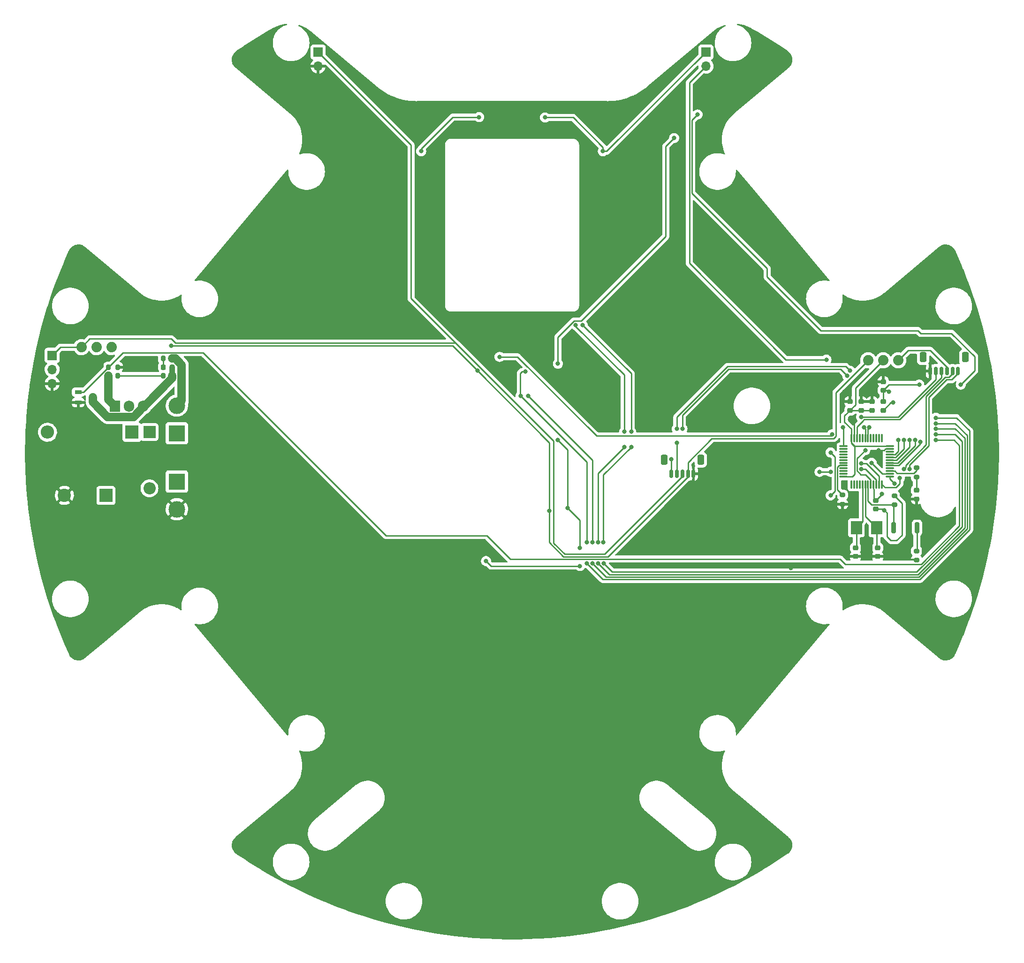
<source format=gtl>
%TF.GenerationSoftware,KiCad,Pcbnew,(6.0.7-1)-1*%
%TF.CreationDate,2023-02-20T20:57:27+08:00*%
%TF.ProjectId,layer1,6c617965-7231-42e6-9b69-6361645f7063,1.1*%
%TF.SameCoordinates,Original*%
%TF.FileFunction,Copper,L1,Top*%
%TF.FilePolarity,Positive*%
%FSLAX46Y46*%
G04 Gerber Fmt 4.6, Leading zero omitted, Abs format (unit mm)*
G04 Created by KiCad (PCBNEW (6.0.7-1)-1) date 2023-02-20 20:57:27*
%MOMM*%
%LPD*%
G01*
G04 APERTURE LIST*
G04 Aperture macros list*
%AMRoundRect*
0 Rectangle with rounded corners*
0 $1 Rounding radius*
0 $2 $3 $4 $5 $6 $7 $8 $9 X,Y pos of 4 corners*
0 Add a 4 corners polygon primitive as box body*
4,1,4,$2,$3,$4,$5,$6,$7,$8,$9,$2,$3,0*
0 Add four circle primitives for the rounded corners*
1,1,$1+$1,$2,$3*
1,1,$1+$1,$4,$5*
1,1,$1+$1,$6,$7*
1,1,$1+$1,$8,$9*
0 Add four rect primitives between the rounded corners*
20,1,$1+$1,$2,$3,$4,$5,0*
20,1,$1+$1,$4,$5,$6,$7,0*
20,1,$1+$1,$6,$7,$8,$9,0*
20,1,$1+$1,$8,$9,$2,$3,0*%
G04 Aperture macros list end*
%TA.AperFunction,SMDPad,CuDef*%
%ADD10RoundRect,0.225000X0.250000X-0.225000X0.250000X0.225000X-0.250000X0.225000X-0.250000X-0.225000X0*%
%TD*%
%TA.AperFunction,SMDPad,CuDef*%
%ADD11RoundRect,0.200000X-0.275000X0.200000X-0.275000X-0.200000X0.275000X-0.200000X0.275000X0.200000X0*%
%TD*%
%TA.AperFunction,ComponentPad*%
%ADD12R,1.905000X2.000000*%
%TD*%
%TA.AperFunction,ComponentPad*%
%ADD13O,1.905000X2.000000*%
%TD*%
%TA.AperFunction,ComponentPad*%
%ADD14R,1.700000X1.700000*%
%TD*%
%TA.AperFunction,ComponentPad*%
%ADD15O,1.700000X1.700000*%
%TD*%
%TA.AperFunction,SMDPad,CuDef*%
%ADD16RoundRect,0.200000X0.275000X-0.200000X0.275000X0.200000X-0.275000X0.200000X-0.275000X-0.200000X0*%
%TD*%
%TA.AperFunction,SMDPad,CuDef*%
%ADD17RoundRect,0.200000X0.200000X0.275000X-0.200000X0.275000X-0.200000X-0.275000X0.200000X-0.275000X0*%
%TD*%
%TA.AperFunction,SMDPad,CuDef*%
%ADD18RoundRect,0.200000X0.200000X0.800000X-0.200000X0.800000X-0.200000X-0.800000X0.200000X-0.800000X0*%
%TD*%
%TA.AperFunction,ComponentPad*%
%ADD19R,3.000000X3.000000*%
%TD*%
%TA.AperFunction,ComponentPad*%
%ADD20C,3.000000*%
%TD*%
%TA.AperFunction,SMDPad,CuDef*%
%ADD21RoundRect,0.150000X-0.150000X-0.625000X0.150000X-0.625000X0.150000X0.625000X-0.150000X0.625000X0*%
%TD*%
%TA.AperFunction,SMDPad,CuDef*%
%ADD22RoundRect,0.250000X-0.350000X-0.650000X0.350000X-0.650000X0.350000X0.650000X-0.350000X0.650000X0*%
%TD*%
%TA.AperFunction,ComponentPad*%
%ADD23R,2.400000X2.400000*%
%TD*%
%TA.AperFunction,ComponentPad*%
%ADD24O,2.400000X2.400000*%
%TD*%
%TA.AperFunction,SMDPad,CuDef*%
%ADD25RoundRect,0.225000X-0.250000X0.225000X-0.250000X-0.225000X0.250000X-0.225000X0.250000X0.225000X0*%
%TD*%
%TA.AperFunction,SMDPad,CuDef*%
%ADD26RoundRect,0.225000X-0.225000X-0.250000X0.225000X-0.250000X0.225000X0.250000X-0.225000X0.250000X0*%
%TD*%
%TA.AperFunction,SMDPad,CuDef*%
%ADD27RoundRect,0.075000X0.075000X-0.662500X0.075000X0.662500X-0.075000X0.662500X-0.075000X-0.662500X0*%
%TD*%
%TA.AperFunction,SMDPad,CuDef*%
%ADD28RoundRect,0.075000X0.662500X-0.075000X0.662500X0.075000X-0.662500X0.075000X-0.662500X-0.075000X0*%
%TD*%
%TA.AperFunction,SMDPad,CuDef*%
%ADD29RoundRect,0.200000X-0.200000X-0.275000X0.200000X-0.275000X0.200000X0.275000X-0.200000X0.275000X0*%
%TD*%
%TA.AperFunction,SMDPad,CuDef*%
%ADD30R,1.220000X0.650000*%
%TD*%
%TA.AperFunction,SMDPad,CuDef*%
%ADD31R,2.000000X2.400000*%
%TD*%
%TA.AperFunction,ComponentPad*%
%ADD32R,2.200000X2.200000*%
%TD*%
%TA.AperFunction,ComponentPad*%
%ADD33O,2.200000X2.200000*%
%TD*%
%TA.AperFunction,ComponentPad*%
%ADD34C,1.879600*%
%TD*%
%TA.AperFunction,ComponentPad*%
%ADD35C,2.400000*%
%TD*%
%TA.AperFunction,SMDPad,CuDef*%
%ADD36RoundRect,0.218750X0.256250X-0.218750X0.256250X0.218750X-0.256250X0.218750X-0.256250X-0.218750X0*%
%TD*%
%TA.AperFunction,ViaPad*%
%ADD37C,0.800000*%
%TD*%
%TA.AperFunction,Conductor*%
%ADD38C,0.250000*%
%TD*%
%TA.AperFunction,Conductor*%
%ADD39C,1.500000*%
%TD*%
%TA.AperFunction,Conductor*%
%ADD40C,1.000000*%
%TD*%
G04 APERTURE END LIST*
D10*
X172000001Y-128775000D03*
X172000001Y-127225000D03*
D11*
X169650001Y-117664800D03*
X169650001Y-119314800D03*
D12*
X38360000Y-101650000D03*
D13*
X40900000Y-101650000D03*
X43440000Y-101650000D03*
D10*
X175650001Y-120189800D03*
X175650001Y-118639800D03*
D14*
X145000000Y-37725000D03*
D15*
X145000000Y-40265000D03*
D10*
X176000001Y-128775000D03*
X176000001Y-127225000D03*
D16*
X179000001Y-119439800D03*
X179000001Y-117789800D03*
D17*
X48675000Y-93050000D03*
X47025000Y-93050000D03*
D18*
X183099999Y-123614799D03*
X178899999Y-123614799D03*
D19*
X49500000Y-106550000D03*
D20*
X49500000Y-101550000D03*
D14*
X75000000Y-37725000D03*
D15*
X75000000Y-40265000D03*
D11*
X183000002Y-112789797D03*
X183000002Y-114439797D03*
D19*
X49500000Y-115250000D03*
D20*
X49500000Y-120250000D03*
D21*
X138750000Y-113825000D03*
X139750000Y-113825000D03*
X140750000Y-113825000D03*
X141750000Y-113825000D03*
X142750000Y-113825000D03*
D22*
X144050000Y-111300000D03*
X137450000Y-111300000D03*
D14*
X27000000Y-92475000D03*
D15*
X27000000Y-95015000D03*
X27000000Y-97555000D03*
D10*
X177000001Y-102389798D03*
X177000001Y-100839798D03*
D23*
X41400000Y-106350000D03*
D24*
X26160000Y-106350000D03*
D25*
X173000002Y-100839799D03*
X173000002Y-102389799D03*
X175000001Y-100839799D03*
X175000001Y-102389799D03*
X177000001Y-97225000D03*
X177000001Y-98775000D03*
D17*
X38825000Y-96150000D03*
X37175000Y-96150000D03*
D26*
X47075000Y-94600000D03*
X48625000Y-94600000D03*
D27*
X171250001Y-115777299D03*
X171750001Y-115777299D03*
X172250001Y-115777299D03*
X172750001Y-115777299D03*
X173250001Y-115777299D03*
X173750001Y-115777299D03*
X174250001Y-115777299D03*
X174750001Y-115777299D03*
X175250001Y-115777299D03*
X175750001Y-115777299D03*
X176250001Y-115777299D03*
X176750001Y-115777299D03*
D28*
X178162501Y-114364799D03*
X178162501Y-113864799D03*
X178162501Y-113364799D03*
X178162501Y-112864799D03*
X178162501Y-112364799D03*
X178162501Y-111864799D03*
X178162501Y-111364799D03*
X178162501Y-110864799D03*
X178162501Y-110364799D03*
X178162501Y-109864799D03*
X178162501Y-109364799D03*
X178162501Y-108864799D03*
D27*
X176750001Y-107452299D03*
X176250001Y-107452299D03*
X175750001Y-107452299D03*
X175250001Y-107452299D03*
X174750001Y-107452299D03*
X174250001Y-107452299D03*
X173750001Y-107452299D03*
X173250001Y-107452299D03*
X172750001Y-107452299D03*
X172250001Y-107452299D03*
X171750001Y-107452299D03*
X171250001Y-107452299D03*
D28*
X169837501Y-108864799D03*
X169837501Y-109364799D03*
X169837501Y-109864799D03*
X169837501Y-110364799D03*
X169837501Y-110864799D03*
X169837501Y-111364799D03*
X169837501Y-111864799D03*
X169837501Y-112364799D03*
X169837501Y-112864799D03*
X169837501Y-113364799D03*
X169837501Y-113864799D03*
X169837501Y-114364799D03*
D29*
X47025000Y-96150000D03*
X48675000Y-96150000D03*
X37175000Y-94600000D03*
X38825000Y-94600000D03*
D30*
X31690000Y-99100000D03*
X31690000Y-101000000D03*
X34310000Y-100050000D03*
D31*
X175850001Y-123614799D03*
X172150001Y-123614799D03*
D32*
X44550000Y-106320000D03*
D33*
X44550000Y-116480000D03*
D25*
X171000002Y-100839797D03*
X171000002Y-102389797D03*
D16*
X183000001Y-129439800D03*
X183000001Y-127789800D03*
D34*
X32282200Y-91000000D03*
X35000000Y-91000000D03*
X37717800Y-91000000D03*
X174282201Y-93364798D03*
X177000001Y-93364798D03*
X179717801Y-93364798D03*
D21*
X185500000Y-95325000D03*
X186500000Y-95325000D03*
X187500000Y-95325000D03*
X188500000Y-95325000D03*
X189500000Y-95325000D03*
X190500000Y-95325000D03*
D22*
X184200000Y-92800000D03*
X191800000Y-92800000D03*
D23*
X36712754Y-117750000D03*
D35*
X29212754Y-117750000D03*
D36*
X183000001Y-118402298D03*
X183000001Y-116827298D03*
D37*
X64684906Y-140278578D03*
X89143753Y-160351435D03*
X64684906Y-79721422D03*
X140278578Y-64684906D03*
X178500000Y-128500000D03*
X182250000Y-85500000D03*
X121500000Y-51834443D03*
X160351435Y-130856247D03*
X140278578Y-155315094D03*
X148537320Y-148537320D03*
X130856247Y-160351435D03*
X41750000Y-93250000D03*
X164500000Y-110000000D03*
X148537320Y-71462680D03*
X182250000Y-86500000D03*
X182250000Y-93000000D03*
X59648565Y-89143753D03*
X179500000Y-134750000D03*
X170000000Y-99000000D03*
X163452798Y-99367577D03*
X56547202Y-99367577D03*
X179500000Y-128500000D03*
X169250000Y-96500000D03*
X51190000Y-88000000D03*
X130856247Y-59648565D03*
X176150001Y-109589299D03*
X169250000Y-93250000D03*
X110000000Y-51000000D03*
X55500000Y-110000000D03*
X160250000Y-127750000D03*
X177000000Y-95500000D03*
X155315094Y-140278578D03*
X179500000Y-135750000D03*
X160351435Y-89143753D03*
X178500000Y-135750000D03*
X120632422Y-163452798D03*
X178500000Y-127500000D03*
X71462680Y-148537320D03*
X41750000Y-88250000D03*
X79721422Y-155315094D03*
X182250000Y-89250000D03*
X178500000Y-134750000D03*
X182250000Y-94000000D03*
X155315094Y-79721422D03*
X98500000Y-51834443D03*
X182250000Y-90250000D03*
X179500000Y-127500000D03*
X171000000Y-104000000D03*
X71462680Y-71462680D03*
X178500000Y-136750000D03*
X110000000Y-164500000D03*
X59648565Y-130856247D03*
X56547202Y-120632423D03*
X99367577Y-163452798D03*
X89143753Y-59648565D03*
X79721422Y-64684906D03*
X163452798Y-120632423D03*
X179500000Y-136750000D03*
X169750000Y-105500000D03*
X173000002Y-103614800D03*
X180751075Y-112991537D03*
X180000002Y-114614800D03*
X179000001Y-115614799D03*
X181750000Y-113025500D03*
X122250000Y-130500000D03*
X120000000Y-120000000D03*
X105300000Y-129600000D03*
X183500000Y-97750000D03*
X191000000Y-97750000D03*
X173750000Y-109589298D03*
X178000000Y-99000000D03*
X118275000Y-93975000D03*
X143500000Y-49000000D03*
X139250000Y-53250000D03*
X122250000Y-127250000D03*
X118250000Y-107750000D03*
X104038108Y-49467889D03*
X178750001Y-101000000D03*
X176750000Y-117500000D03*
X126397767Y-55637018D03*
X115961892Y-49532255D03*
X93602233Y-55637019D03*
X173000000Y-113000000D03*
X107750000Y-92750000D03*
X167750000Y-106750000D03*
X165500000Y-113500000D03*
X173000000Y-112000000D03*
X167500000Y-113500000D03*
X131500000Y-109000000D03*
X122750000Y-87000000D03*
X131500000Y-106250000D03*
X182750000Y-107750000D03*
X126500000Y-126250000D03*
X126512299Y-129987701D03*
X186500000Y-106750000D03*
X181750000Y-107750000D03*
X186500000Y-105750000D03*
X121500000Y-87000000D03*
X130250000Y-109000000D03*
X125500000Y-126250000D03*
X130250000Y-106250000D03*
X125512299Y-129987701D03*
X124500000Y-130000000D03*
X186500000Y-104750000D03*
X112925000Y-99825000D03*
X180750000Y-107750000D03*
X124500000Y-126250000D03*
X112400000Y-95400000D03*
X111542997Y-99792997D03*
X123500000Y-126250000D03*
X186500000Y-103750000D03*
X123500497Y-130000000D03*
X179750000Y-107750000D03*
X177150001Y-120414800D03*
X48500000Y-90750000D03*
X103750000Y-95250000D03*
X116750000Y-120500000D03*
X167500000Y-117750000D03*
X167500000Y-110000000D03*
X166750000Y-93250000D03*
X174887299Y-111862701D03*
X183698211Y-108066070D03*
X186500000Y-107750000D03*
X139750000Y-108250000D03*
X171000000Y-95250000D03*
X139750000Y-105750000D03*
X174500000Y-105500000D03*
X170504415Y-96117986D03*
X173500000Y-105500000D03*
X138750000Y-111250000D03*
X140750000Y-105747034D03*
D38*
X171750001Y-104750001D02*
X171000000Y-104000000D01*
X171750001Y-107452299D02*
X171750001Y-104750001D01*
X176150001Y-109589299D02*
X177134817Y-109589299D01*
X177359316Y-109364800D02*
X178162501Y-109364800D01*
X177134817Y-109589299D02*
X177359316Y-109364800D01*
X179748804Y-103614800D02*
X186500000Y-96863604D01*
X173000002Y-103614800D02*
X179748804Y-103614800D01*
X186500000Y-96863604D02*
X186500000Y-95325000D01*
X169837501Y-105587501D02*
X169837501Y-108864799D01*
X169750000Y-105500000D02*
X169837501Y-105587501D01*
X173575305Y-104064800D02*
X179935200Y-104064800D01*
X179935200Y-104064800D02*
X187500000Y-96500000D01*
X172250002Y-107452301D02*
X172250002Y-105364797D01*
X187500000Y-96500000D02*
X187500000Y-95325000D01*
X173300306Y-104339799D02*
X173575305Y-104064800D01*
X172250002Y-105364797D02*
X173275002Y-104339797D01*
X173275002Y-104339797D02*
X173300306Y-104339799D01*
X188500000Y-94625000D02*
X188500000Y-95325000D01*
X179717801Y-93364798D02*
X181507599Y-91575000D01*
X181507599Y-91575000D02*
X185450000Y-91575000D01*
X185450000Y-91575000D02*
X188500000Y-94625000D01*
X177312501Y-116339799D02*
X176750001Y-115777299D01*
X179300306Y-116339799D02*
X177312501Y-116339799D01*
X180000002Y-114614800D02*
X180000002Y-115640103D01*
X189500000Y-95771751D02*
X189500000Y-95325000D01*
X180000002Y-115640103D02*
X179300306Y-116339799D01*
X184750000Y-99886396D02*
X188211396Y-96425000D01*
X188211396Y-96425000D02*
X188846751Y-96425000D01*
X181063104Y-112300500D02*
X184750000Y-108613604D01*
X188846751Y-96425000D02*
X189500000Y-95771751D01*
X181063104Y-112679508D02*
X181063104Y-112300500D01*
X180751075Y-112991537D02*
X181063104Y-112679508D01*
X184750000Y-108613604D02*
X184750000Y-99886396D01*
X185200000Y-108800000D02*
X185200000Y-100072792D01*
X181750000Y-112250000D02*
X185200000Y-108800000D01*
X179000001Y-115614799D02*
X178162501Y-114777300D01*
X185200000Y-100072792D02*
X188397792Y-96875000D01*
X190500000Y-95771751D02*
X190500000Y-95325000D01*
X181750000Y-113025500D02*
X181750000Y-112250000D01*
X189396751Y-96875000D02*
X190500000Y-95771751D01*
X188397792Y-96875000D02*
X189396751Y-96875000D01*
X178162501Y-114777300D02*
X178162501Y-114364800D01*
X172000001Y-127225000D02*
X172150001Y-127075000D01*
X172150001Y-127075000D02*
X172150001Y-123614799D01*
X173250001Y-115777299D02*
X173250001Y-122514799D01*
X173250001Y-122514799D02*
X172150001Y-123614799D01*
X175850002Y-127075001D02*
X175850002Y-123614798D01*
X173750000Y-121514801D02*
X173750001Y-115777300D01*
X175850002Y-123614798D02*
X173750000Y-121514801D01*
X176000001Y-127225000D02*
X175850002Y-127075001D01*
X174250002Y-118764801D02*
X174250002Y-115777300D01*
X174900001Y-119414800D02*
X178975001Y-119414800D01*
X174900001Y-119414800D02*
X174250002Y-118764801D01*
X178900002Y-119539802D02*
X179000001Y-119439801D01*
X178975001Y-119414800D02*
X179000001Y-119439800D01*
X178900001Y-123614798D02*
X178900002Y-119539802D01*
X106200000Y-130500000D02*
X122250000Y-130500000D01*
X172275000Y-111064298D02*
X173750000Y-109589298D01*
X172974695Y-114000000D02*
X172275000Y-113300305D01*
X193500000Y-92686827D02*
X193500000Y-95250000D01*
X142450000Y-63200000D02*
X156040094Y-76790094D01*
X143500000Y-49000000D02*
X142450000Y-50050000D01*
X137750000Y-71000000D02*
X122475000Y-86275000D01*
X183250000Y-88000000D02*
X183750000Y-88500000D01*
X173775887Y-114000000D02*
X172974695Y-114000000D01*
X189313173Y-88500000D02*
X193500000Y-92686827D01*
X177000001Y-98775000D02*
X178025001Y-97750000D01*
X172275000Y-113300305D02*
X172275000Y-111064298D01*
X122250000Y-127250000D02*
X122250000Y-122250000D01*
X139250000Y-53250000D02*
X137750000Y-54750000D01*
X183750000Y-88500000D02*
X189313173Y-88500000D01*
X174750002Y-114974115D02*
X173775887Y-114000000D01*
X122250000Y-122250000D02*
X120000000Y-120000000D01*
X178000000Y-99000000D02*
X177775000Y-98775000D01*
X121199695Y-86275000D02*
X118275000Y-89199695D01*
X118275000Y-89199695D02*
X118275000Y-93975000D01*
X174750002Y-115777298D02*
X174750002Y-114974115D01*
X105300000Y-129600000D02*
X106200000Y-130500000D01*
X156040094Y-76790094D02*
X156040094Y-78290094D01*
X156040094Y-78290094D02*
X165750000Y-88000000D01*
X177000001Y-100839798D02*
X177000001Y-98775000D01*
X165750000Y-88000000D02*
X183250000Y-88000000D01*
X193500000Y-95250000D02*
X191000000Y-97750000D01*
X122475000Y-86275000D02*
X121199695Y-86275000D01*
X178025001Y-97750000D02*
X183500000Y-97750000D01*
X120000000Y-120000000D02*
X120000000Y-109500000D01*
X177775000Y-98775000D02*
X177000001Y-98775000D01*
X137750000Y-54750000D02*
X137750000Y-71000000D01*
X142450000Y-50050000D02*
X142450000Y-63200000D01*
X120000000Y-109500000D02*
X118250000Y-107750000D01*
X177000001Y-102389798D02*
X178389799Y-101000000D01*
X93602233Y-55147767D02*
X99282111Y-49467889D01*
X175350001Y-116680484D02*
X175250001Y-116580484D01*
X175250001Y-116580484D02*
X175250001Y-115777299D01*
X178389799Y-101000000D02*
X178750001Y-101000000D01*
X175650001Y-118639800D02*
X175350001Y-118339800D01*
X126397767Y-54897767D02*
X121032255Y-49532255D01*
X127087982Y-55637018D02*
X126397767Y-55637018D01*
X176750000Y-117539801D02*
X175650001Y-118639800D01*
X145000000Y-37725000D02*
X127087982Y-55637018D01*
X121032255Y-49532255D02*
X115961892Y-49532255D01*
X126397767Y-55637018D02*
X126397767Y-54897767D01*
X176750000Y-117500000D02*
X176750000Y-117539801D01*
X175350001Y-118339800D02*
X175350001Y-116680484D01*
X99282111Y-49467889D02*
X104038108Y-49467889D01*
X93602233Y-55637019D02*
X93602233Y-55147767D01*
X173775887Y-113000000D02*
X173000000Y-113000000D01*
X175750001Y-115777299D02*
X175750001Y-114974114D01*
X111000000Y-92750000D02*
X107750000Y-92750000D01*
X167500000Y-107000000D02*
X125250000Y-107000000D01*
X175750001Y-114974114D02*
X173775887Y-113000000D01*
X125250000Y-107000000D02*
X111000000Y-92750000D01*
X167750000Y-106750000D02*
X167500000Y-107000000D01*
X174000000Y-112000000D02*
X173000000Y-112000000D01*
X176250001Y-115777299D02*
X176250001Y-114250001D01*
X176250001Y-114250001D02*
X174000000Y-112000000D01*
X167500000Y-113500000D02*
X165500000Y-113500000D01*
X183000002Y-113249998D02*
X183000002Y-112789797D01*
X179500000Y-113750000D02*
X182500000Y-113750000D01*
X178162501Y-113364799D02*
X179114799Y-113364799D01*
X179114799Y-113364799D02*
X179500000Y-113750000D01*
X182500000Y-113750000D02*
X183000002Y-113249998D01*
X183055149Y-131581247D02*
X191250000Y-123386396D01*
X126512299Y-129987701D02*
X126512299Y-130000000D01*
X126500000Y-114000000D02*
X131500000Y-109000000D01*
X179635201Y-111864799D02*
X182750000Y-108750000D01*
X191250000Y-108000000D02*
X190000000Y-106750000D01*
X126500000Y-126250000D02*
X126500000Y-114000000D01*
X131500000Y-95750000D02*
X123000000Y-87250000D01*
X126512299Y-130000000D02*
X128093546Y-131581247D01*
X191250000Y-123386396D02*
X191250000Y-108000000D01*
X128093546Y-131581247D02*
X183055149Y-131581247D01*
X182750000Y-108750000D02*
X182750000Y-107750000D01*
X131500000Y-106250000D02*
X131500000Y-95750000D01*
X123000000Y-87250000D02*
X122750000Y-87000000D01*
X190000000Y-106750000D02*
X186500000Y-106750000D01*
X178162501Y-111864799D02*
X179635201Y-111864799D01*
X181750000Y-107750000D02*
X181750000Y-109022792D01*
X127531247Y-132031247D02*
X183241545Y-132031247D01*
X125512299Y-130012299D02*
X127531247Y-132031247D01*
X125500000Y-126250000D02*
X125500000Y-113750000D01*
X125500000Y-113750000D02*
X130250000Y-109000000D01*
X130250000Y-96000000D02*
X130250000Y-106250000D01*
X121500000Y-87250000D02*
X130250000Y-96000000D01*
X181750000Y-109022792D02*
X179407993Y-111364799D01*
X179407993Y-111364799D02*
X178162501Y-111364799D01*
X186500000Y-105750000D02*
X190000000Y-105750000D01*
X190000000Y-105750000D02*
X191700000Y-107450000D01*
X121500000Y-87000000D02*
X121500000Y-87250000D01*
X183241545Y-132031247D02*
X191700000Y-123572792D01*
X125512299Y-129987701D02*
X125512299Y-130012299D01*
X191700000Y-107450000D02*
X191700000Y-123572792D01*
X112925000Y-99825000D02*
X124500000Y-111400000D01*
X192150000Y-106900000D02*
X192150000Y-123759188D01*
X124500000Y-130000000D02*
X126981247Y-132481247D01*
X124500000Y-111400000D02*
X124500000Y-126250000D01*
X186500000Y-104750000D02*
X190000000Y-104750000D01*
X180750000Y-107750000D02*
X180750000Y-109386396D01*
X183427941Y-132481247D02*
X192150000Y-123759188D01*
X178162501Y-110864799D02*
X179271597Y-110864799D01*
X190000000Y-104750000D02*
X192150000Y-106900000D01*
X180750000Y-109386396D02*
X179321597Y-110814799D01*
X126981247Y-132481247D02*
X183427941Y-132481247D01*
X179271597Y-110864799D02*
X179321597Y-110814799D01*
X178162501Y-110364799D02*
X179135201Y-110364799D01*
X183614337Y-132931247D02*
X192600000Y-123945584D01*
X111500000Y-95700000D02*
X111800000Y-95400000D01*
X123500497Y-130025802D02*
X126405942Y-132931247D01*
X111500000Y-99750000D02*
X111500000Y-95700000D01*
X192600000Y-123945584D02*
X192600000Y-106100000D01*
X190250000Y-103750000D02*
X186500000Y-103750000D01*
X123500000Y-126250000D02*
X123500000Y-111750000D01*
X123500000Y-111750000D02*
X111542997Y-99792997D01*
X192600000Y-106100000D02*
X190250000Y-103750000D01*
X111800000Y-95400000D02*
X112400000Y-95400000D01*
X111542997Y-99792997D02*
X111500000Y-99750000D01*
X179750000Y-109750000D02*
X179750000Y-107750000D01*
X179135201Y-110364799D02*
X179750000Y-109750000D01*
X126405942Y-132931247D02*
X183614337Y-132931247D01*
X123500497Y-130000000D02*
X123500497Y-130025802D01*
X171750003Y-108864798D02*
X171250001Y-108364799D01*
X176925001Y-120189800D02*
X177150001Y-120414800D01*
X172000000Y-98364799D02*
X172000000Y-101389800D01*
X180400001Y-124914800D02*
X179400001Y-125914800D01*
X180400001Y-119189800D02*
X180400001Y-124914800D01*
X175000001Y-102389799D02*
X171000004Y-102389799D01*
X172000000Y-101389800D02*
X170000000Y-103389800D01*
X179400001Y-125914800D02*
X178400001Y-125914800D01*
X171825000Y-113925000D02*
X171385200Y-114364800D01*
X170000000Y-104500000D02*
X171250001Y-105750001D01*
X177650001Y-120914800D02*
X177150001Y-120414800D01*
X171750003Y-108864798D02*
X178162501Y-108864799D01*
X171385200Y-114364800D02*
X169837501Y-114364800D01*
X179000001Y-117789800D02*
X180400001Y-119189800D01*
X171250001Y-108364799D02*
X171250001Y-107452300D01*
X175650001Y-120189800D02*
X176925001Y-120189800D01*
X171250001Y-108255484D02*
X171825000Y-108830483D01*
X171250001Y-107452300D02*
X171250001Y-108255484D01*
X171250001Y-105750001D02*
X171250001Y-107452300D01*
X171825000Y-108830483D02*
X171825000Y-113925000D01*
X171000004Y-102389799D02*
X171000002Y-102389797D01*
X177650001Y-125164800D02*
X177650001Y-120914800D01*
X170000000Y-103389800D02*
X170000000Y-104500000D01*
X177000001Y-93364798D02*
X172000000Y-98364799D01*
X178400001Y-125914800D02*
X177650001Y-125164800D01*
X169034317Y-112364798D02*
X169837501Y-112364798D01*
X168750000Y-112649115D02*
X169034317Y-112364798D01*
X169650001Y-117664800D02*
X168750000Y-116764799D01*
X168750000Y-116764799D02*
X168750000Y-112649115D01*
X99250000Y-90750000D02*
X103750000Y-95250000D01*
X168475000Y-99171999D02*
X174282201Y-93364798D01*
X168025305Y-107500000D02*
X168475000Y-107050305D01*
X48500000Y-90750000D02*
X99250000Y-90750000D01*
X141750000Y-113825000D02*
X141750000Y-111786827D01*
X116750000Y-120000000D02*
X116750000Y-126250000D01*
X127325000Y-128800000D02*
X141750000Y-114375000D01*
X141750000Y-114375000D02*
X141750000Y-113825000D01*
X116750000Y-126250000D02*
X119300000Y-128800000D01*
X141750000Y-111786827D02*
X146036827Y-107500000D01*
X116750000Y-120000000D02*
X116750000Y-120500000D01*
X146036827Y-107500000D02*
X168025305Y-107500000D01*
X168475000Y-107050305D02*
X168475000Y-99171999D01*
X119300000Y-128800000D02*
X127325000Y-128800000D01*
X103750000Y-95250000D02*
X116750000Y-108250000D01*
X116750000Y-108250000D02*
X116750000Y-120000000D01*
X168300000Y-116950000D02*
X167500000Y-117750000D01*
X167500000Y-110000000D02*
X168300000Y-110800000D01*
X168300000Y-110800000D02*
X168300000Y-116950000D01*
X91750000Y-82200000D02*
X99800000Y-90250000D01*
X32282200Y-91000000D02*
X28475000Y-91000000D01*
X91750000Y-54475000D02*
X91750000Y-82200000D01*
X32282200Y-91000000D02*
X33782200Y-89500000D01*
X126671751Y-128350000D02*
X140750000Y-114271751D01*
X33782200Y-89500000D02*
X48500000Y-89500000D01*
X140750000Y-114271751D02*
X140750000Y-113825000D01*
X119486396Y-128350000D02*
X126671751Y-128350000D01*
X117500000Y-107950000D02*
X117500000Y-126363604D01*
X75000000Y-37725000D02*
X91750000Y-54475000D01*
X99800000Y-90250000D02*
X117500000Y-107950000D01*
X48500000Y-89500000D02*
X49250000Y-90250000D01*
X49250000Y-90250000D02*
X99800000Y-90250000D01*
X117500000Y-126363604D02*
X119486396Y-128350000D01*
X28475000Y-91000000D02*
X27000000Y-92475000D01*
X166750000Y-93250000D02*
X159409183Y-93250000D01*
X159409183Y-93250000D02*
X142000000Y-75840817D01*
X174887299Y-111862701D02*
X174887299Y-111887299D01*
X142000000Y-75840817D02*
X142000000Y-43265000D01*
X176864799Y-113864799D02*
X178162501Y-113864799D01*
X174887299Y-111887299D02*
X176864799Y-113864799D01*
X142000000Y-43265000D02*
X145000000Y-40265000D01*
X183000001Y-116827298D02*
X183000001Y-114439798D01*
X183100000Y-127689801D02*
X183000003Y-127789800D01*
X183100000Y-123614799D02*
X183100000Y-127689801D01*
D39*
X50375000Y-100675000D02*
X50375000Y-94213299D01*
X49211701Y-93050000D02*
X48675000Y-93050000D01*
X50375000Y-94213299D02*
X49211701Y-93050000D01*
X49500000Y-101550000D02*
X50375000Y-100675000D01*
X37175000Y-100465000D02*
X37175000Y-96150000D01*
X38360000Y-101650000D02*
X37175000Y-100465000D01*
X37000000Y-103600000D02*
X34310000Y-100910000D01*
X48675000Y-96601346D02*
X48675000Y-96150000D01*
X43440000Y-101650000D02*
X43440000Y-101848041D01*
X43440000Y-101848041D02*
X41688041Y-103600000D01*
X43440000Y-101650000D02*
X43626346Y-101650000D01*
D40*
X48675000Y-96150000D02*
X48675000Y-94650000D01*
D39*
X34310000Y-100910000D02*
X34310000Y-100050000D01*
D40*
X48675000Y-94650000D02*
X48625000Y-94600000D01*
D39*
X41688041Y-103600000D02*
X37000000Y-103600000D01*
X43626346Y-101650000D02*
X48675000Y-96601346D01*
D38*
X47025000Y-93050000D02*
X47025000Y-94550000D01*
X47025000Y-94550000D02*
X47075000Y-94600000D01*
X38825000Y-96150000D02*
X47025000Y-96150000D01*
X189750000Y-107750000D02*
X186500000Y-107750000D01*
X183698211Y-108066070D02*
X183698211Y-108438185D01*
X169250000Y-129250000D02*
X170164797Y-130164797D01*
X190750000Y-108750000D02*
X189750000Y-107750000D01*
X183698211Y-108438185D02*
X179771597Y-112364799D01*
X54225000Y-91975000D02*
X87250000Y-125000000D01*
X37175000Y-94600000D02*
X32675000Y-99100000D01*
X190750000Y-123250000D02*
X190750000Y-108750000D01*
X170164797Y-130164797D02*
X183835203Y-130164797D01*
X105425305Y-125000000D02*
X109675305Y-129250000D01*
X183835203Y-130164797D02*
X190750000Y-123250000D01*
X32675000Y-99100000D02*
X31690000Y-99100000D01*
X37175000Y-94600000D02*
X39800000Y-91975000D01*
X179771597Y-112364799D02*
X178162501Y-112364799D01*
X39800000Y-91975000D02*
X54225000Y-91975000D01*
X109675305Y-129250000D02*
X169250000Y-129250000D01*
X87250000Y-125000000D02*
X105425305Y-125000000D01*
X139750000Y-113825000D02*
X139750000Y-108250000D01*
X171000000Y-95250000D02*
X170250000Y-94500000D01*
X174250001Y-107452299D02*
X174250001Y-105749999D01*
X139750000Y-103613604D02*
X139750000Y-105750000D01*
X174250001Y-105749999D02*
X174500000Y-105500000D01*
X170250000Y-94500000D02*
X148863604Y-94500000D01*
X148863604Y-94500000D02*
X139750000Y-103613604D01*
X149050000Y-94950000D02*
X140750000Y-103250000D01*
X170504415Y-96117986D02*
X169336429Y-94950000D01*
X173750001Y-105750001D02*
X173500000Y-105500000D01*
X140750000Y-103250000D02*
X140750000Y-105747034D01*
X173750001Y-107452299D02*
X173750001Y-105750001D01*
X138750000Y-111250000D02*
X138750000Y-113825000D01*
X169336429Y-94950000D02*
X149050000Y-94950000D01*
%TA.AperFunction,Conductor*%
G36*
X150716560Y-32617764D02*
G01*
X150894488Y-32634805D01*
X150903925Y-32636070D01*
X151333822Y-32710338D01*
X151343136Y-32712312D01*
X151766202Y-32818830D01*
X151775338Y-32821501D01*
X151891796Y-32860383D01*
X152189140Y-32959657D01*
X152198051Y-32963011D01*
X152600266Y-33132030D01*
X152608876Y-33136038D01*
X152948498Y-33310009D01*
X152965177Y-33320263D01*
X152974060Y-33326726D01*
X152974063Y-33326727D01*
X152974065Y-33326729D01*
X152989986Y-33334336D01*
X153025544Y-33351326D01*
X153033858Y-33355686D01*
X153381905Y-33555084D01*
X154384645Y-34129561D01*
X154386506Y-34130649D01*
X155299837Y-34676153D01*
X155754129Y-34947487D01*
X155756081Y-34948677D01*
X157108615Y-35790173D01*
X157110546Y-35791399D01*
X158447557Y-36657282D01*
X158449465Y-36658542D01*
X159714376Y-37510705D01*
X159727033Y-37520453D01*
X159732542Y-37525282D01*
X159745226Y-37536401D01*
X159745231Y-37536404D01*
X159745239Y-37536411D01*
X159779037Y-37556509D01*
X159792648Y-37565862D01*
X159961088Y-37698674D01*
X159973389Y-37709759D01*
X160050469Y-37789000D01*
X160135914Y-37876840D01*
X160146657Y-37889446D01*
X160285855Y-38076390D01*
X160294852Y-38090295D01*
X160408333Y-38293890D01*
X160415428Y-38308855D01*
X160501225Y-38525573D01*
X160506291Y-38541322D01*
X160562926Y-38767439D01*
X160565884Y-38783727D01*
X160592371Y-39015308D01*
X160593167Y-39031851D01*
X160592275Y-39082375D01*
X160589133Y-39260311D01*
X160589052Y-39264893D01*
X160587673Y-39281390D01*
X160553025Y-39511891D01*
X160549494Y-39528064D01*
X160484922Y-39751997D01*
X160484914Y-39752024D01*
X160479290Y-39767601D01*
X160403517Y-39940861D01*
X160385890Y-39981165D01*
X160378271Y-39995869D01*
X160257700Y-40195282D01*
X160257676Y-40195321D01*
X160248196Y-40208897D01*
X160149918Y-40331590D01*
X160102476Y-40390818D01*
X160091295Y-40403035D01*
X159956087Y-40532553D01*
X159945460Y-40541008D01*
X159945676Y-40541279D01*
X159941152Y-40544877D01*
X159936319Y-40548046D01*
X159891390Y-40591056D01*
X159885281Y-40596533D01*
X150128146Y-48783742D01*
X150113463Y-48794360D01*
X150102223Y-48801315D01*
X150056940Y-48837335D01*
X150056845Y-48837431D01*
X149702101Y-49159659D01*
X149373639Y-49508824D01*
X149073584Y-49882684D01*
X149072196Y-49884723D01*
X149072192Y-49884728D01*
X149054046Y-49911379D01*
X148803788Y-50278934D01*
X148565913Y-50695130D01*
X148361425Y-51128706D01*
X148191585Y-51576990D01*
X148057441Y-52037217D01*
X148056938Y-52039634D01*
X148056938Y-52039635D01*
X147970294Y-52456197D01*
X147959820Y-52506551D01*
X147899323Y-52982097D01*
X147899205Y-52984560D01*
X147899204Y-52984568D01*
X147876560Y-53455994D01*
X147876323Y-53460923D01*
X147876398Y-53463381D01*
X147876398Y-53463394D01*
X147890739Y-53932749D01*
X147890963Y-53940078D01*
X147891231Y-53942529D01*
X147891232Y-53942537D01*
X147914734Y-54157128D01*
X147943151Y-54416608D01*
X148032567Y-54887573D01*
X148033212Y-54889938D01*
X148033215Y-54889952D01*
X148092548Y-55107581D01*
X148158659Y-55350072D01*
X148320649Y-55801251D01*
X148430670Y-56045490D01*
X148430951Y-56046113D01*
X148440692Y-56116438D01*
X148410867Y-56180865D01*
X148350943Y-56218941D01*
X148275672Y-56217212D01*
X147979007Y-56116797D01*
X147979002Y-56116795D01*
X147975771Y-56115702D01*
X147626746Y-56038325D01*
X147501370Y-56024483D01*
X147274787Y-55999468D01*
X147274782Y-55999468D01*
X147271406Y-55999095D01*
X147268007Y-55999089D01*
X147268006Y-55999089D01*
X147099403Y-55998795D01*
X146913908Y-55998471D01*
X146780667Y-56012710D01*
X146561818Y-56036098D01*
X146561812Y-56036099D01*
X146558434Y-56036460D01*
X146209142Y-56112618D01*
X145870117Y-56226054D01*
X145867024Y-56227476D01*
X145867023Y-56227477D01*
X145770065Y-56272073D01*
X145545327Y-56375441D01*
X145542393Y-56377197D01*
X145542391Y-56377198D01*
X145536306Y-56380840D01*
X145238570Y-56559031D01*
X144953435Y-56774677D01*
X144693257Y-57019856D01*
X144461080Y-57291700D01*
X144459161Y-57294513D01*
X144459158Y-57294517D01*
X144454819Y-57300879D01*
X144259620Y-57587029D01*
X144258013Y-57590039D01*
X144258011Y-57590042D01*
X144252736Y-57599921D01*
X144091234Y-57902389D01*
X143957892Y-58234089D01*
X143861152Y-58578250D01*
X143860590Y-58581607D01*
X143860590Y-58581608D01*
X143849758Y-58646341D01*
X143802148Y-58930845D01*
X143781569Y-59287751D01*
X143781741Y-59291146D01*
X143781741Y-59291147D01*
X143799484Y-59641397D01*
X143799656Y-59644792D01*
X143800193Y-59648147D01*
X143800194Y-59648153D01*
X143839300Y-59892302D01*
X143856197Y-59997791D01*
X143950532Y-60342619D01*
X144081555Y-60675242D01*
X144083138Y-60678257D01*
X144246152Y-60988753D01*
X144246157Y-60988761D01*
X144247736Y-60991769D01*
X144447129Y-61288497D01*
X144677402Y-61561955D01*
X144935862Y-61808945D01*
X145219484Y-62026576D01*
X145222395Y-62028346D01*
X145222401Y-62028350D01*
X145359483Y-62111697D01*
X145524952Y-62212304D01*
X145848692Y-62363954D01*
X145851910Y-62365056D01*
X145851913Y-62365057D01*
X146183693Y-62478651D01*
X146183701Y-62478653D01*
X146186916Y-62479754D01*
X146535668Y-62558349D01*
X146584766Y-62563943D01*
X146887486Y-62598434D01*
X146887494Y-62598434D01*
X146890869Y-62598819D01*
X146894273Y-62598837D01*
X146894276Y-62598837D01*
X147088787Y-62599855D01*
X147248362Y-62600691D01*
X147251748Y-62600341D01*
X147251750Y-62600341D01*
X147600575Y-62564294D01*
X147600584Y-62564293D01*
X147603967Y-62563943D01*
X147607300Y-62563229D01*
X147607303Y-62563228D01*
X147715674Y-62539995D01*
X147953523Y-62489004D01*
X148292942Y-62376752D01*
X148618252Y-62228500D01*
X148713339Y-62172041D01*
X148922703Y-62047731D01*
X148922708Y-62047728D01*
X148925648Y-62045982D01*
X148951495Y-62026576D01*
X149023675Y-61972381D01*
X149211534Y-61831332D01*
X149472566Y-61587063D01*
X149705690Y-61316031D01*
X149726560Y-61285665D01*
X149906249Y-61024216D01*
X149906254Y-61024209D01*
X149908179Y-61021407D01*
X149909791Y-61018413D01*
X149909796Y-61018405D01*
X150076043Y-60709650D01*
X150077665Y-60706638D01*
X150212165Y-60375405D01*
X150220602Y-60345789D01*
X150309171Y-60034862D01*
X150310105Y-60031584D01*
X150370340Y-59679196D01*
X150372445Y-59644792D01*
X150392054Y-59324162D01*
X150392164Y-59322364D01*
X150392245Y-59299289D01*
X150379573Y-59065304D01*
X150395862Y-58996201D01*
X150446925Y-58946875D01*
X150516550Y-58932985D01*
X150582631Y-58958943D01*
X150601910Y-58977499D01*
X153442272Y-62362509D01*
X167296991Y-78873921D01*
X167325455Y-78938961D01*
X167314238Y-79009066D01*
X167266899Y-79061977D01*
X167198470Y-79080896D01*
X167173202Y-79077926D01*
X166910374Y-79019658D01*
X166784998Y-79005816D01*
X166558415Y-78980801D01*
X166558410Y-78980801D01*
X166555034Y-78980428D01*
X166551635Y-78980422D01*
X166551634Y-78980422D01*
X166383031Y-78980128D01*
X166197536Y-78979804D01*
X166064295Y-78994043D01*
X165845446Y-79017431D01*
X165845440Y-79017432D01*
X165842062Y-79017793D01*
X165492770Y-79093951D01*
X165153745Y-79207387D01*
X164828955Y-79356774D01*
X164826021Y-79358530D01*
X164826019Y-79358531D01*
X164819934Y-79362173D01*
X164522198Y-79540364D01*
X164237063Y-79756010D01*
X163976885Y-80001189D01*
X163744708Y-80273033D01*
X163742789Y-80275846D01*
X163742786Y-80275850D01*
X163594774Y-80492828D01*
X163543248Y-80568362D01*
X163541641Y-80571372D01*
X163541639Y-80571375D01*
X163403092Y-80830851D01*
X163374862Y-80883722D01*
X163373589Y-80886890D01*
X163373588Y-80886891D01*
X163242791Y-81212261D01*
X163241520Y-81215422D01*
X163240601Y-81218690D01*
X163240599Y-81218697D01*
X163155721Y-81520658D01*
X163144780Y-81559583D01*
X163144218Y-81562940D01*
X163144218Y-81562941D01*
X163095279Y-81855393D01*
X163085776Y-81912178D01*
X163065197Y-82269084D01*
X163065369Y-82272479D01*
X163065369Y-82272480D01*
X163067143Y-82307497D01*
X163083284Y-82626125D01*
X163083821Y-82629480D01*
X163083822Y-82629486D01*
X163090838Y-82673288D01*
X163139825Y-82979124D01*
X163234160Y-83323952D01*
X163286492Y-83456806D01*
X163360245Y-83644038D01*
X163365183Y-83656575D01*
X163366766Y-83659590D01*
X163529780Y-83970086D01*
X163529785Y-83970094D01*
X163531364Y-83973102D01*
X163730757Y-84269830D01*
X163961030Y-84543288D01*
X164219490Y-84790278D01*
X164503112Y-85007909D01*
X164506023Y-85009679D01*
X164506029Y-85009683D01*
X164643111Y-85093030D01*
X164808580Y-85193637D01*
X165132320Y-85345287D01*
X165135538Y-85346389D01*
X165135541Y-85346390D01*
X165467321Y-85459984D01*
X165467329Y-85459986D01*
X165470544Y-85461087D01*
X165819296Y-85539682D01*
X165868394Y-85545276D01*
X166171114Y-85579767D01*
X166171122Y-85579767D01*
X166174497Y-85580152D01*
X166177901Y-85580170D01*
X166177904Y-85580170D01*
X166372415Y-85581188D01*
X166531990Y-85582024D01*
X166535376Y-85581674D01*
X166535378Y-85581674D01*
X166884203Y-85545627D01*
X166884212Y-85545626D01*
X166887595Y-85545276D01*
X166890928Y-85544562D01*
X166890931Y-85544561D01*
X166999302Y-85521328D01*
X167237151Y-85470337D01*
X167576570Y-85358085D01*
X167901880Y-85209833D01*
X167996967Y-85153374D01*
X168206331Y-85029064D01*
X168206336Y-85029061D01*
X168209276Y-85027315D01*
X168235123Y-85007909D01*
X168328998Y-84937425D01*
X168495162Y-84812665D01*
X168756194Y-84568396D01*
X168989318Y-84297364D01*
X168999178Y-84283017D01*
X169189877Y-84005549D01*
X169189882Y-84005542D01*
X169191807Y-84002740D01*
X169193419Y-83999746D01*
X169193424Y-83999738D01*
X169359671Y-83690983D01*
X169361293Y-83687971D01*
X169416058Y-83553102D01*
X186426546Y-83553102D01*
X186426718Y-83556497D01*
X186426718Y-83556498D01*
X186428431Y-83590319D01*
X186444633Y-83910143D01*
X186445170Y-83913498D01*
X186445171Y-83913504D01*
X186483430Y-84152362D01*
X186501174Y-84263142D01*
X186595509Y-84607970D01*
X186726532Y-84940593D01*
X186728115Y-84943608D01*
X186891129Y-85254104D01*
X186891134Y-85254112D01*
X186892713Y-85257120D01*
X187092106Y-85553848D01*
X187322379Y-85827306D01*
X187580839Y-86074296D01*
X187864461Y-86291927D01*
X187867372Y-86293697D01*
X187867378Y-86293701D01*
X187921792Y-86326785D01*
X188169929Y-86477655D01*
X188493669Y-86629305D01*
X188496887Y-86630407D01*
X188496890Y-86630408D01*
X188828670Y-86744002D01*
X188828678Y-86744004D01*
X188831893Y-86745105D01*
X189180645Y-86823700D01*
X189229743Y-86829294D01*
X189532463Y-86863785D01*
X189532471Y-86863785D01*
X189535846Y-86864170D01*
X189539250Y-86864188D01*
X189539253Y-86864188D01*
X189733764Y-86865206D01*
X189893339Y-86866042D01*
X189896725Y-86865692D01*
X189896727Y-86865692D01*
X190245552Y-86829645D01*
X190245561Y-86829644D01*
X190248944Y-86829294D01*
X190252277Y-86828580D01*
X190252280Y-86828579D01*
X190367890Y-86803794D01*
X190598500Y-86754355D01*
X190937919Y-86642103D01*
X191263229Y-86493851D01*
X191544601Y-86326785D01*
X191567680Y-86313082D01*
X191567685Y-86313079D01*
X191570625Y-86311333D01*
X191578019Y-86305782D01*
X191668652Y-86237732D01*
X191856511Y-86096683D01*
X192117543Y-85852414D01*
X192350667Y-85581382D01*
X192426986Y-85470337D01*
X192551226Y-85289567D01*
X192551231Y-85289560D01*
X192553156Y-85286758D01*
X192554768Y-85283764D01*
X192554773Y-85283756D01*
X192703301Y-85007909D01*
X192722642Y-84971989D01*
X192857142Y-84640756D01*
X192865579Y-84611140D01*
X192935837Y-84364494D01*
X192955082Y-84296935D01*
X192967147Y-84226351D01*
X193014745Y-83947894D01*
X193014745Y-83947892D01*
X193015317Y-83944547D01*
X193017422Y-83910143D01*
X193037031Y-83589513D01*
X193037141Y-83587715D01*
X193037222Y-83564640D01*
X193017889Y-83207665D01*
X192960116Y-82854865D01*
X192864578Y-82510368D01*
X192861533Y-82502715D01*
X192733654Y-82181370D01*
X192733650Y-82181362D01*
X192732394Y-82178205D01*
X192726853Y-82167740D01*
X192566705Y-81865272D01*
X192566703Y-81865269D01*
X192565110Y-81862260D01*
X192436078Y-81671680D01*
X192366593Y-81569051D01*
X192366593Y-81569050D01*
X192364683Y-81566230D01*
X192133456Y-81293577D01*
X191874136Y-81047491D01*
X191871429Y-81045429D01*
X191871421Y-81045422D01*
X191672895Y-80894187D01*
X191589755Y-80830851D01*
X191283641Y-80646191D01*
X191268932Y-80639363D01*
X190962455Y-80497101D01*
X190962453Y-80497100D01*
X190959374Y-80495671D01*
X190956162Y-80494584D01*
X190956155Y-80494581D01*
X190623984Y-80382148D01*
X190623979Y-80382146D01*
X190620748Y-80381053D01*
X190271723Y-80303676D01*
X190146347Y-80289834D01*
X189919764Y-80264819D01*
X189919759Y-80264819D01*
X189916383Y-80264446D01*
X189912984Y-80264440D01*
X189912983Y-80264440D01*
X189744380Y-80264146D01*
X189558885Y-80263822D01*
X189446336Y-80275850D01*
X189206795Y-80301449D01*
X189206789Y-80301450D01*
X189203411Y-80301811D01*
X188854119Y-80377969D01*
X188515094Y-80491405D01*
X188190304Y-80640792D01*
X188187370Y-80642548D01*
X188187368Y-80642549D01*
X188181283Y-80646191D01*
X187883547Y-80824382D01*
X187598412Y-81040028D01*
X187338234Y-81285207D01*
X187106057Y-81557051D01*
X187104138Y-81559864D01*
X187104135Y-81559868D01*
X186988143Y-81729907D01*
X186904597Y-81852380D01*
X186902990Y-81855390D01*
X186902988Y-81855393D01*
X186741926Y-82157037D01*
X186736211Y-82167740D01*
X186734938Y-82170908D01*
X186734937Y-82170909D01*
X186614291Y-82471028D01*
X186602869Y-82499440D01*
X186601950Y-82502708D01*
X186601948Y-82502715D01*
X186554002Y-82673288D01*
X186506129Y-82843601D01*
X186505567Y-82846958D01*
X186505567Y-82846959D01*
X186484014Y-82975758D01*
X186447125Y-83196196D01*
X186426546Y-83553102D01*
X169416058Y-83553102D01*
X169495793Y-83356738D01*
X169504230Y-83327122D01*
X169592799Y-83016195D01*
X169593733Y-83012917D01*
X169600085Y-82975758D01*
X169653396Y-82663876D01*
X169653396Y-82663874D01*
X169653968Y-82660529D01*
X169655401Y-82637107D01*
X169675682Y-82305495D01*
X169675792Y-82303697D01*
X169675854Y-82285976D01*
X169675867Y-82282441D01*
X169675867Y-82282428D01*
X169675873Y-82280622D01*
X169656540Y-81923647D01*
X169624620Y-81728721D01*
X169610989Y-81645480D01*
X169619720Y-81575022D01*
X169665157Y-81520469D01*
X169732874Y-81499142D01*
X169806246Y-81520968D01*
X170029636Y-81673070D01*
X170031771Y-81674290D01*
X170031777Y-81674294D01*
X170237735Y-81792009D01*
X170445834Y-81910948D01*
X170448061Y-81911998D01*
X170448070Y-81912003D01*
X170580583Y-81974500D01*
X170879413Y-82115438D01*
X171327700Y-82285279D01*
X171787930Y-82419423D01*
X171790347Y-82419926D01*
X171790348Y-82419926D01*
X172254848Y-82516542D01*
X172254852Y-82516543D01*
X172257267Y-82517045D01*
X172259709Y-82517356D01*
X172259717Y-82517357D01*
X172551606Y-82554489D01*
X172732816Y-82577541D01*
X172735279Y-82577659D01*
X172735287Y-82577660D01*
X173209181Y-82600422D01*
X173209191Y-82600422D01*
X173211646Y-82600540D01*
X173214104Y-82600465D01*
X173214117Y-82600465D01*
X173688332Y-82585974D01*
X173688344Y-82585973D01*
X173690804Y-82585898D01*
X173770267Y-82577195D01*
X174164872Y-82533977D01*
X174164875Y-82533976D01*
X174167336Y-82533707D01*
X174169761Y-82533247D01*
X174169765Y-82533246D01*
X174635892Y-82444746D01*
X174635893Y-82444746D01*
X174638304Y-82444288D01*
X175100804Y-82318192D01*
X175103131Y-82317357D01*
X175103139Y-82317354D01*
X175490690Y-82178205D01*
X175551986Y-82156197D01*
X175640528Y-82116311D01*
X175880256Y-82008318D01*
X175989066Y-81959302D01*
X176079499Y-81909688D01*
X176407190Y-81729907D01*
X176407198Y-81729902D01*
X176409351Y-81728721D01*
X176492395Y-81674274D01*
X176808172Y-81467236D01*
X176810248Y-81465875D01*
X176891102Y-81403270D01*
X177029418Y-81296171D01*
X177132566Y-81216303D01*
X177137887Y-81212613D01*
X177137810Y-81212504D01*
X177140846Y-81210368D01*
X177144009Y-81208411D01*
X177189292Y-81172391D01*
X177221491Y-81139909D01*
X177229984Y-81132092D01*
X186987310Y-72944724D01*
X186999208Y-72935879D01*
X187023850Y-72919723D01*
X187052255Y-72892531D01*
X187064908Y-72881919D01*
X187237933Y-72755135D01*
X187251903Y-72746247D01*
X187391727Y-72669711D01*
X187456350Y-72634338D01*
X187471369Y-72627357D01*
X187616202Y-72571300D01*
X187688745Y-72543223D01*
X187704541Y-72538276D01*
X187931071Y-72483381D01*
X187947384Y-72480547D01*
X188179149Y-72455838D01*
X188195694Y-72455168D01*
X188327278Y-72458501D01*
X188428706Y-72461071D01*
X188445199Y-72462578D01*
X188675413Y-72498990D01*
X188691566Y-72502647D01*
X188915018Y-72568940D01*
X188930552Y-72574684D01*
X189036965Y-72622197D01*
X189143384Y-72669714D01*
X189158020Y-72677440D01*
X189284322Y-72755134D01*
X189356548Y-72799564D01*
X189370054Y-72809149D01*
X189525801Y-72935875D01*
X189550849Y-72956256D01*
X189562981Y-72967531D01*
X189722915Y-73137076D01*
X189733463Y-73149844D01*
X189869780Y-73338903D01*
X189878563Y-73352945D01*
X189967360Y-73518162D01*
X189972536Y-73530358D01*
X189972882Y-73530211D01*
X189975137Y-73535527D01*
X189976898Y-73541031D01*
X189979632Y-73546123D01*
X189979633Y-73546124D01*
X190003575Y-73590705D01*
X190007774Y-73599290D01*
X190734466Y-75239886D01*
X190735498Y-75242283D01*
X191111394Y-76141063D01*
X191441571Y-76930528D01*
X191442559Y-76932962D01*
X192113256Y-78635487D01*
X192114194Y-78637941D01*
X192326093Y-79210563D01*
X192730875Y-80304417D01*
X192749271Y-80354130D01*
X192750157Y-80356603D01*
X193349325Y-82085674D01*
X193350159Y-82088164D01*
X193913140Y-83829321D01*
X193913922Y-83831829D01*
X194440492Y-85584373D01*
X194441221Y-85586897D01*
X194931122Y-87349968D01*
X194931799Y-87352506D01*
X195384850Y-89125451D01*
X195385474Y-89128003D01*
X195801461Y-90909986D01*
X195802032Y-90912550D01*
X195967658Y-91695431D01*
X196177878Y-92689096D01*
X196180798Y-92702900D01*
X196181310Y-92705453D01*
X196320765Y-93439928D01*
X196522647Y-94503194D01*
X196523110Y-94505780D01*
X196826913Y-96310345D01*
X196827318Y-96312910D01*
X196934607Y-97042842D01*
X197093437Y-98123440D01*
X197093791Y-98126043D01*
X197322093Y-99941590D01*
X197322394Y-99944199D01*
X197512806Y-101764210D01*
X197513052Y-101766826D01*
X197665476Y-103590347D01*
X197665668Y-103592966D01*
X197702771Y-104185405D01*
X197777697Y-105381763D01*
X197780052Y-105419371D01*
X197780186Y-105421949D01*
X197810651Y-106152164D01*
X197856463Y-107250233D01*
X197856546Y-107252858D01*
X197894696Y-109082435D01*
X197894723Y-109085062D01*
X197894723Y-110914938D01*
X197894696Y-110917565D01*
X197856546Y-112747142D01*
X197856463Y-112749767D01*
X197820374Y-113614797D01*
X197780939Y-114560008D01*
X197780188Y-114578005D01*
X197780054Y-114580585D01*
X197733391Y-115325685D01*
X197665668Y-116407034D01*
X197665476Y-116409653D01*
X197513052Y-118233174D01*
X197512806Y-118235790D01*
X197322394Y-120055801D01*
X197322093Y-120058410D01*
X197093791Y-121873957D01*
X197093437Y-121876560D01*
X196827323Y-123687060D01*
X196826913Y-123689655D01*
X196523110Y-125494220D01*
X196522647Y-125496806D01*
X196360672Y-126349889D01*
X196207402Y-127157128D01*
X196181314Y-127294525D01*
X196180802Y-127297079D01*
X196082176Y-127763268D01*
X195802032Y-129087450D01*
X195801461Y-129090014D01*
X195385474Y-130871997D01*
X195384850Y-130874549D01*
X194931799Y-132647494D01*
X194931122Y-132650032D01*
X194441221Y-134413103D01*
X194440492Y-134415627D01*
X193913922Y-136168171D01*
X193913140Y-136170679D01*
X193350159Y-137911836D01*
X193349325Y-137914326D01*
X192750157Y-139643397D01*
X192749277Y-139645854D01*
X192453707Y-140444582D01*
X192114194Y-141362059D01*
X192113256Y-141364513D01*
X191442559Y-143067038D01*
X191441571Y-143069472D01*
X190735505Y-144757701D01*
X190734466Y-144760114D01*
X190020513Y-146371951D01*
X190013043Y-146386262D01*
X190001628Y-146405083D01*
X190000881Y-146406314D01*
X189998835Y-146411718D01*
X189998831Y-146411726D01*
X189986958Y-146443085D01*
X189980108Y-146458119D01*
X189878563Y-146647055D01*
X189869780Y-146661097D01*
X189733463Y-146850156D01*
X189722915Y-146862924D01*
X189562981Y-147032469D01*
X189550851Y-147043742D01*
X189505421Y-147080707D01*
X189370053Y-147190851D01*
X189356548Y-147200436D01*
X189158020Y-147322560D01*
X189143384Y-147330286D01*
X189109840Y-147345264D01*
X188930552Y-147425316D01*
X188915018Y-147431060D01*
X188691566Y-147497353D01*
X188675413Y-147501010D01*
X188445199Y-147537422D01*
X188428706Y-147538929D01*
X188327278Y-147541499D01*
X188195694Y-147544832D01*
X188179149Y-147544162D01*
X187947384Y-147519453D01*
X187931071Y-147516619D01*
X187704541Y-147461724D01*
X187688745Y-147456777D01*
X187576878Y-147413480D01*
X187471369Y-147372643D01*
X187456350Y-147365662D01*
X187354128Y-147309708D01*
X187251903Y-147253753D01*
X187237933Y-147244866D01*
X187086633Y-147134002D01*
X187076710Y-147125225D01*
X187076461Y-147125507D01*
X187072136Y-147121680D01*
X187068175Y-147117470D01*
X187018036Y-147080706D01*
X187011551Y-147075617D01*
X177254423Y-138888415D01*
X177241416Y-138875800D01*
X177235084Y-138868706D01*
X177235074Y-138868696D01*
X177232606Y-138865931D01*
X177189270Y-138827591D01*
X177188324Y-138826935D01*
X176810193Y-138534162D01*
X176725741Y-138478794D01*
X176411366Y-138272685D01*
X176411358Y-138272680D01*
X176409297Y-138271329D01*
X176147746Y-138127840D01*
X175991183Y-138041948D01*
X175991177Y-138041945D01*
X175989017Y-138040760D01*
X175551942Y-137843876D01*
X175539874Y-137839543D01*
X175264424Y-137740648D01*
X175100767Y-137681890D01*
X175055121Y-137669446D01*
X174640674Y-137556456D01*
X174640667Y-137556454D01*
X174638274Y-137555802D01*
X174232112Y-137478690D01*
X174169749Y-137466850D01*
X174169746Y-137466850D01*
X174167315Y-137466388D01*
X173989126Y-137446873D01*
X173693250Y-137414469D01*
X173693242Y-137414468D01*
X173690791Y-137414200D01*
X173688327Y-137414125D01*
X173688317Y-137414124D01*
X173214113Y-137399634D01*
X173214100Y-137399634D01*
X173211642Y-137399559D01*
X173209187Y-137399677D01*
X173209177Y-137399677D01*
X172735296Y-137422438D01*
X172735292Y-137422438D01*
X172732822Y-137422557D01*
X172730375Y-137422868D01*
X172730367Y-137422869D01*
X172431268Y-137460917D01*
X172257282Y-137483050D01*
X172254862Y-137483553D01*
X172254858Y-137483554D01*
X171790372Y-137580164D01*
X171787954Y-137580667D01*
X171785590Y-137581356D01*
X171785586Y-137581357D01*
X171642187Y-137623152D01*
X171327731Y-137714804D01*
X171091200Y-137804414D01*
X170881752Y-137883764D01*
X170881746Y-137883766D01*
X170879451Y-137884636D01*
X170710281Y-137964419D01*
X170448113Y-138088061D01*
X170448103Y-138088066D01*
X170445877Y-138089116D01*
X170029683Y-138326982D01*
X170027633Y-138328378D01*
X170027631Y-138328379D01*
X169805498Y-138479617D01*
X169737933Y-138501421D01*
X169669305Y-138483234D01*
X169621404Y-138430832D01*
X169610388Y-138354235D01*
X169615257Y-138325755D01*
X169653968Y-138099285D01*
X169654517Y-138090318D01*
X169675682Y-137744251D01*
X169675792Y-137742453D01*
X169675873Y-137719378D01*
X169656540Y-137362403D01*
X169598767Y-137009603D01*
X169503229Y-136665106D01*
X169500184Y-136657453D01*
X169407211Y-136423822D01*
X186426546Y-136423822D01*
X186426718Y-136427217D01*
X186426718Y-136427218D01*
X186438055Y-136651018D01*
X186444633Y-136780863D01*
X186445170Y-136784218D01*
X186445171Y-136784224D01*
X186478942Y-136995061D01*
X186501174Y-137133862D01*
X186595509Y-137478690D01*
X186726532Y-137811313D01*
X186743599Y-137843820D01*
X186891129Y-138124824D01*
X186891134Y-138124832D01*
X186892713Y-138127840D01*
X187092106Y-138424568D01*
X187322379Y-138698026D01*
X187580839Y-138945016D01*
X187864461Y-139162647D01*
X187867372Y-139164417D01*
X187867378Y-139164421D01*
X188004460Y-139247768D01*
X188169929Y-139348375D01*
X188493669Y-139500025D01*
X188496887Y-139501127D01*
X188496890Y-139501128D01*
X188828670Y-139614722D01*
X188828678Y-139614724D01*
X188831893Y-139615825D01*
X189180645Y-139694420D01*
X189229743Y-139700014D01*
X189532463Y-139734505D01*
X189532471Y-139734505D01*
X189535846Y-139734890D01*
X189539250Y-139734908D01*
X189539253Y-139734908D01*
X189733764Y-139735926D01*
X189893339Y-139736762D01*
X189896725Y-139736412D01*
X189896727Y-139736412D01*
X190245552Y-139700365D01*
X190245561Y-139700364D01*
X190248944Y-139700014D01*
X190252277Y-139699300D01*
X190252280Y-139699299D01*
X190360651Y-139676066D01*
X190598500Y-139625075D01*
X190937919Y-139512823D01*
X191263229Y-139364571D01*
X191358316Y-139308112D01*
X191567680Y-139183802D01*
X191567685Y-139183799D01*
X191570625Y-139182053D01*
X191596472Y-139162647D01*
X191690347Y-139092163D01*
X191856511Y-138967403D01*
X192117543Y-138723134D01*
X192350667Y-138452102D01*
X192353266Y-138448321D01*
X192551226Y-138160287D01*
X192551231Y-138160280D01*
X192553156Y-138157478D01*
X192554768Y-138154484D01*
X192554773Y-138154476D01*
X192699519Y-137885653D01*
X192722642Y-137842709D01*
X192857142Y-137511476D01*
X192865112Y-137483499D01*
X192954148Y-137170933D01*
X192955082Y-137167655D01*
X193015317Y-136815267D01*
X193017422Y-136780863D01*
X193037031Y-136460233D01*
X193037141Y-136458435D01*
X193037222Y-136435360D01*
X193017889Y-136078385D01*
X192960116Y-135725585D01*
X192864578Y-135381088D01*
X192861533Y-135373435D01*
X192733654Y-135052090D01*
X192733650Y-135052082D01*
X192732394Y-135048925D01*
X192726853Y-135038460D01*
X192566705Y-134735992D01*
X192566703Y-134735989D01*
X192565110Y-134732980D01*
X192378443Y-134457274D01*
X192366593Y-134439771D01*
X192366593Y-134439770D01*
X192364683Y-134436950D01*
X192133456Y-134164297D01*
X191874136Y-133918211D01*
X191871429Y-133916149D01*
X191871421Y-133916142D01*
X191710840Y-133793813D01*
X191589755Y-133701571D01*
X191342240Y-133552260D01*
X191286562Y-133518673D01*
X191286561Y-133518673D01*
X191283641Y-133516911D01*
X191217345Y-133486137D01*
X190962455Y-133367821D01*
X190962453Y-133367820D01*
X190959374Y-133366391D01*
X190956162Y-133365304D01*
X190956155Y-133365301D01*
X190623984Y-133252868D01*
X190623979Y-133252866D01*
X190620748Y-133251773D01*
X190271723Y-133174396D01*
X190146347Y-133160554D01*
X189919764Y-133135539D01*
X189919759Y-133135539D01*
X189916383Y-133135166D01*
X189912984Y-133135160D01*
X189912983Y-133135160D01*
X189744380Y-133134866D01*
X189558885Y-133134542D01*
X189425644Y-133148781D01*
X189206795Y-133172169D01*
X189206789Y-133172170D01*
X189203411Y-133172531D01*
X188854119Y-133248689D01*
X188515094Y-133362125D01*
X188512001Y-133363547D01*
X188512000Y-133363548D01*
X188250100Y-133484009D01*
X188190304Y-133511512D01*
X188187370Y-133513268D01*
X188187368Y-133513269D01*
X188120142Y-133553503D01*
X187883547Y-133695102D01*
X187598412Y-133910748D01*
X187338234Y-134155927D01*
X187106057Y-134427771D01*
X187104138Y-134430584D01*
X187104135Y-134430588D01*
X186956123Y-134647566D01*
X186904597Y-134723100D01*
X186902990Y-134726110D01*
X186902988Y-134726113D01*
X186764441Y-134985589D01*
X186736211Y-135038460D01*
X186734938Y-135041628D01*
X186734937Y-135041629D01*
X186670377Y-135202229D01*
X186602869Y-135370160D01*
X186601950Y-135373428D01*
X186601948Y-135373435D01*
X186581558Y-135445974D01*
X186506129Y-135714321D01*
X186505567Y-135717678D01*
X186505567Y-135717679D01*
X186456628Y-136010131D01*
X186447125Y-136066916D01*
X186426546Y-136423822D01*
X169407211Y-136423822D01*
X169372305Y-136336108D01*
X169372301Y-136336100D01*
X169371045Y-136332943D01*
X169365504Y-136322478D01*
X169205356Y-136020010D01*
X169205354Y-136020007D01*
X169203761Y-136016998D01*
X169003334Y-135720968D01*
X168772107Y-135448315D01*
X168512787Y-135202229D01*
X168510080Y-135200167D01*
X168510072Y-135200160D01*
X168311546Y-135048925D01*
X168228406Y-134985589D01*
X167922292Y-134800929D01*
X167907583Y-134794101D01*
X167601106Y-134651839D01*
X167601104Y-134651838D01*
X167598025Y-134650409D01*
X167594813Y-134649322D01*
X167594806Y-134649319D01*
X167262635Y-134536886D01*
X167262630Y-134536884D01*
X167259399Y-134535791D01*
X166910374Y-134458414D01*
X166784998Y-134444572D01*
X166558415Y-134419557D01*
X166558410Y-134419557D01*
X166555034Y-134419184D01*
X166551635Y-134419178D01*
X166551634Y-134419178D01*
X166383031Y-134418884D01*
X166197536Y-134418560D01*
X166084987Y-134430588D01*
X165845446Y-134456187D01*
X165845440Y-134456188D01*
X165842062Y-134456549D01*
X165492770Y-134532707D01*
X165153745Y-134646143D01*
X164828955Y-134795530D01*
X164826021Y-134797286D01*
X164826019Y-134797287D01*
X164819934Y-134800929D01*
X164522198Y-134979120D01*
X164237063Y-135194766D01*
X163976885Y-135439945D01*
X163744708Y-135711789D01*
X163742789Y-135714602D01*
X163742786Y-135714606D01*
X163738447Y-135720968D01*
X163543248Y-136007118D01*
X163541641Y-136010128D01*
X163541639Y-136010131D01*
X163455915Y-136170679D01*
X163374862Y-136322478D01*
X163373589Y-136325646D01*
X163373588Y-136325647D01*
X163335489Y-136420423D01*
X163241520Y-136654178D01*
X163240601Y-136657446D01*
X163240599Y-136657453D01*
X163145701Y-136995061D01*
X163144780Y-136998339D01*
X163144218Y-137001696D01*
X163144218Y-137001697D01*
X163122665Y-137130496D01*
X163085776Y-137350934D01*
X163065197Y-137707840D01*
X163065369Y-137711235D01*
X163065369Y-137711236D01*
X163070278Y-137808145D01*
X163083284Y-138064881D01*
X163083821Y-138068236D01*
X163083822Y-138068242D01*
X163116161Y-138270138D01*
X163139825Y-138417880D01*
X163234160Y-138762708D01*
X163365183Y-139095331D01*
X163366766Y-139098346D01*
X163529780Y-139408842D01*
X163529785Y-139408850D01*
X163531364Y-139411858D01*
X163730757Y-139708586D01*
X163961030Y-139982044D01*
X164219490Y-140229034D01*
X164503112Y-140446665D01*
X164506023Y-140448435D01*
X164506029Y-140448439D01*
X164577191Y-140491706D01*
X164808580Y-140632393D01*
X165132320Y-140784043D01*
X165135538Y-140785145D01*
X165135541Y-140785146D01*
X165467321Y-140898740D01*
X165467329Y-140898742D01*
X165470544Y-140899843D01*
X165819296Y-140978438D01*
X165868394Y-140984032D01*
X166171114Y-141018523D01*
X166171122Y-141018523D01*
X166174497Y-141018908D01*
X166177901Y-141018926D01*
X166177904Y-141018926D01*
X166372415Y-141019944D01*
X166531990Y-141020780D01*
X166535376Y-141020430D01*
X166535378Y-141020430D01*
X166884203Y-140984383D01*
X166884212Y-140984382D01*
X166887595Y-140984032D01*
X166890928Y-140983318D01*
X166890931Y-140983317D01*
X167173308Y-140922780D01*
X167244108Y-140928059D01*
X167300815Y-140970776D01*
X167325425Y-141037371D01*
X167310125Y-141106699D01*
X167296242Y-141126972D01*
X150601581Y-161022896D01*
X150542471Y-161062223D01*
X150471483Y-161063349D01*
X150411156Y-161025918D01*
X150380642Y-160961813D01*
X150379294Y-160934213D01*
X150392054Y-160725584D01*
X150392164Y-160723786D01*
X150392245Y-160700711D01*
X150372912Y-160343736D01*
X150315139Y-159990936D01*
X150219601Y-159646439D01*
X150216556Y-159638786D01*
X150088677Y-159317441D01*
X150088673Y-159317433D01*
X150087417Y-159314276D01*
X150081876Y-159303811D01*
X149921728Y-159001343D01*
X149921726Y-159001340D01*
X149920133Y-158998331D01*
X149719706Y-158702301D01*
X149488479Y-158429648D01*
X149229159Y-158183562D01*
X149226452Y-158181500D01*
X149226444Y-158181493D01*
X149065863Y-158059164D01*
X148944778Y-157966922D01*
X148638664Y-157782262D01*
X148623955Y-157775434D01*
X148317478Y-157633172D01*
X148317476Y-157633171D01*
X148314397Y-157631742D01*
X148311185Y-157630655D01*
X148311178Y-157630652D01*
X147979007Y-157518219D01*
X147979002Y-157518217D01*
X147975771Y-157517124D01*
X147626746Y-157439747D01*
X147501370Y-157425905D01*
X147274787Y-157400890D01*
X147274782Y-157400890D01*
X147271406Y-157400517D01*
X147268007Y-157400511D01*
X147268006Y-157400511D01*
X147099403Y-157400217D01*
X146913908Y-157399893D01*
X146780667Y-157414132D01*
X146561818Y-157437520D01*
X146561812Y-157437521D01*
X146558434Y-157437882D01*
X146209142Y-157514040D01*
X145870117Y-157627476D01*
X145545327Y-157776863D01*
X145542393Y-157778619D01*
X145542391Y-157778620D01*
X145536306Y-157782262D01*
X145238570Y-157960453D01*
X144953435Y-158176099D01*
X144693257Y-158421278D01*
X144461080Y-158693122D01*
X144459161Y-158695935D01*
X144459158Y-158695939D01*
X144454819Y-158702301D01*
X144259620Y-158988451D01*
X144258013Y-158991461D01*
X144258011Y-158991464D01*
X144252736Y-159001343D01*
X144091234Y-159303811D01*
X143957892Y-159635511D01*
X143861152Y-159979672D01*
X143802148Y-160332267D01*
X143781569Y-160689173D01*
X143781741Y-160692568D01*
X143781741Y-160692569D01*
X143793982Y-160934213D01*
X143799656Y-161046214D01*
X143800193Y-161049569D01*
X143800194Y-161049575D01*
X143839300Y-161293724D01*
X143856197Y-161399213D01*
X143950532Y-161744041D01*
X144081555Y-162076664D01*
X144083138Y-162079679D01*
X144246152Y-162390175D01*
X144246157Y-162390183D01*
X144247736Y-162393191D01*
X144447129Y-162689919D01*
X144677402Y-162963377D01*
X144935862Y-163210367D01*
X145219484Y-163427998D01*
X145222395Y-163429768D01*
X145222401Y-163429772D01*
X145359483Y-163513119D01*
X145524952Y-163613726D01*
X145848692Y-163765376D01*
X145851910Y-163766478D01*
X145851913Y-163766479D01*
X146183693Y-163880073D01*
X146183701Y-163880075D01*
X146186916Y-163881176D01*
X146535668Y-163959771D01*
X146584766Y-163965365D01*
X146887486Y-163999856D01*
X146887494Y-163999856D01*
X146890869Y-164000241D01*
X146894273Y-164000259D01*
X146894276Y-164000259D01*
X147088787Y-164001277D01*
X147248362Y-164002113D01*
X147251748Y-164001763D01*
X147251750Y-164001763D01*
X147600575Y-163965716D01*
X147600584Y-163965715D01*
X147603967Y-163965365D01*
X147607300Y-163964651D01*
X147607303Y-163964650D01*
X147773481Y-163929024D01*
X147953523Y-163890426D01*
X148275925Y-163783802D01*
X148346880Y-163781403D01*
X148407869Y-163817747D01*
X148439527Y-163881294D01*
X148430369Y-163955180D01*
X148402630Y-164016760D01*
X148320650Y-164198749D01*
X148319815Y-164201076D01*
X148319809Y-164201091D01*
X148296661Y-164265565D01*
X148158660Y-164649929D01*
X148158006Y-164652329D01*
X148033216Y-165110048D01*
X148033213Y-165110062D01*
X148032568Y-165112427D01*
X147943152Y-165583393D01*
X147890964Y-166059922D01*
X147876324Y-166539077D01*
X147876442Y-166541532D01*
X147876442Y-166541542D01*
X147898690Y-167004708D01*
X147899324Y-167017903D01*
X147959821Y-167493449D01*
X148057442Y-167962782D01*
X148191586Y-168423010D01*
X148361426Y-168871293D01*
X148362479Y-168873525D01*
X148563420Y-169299581D01*
X148565914Y-169304870D01*
X148803789Y-169721066D01*
X148805187Y-169723119D01*
X149007032Y-170019568D01*
X149073585Y-170117315D01*
X149075131Y-170119241D01*
X149075133Y-170119244D01*
X149170572Y-170238158D01*
X149373639Y-170491175D01*
X149702101Y-170840340D01*
X150003844Y-171114425D01*
X150008403Y-171119028D01*
X150008498Y-171118933D01*
X150011136Y-171121559D01*
X150013604Y-171124325D01*
X150016380Y-171126781D01*
X150016384Y-171126785D01*
X150047305Y-171154140D01*
X150056940Y-171162665D01*
X150059983Y-171164776D01*
X150059988Y-171164780D01*
X150094533Y-171188746D01*
X150103703Y-171195750D01*
X151513401Y-172378627D01*
X159690850Y-179240320D01*
X159861019Y-179383109D01*
X159871793Y-179393288D01*
X159891982Y-179414751D01*
X159896641Y-179418167D01*
X159923693Y-179438004D01*
X159936346Y-179448625D01*
X160091239Y-179597001D01*
X160102419Y-179609218D01*
X160136194Y-179651384D01*
X160248133Y-179791134D01*
X160257615Y-179804713D01*
X160378208Y-180004166D01*
X160385827Y-180018871D01*
X160479224Y-180232429D01*
X160484848Y-180248006D01*
X160549423Y-180471953D01*
X160552956Y-180488133D01*
X160570280Y-180603379D01*
X160585509Y-180704686D01*
X160587604Y-180718625D01*
X160588984Y-180735124D01*
X160591116Y-180855801D01*
X160593101Y-180968167D01*
X160592305Y-180984710D01*
X160565821Y-181216281D01*
X160562862Y-181232576D01*
X160562198Y-181235229D01*
X160517683Y-181412967D01*
X160506235Y-181458675D01*
X160501166Y-181474436D01*
X160475275Y-181539838D01*
X160415372Y-181691155D01*
X160408277Y-181706120D01*
X160294804Y-181909709D01*
X160285809Y-181923613D01*
X160279783Y-181931706D01*
X160146611Y-182110563D01*
X160135869Y-182123168D01*
X159973352Y-182290249D01*
X159961049Y-182301336D01*
X159813742Y-182417493D01*
X159801454Y-182425473D01*
X159801531Y-182425588D01*
X159799614Y-182426864D01*
X159798569Y-182427522D01*
X159798637Y-182427637D01*
X159796141Y-182429120D01*
X159795953Y-182429168D01*
X159795256Y-182429607D01*
X159792918Y-182430836D01*
X159792915Y-182430838D01*
X159792906Y-182430843D01*
X159788940Y-182433969D01*
X159788936Y-182433971D01*
X159748668Y-182465703D01*
X159740927Y-182471340D01*
X158231454Y-183485008D01*
X158229229Y-183486468D01*
X156668808Y-184487193D01*
X156666553Y-184488606D01*
X155879585Y-184970155D01*
X155279312Y-185337465D01*
X155085278Y-185456195D01*
X155083007Y-185457551D01*
X153481745Y-186391475D01*
X153479478Y-186392767D01*
X152370335Y-187008649D01*
X151858738Y-187292727D01*
X151856398Y-187293994D01*
X150217054Y-188159505D01*
X150214765Y-188160683D01*
X149081087Y-188728937D01*
X148557490Y-188991389D01*
X148555099Y-188992556D01*
X146880671Y-189788068D01*
X146878255Y-189789184D01*
X145187495Y-190549113D01*
X145185057Y-190550179D01*
X143478487Y-191274292D01*
X143476026Y-191275305D01*
X141754635Y-191963179D01*
X141752163Y-191964137D01*
X140016597Y-192615516D01*
X140014141Y-192616409D01*
X139705328Y-192724927D01*
X138265189Y-193230996D01*
X138262669Y-193231852D01*
X136501138Y-193809363D01*
X136498601Y-193810165D01*
X134725265Y-194350346D01*
X134722711Y-194351094D01*
X132938433Y-194853685D01*
X132935864Y-194854380D01*
X131141293Y-195319196D01*
X131138710Y-195319836D01*
X129334734Y-195746648D01*
X129332138Y-195747233D01*
X127519607Y-196135840D01*
X127516999Y-196136371D01*
X126874958Y-196259903D01*
X125696544Y-196486636D01*
X125694020Y-196487095D01*
X123866588Y-196798833D01*
X123864024Y-196799243D01*
X122700263Y-196972560D01*
X122030433Y-197072316D01*
X122027797Y-197072680D01*
X120188886Y-197306966D01*
X120186243Y-197307274D01*
X118342845Y-197502665D01*
X118340196Y-197502918D01*
X116808500Y-197632627D01*
X116492987Y-197659346D01*
X116490350Y-197659540D01*
X115097261Y-197747926D01*
X114640350Y-197776915D01*
X114637693Y-197777056D01*
X112785540Y-197855338D01*
X112782880Y-197855422D01*
X110929539Y-197894571D01*
X110926878Y-197894599D01*
X109073122Y-197894599D01*
X109070461Y-197894571D01*
X107217120Y-197855422D01*
X107214460Y-197855338D01*
X105362307Y-197777056D01*
X105359650Y-197776915D01*
X104902739Y-197747926D01*
X103509650Y-197659540D01*
X103507013Y-197659346D01*
X103191500Y-197632627D01*
X101659804Y-197502918D01*
X101657155Y-197502665D01*
X99813757Y-197307274D01*
X99811114Y-197306966D01*
X97972203Y-197072680D01*
X97969567Y-197072316D01*
X97299737Y-196972560D01*
X96135976Y-196799243D01*
X96133412Y-196798833D01*
X94305980Y-196487095D01*
X94303456Y-196486636D01*
X93125042Y-196259903D01*
X92483001Y-196136371D01*
X92480393Y-196135840D01*
X90667862Y-195747233D01*
X90665266Y-195746648D01*
X88861290Y-195319836D01*
X88858707Y-195319196D01*
X87064136Y-194854380D01*
X87061567Y-194853685D01*
X85277289Y-194351094D01*
X85274735Y-194350346D01*
X83501399Y-193810165D01*
X83498862Y-193809363D01*
X81737331Y-193231852D01*
X81734811Y-193230996D01*
X80294672Y-192724927D01*
X79985859Y-192616409D01*
X79983403Y-192615516D01*
X78247837Y-191964137D01*
X78245365Y-191963179D01*
X76523974Y-191275305D01*
X76521513Y-191274292D01*
X75847877Y-190988462D01*
X87194672Y-190988462D01*
X87194844Y-190991857D01*
X87194844Y-190991858D01*
X87209152Y-191274292D01*
X87212759Y-191345503D01*
X87213296Y-191348858D01*
X87213297Y-191348864D01*
X87252403Y-191593013D01*
X87269300Y-191698502D01*
X87363635Y-192043330D01*
X87494658Y-192375953D01*
X87496241Y-192378968D01*
X87659255Y-192689464D01*
X87659260Y-192689472D01*
X87660839Y-192692480D01*
X87860232Y-192989208D01*
X88090505Y-193262666D01*
X88348965Y-193509656D01*
X88632587Y-193727287D01*
X88635498Y-193729057D01*
X88635504Y-193729061D01*
X88767578Y-193809363D01*
X88938055Y-193913015D01*
X89261795Y-194064665D01*
X89265013Y-194065767D01*
X89265016Y-194065768D01*
X89596796Y-194179362D01*
X89596804Y-194179364D01*
X89600019Y-194180465D01*
X89948771Y-194259060D01*
X89997869Y-194264654D01*
X90300589Y-194299145D01*
X90300597Y-194299145D01*
X90303972Y-194299530D01*
X90307376Y-194299548D01*
X90307379Y-194299548D01*
X90501890Y-194300566D01*
X90661465Y-194301402D01*
X90664851Y-194301052D01*
X90664853Y-194301052D01*
X91013678Y-194265005D01*
X91013687Y-194265004D01*
X91017070Y-194264654D01*
X91020403Y-194263940D01*
X91020406Y-194263939D01*
X91128777Y-194240706D01*
X91366626Y-194189715D01*
X91706045Y-194077463D01*
X92031355Y-193929211D01*
X92232509Y-193809775D01*
X92335806Y-193748442D01*
X92335811Y-193748439D01*
X92338751Y-193746693D01*
X92364598Y-193727287D01*
X92436778Y-193673092D01*
X92624637Y-193532043D01*
X92885669Y-193287774D01*
X93118793Y-193016742D01*
X93139663Y-192986376D01*
X93319352Y-192724927D01*
X93319357Y-192724920D01*
X93321282Y-192722118D01*
X93322894Y-192719124D01*
X93322899Y-192719116D01*
X93446586Y-192489404D01*
X93490768Y-192407349D01*
X93625268Y-192076116D01*
X93633705Y-192046500D01*
X93722274Y-191735573D01*
X93723208Y-191732295D01*
X93783443Y-191379907D01*
X93785548Y-191345503D01*
X93805157Y-191024873D01*
X93805267Y-191023075D01*
X93805348Y-191000000D01*
X93804723Y-190988462D01*
X126194672Y-190988462D01*
X126194844Y-190991857D01*
X126194844Y-190991858D01*
X126209152Y-191274292D01*
X126212759Y-191345503D01*
X126213296Y-191348858D01*
X126213297Y-191348864D01*
X126252403Y-191593013D01*
X126269300Y-191698502D01*
X126363635Y-192043330D01*
X126494658Y-192375953D01*
X126496241Y-192378968D01*
X126659255Y-192689464D01*
X126659260Y-192689472D01*
X126660839Y-192692480D01*
X126860232Y-192989208D01*
X127090505Y-193262666D01*
X127348965Y-193509656D01*
X127632587Y-193727287D01*
X127635498Y-193729057D01*
X127635504Y-193729061D01*
X127767578Y-193809363D01*
X127938055Y-193913015D01*
X128261795Y-194064665D01*
X128265013Y-194065767D01*
X128265016Y-194065768D01*
X128596796Y-194179362D01*
X128596804Y-194179364D01*
X128600019Y-194180465D01*
X128948771Y-194259060D01*
X128997869Y-194264654D01*
X129300589Y-194299145D01*
X129300597Y-194299145D01*
X129303972Y-194299530D01*
X129307376Y-194299548D01*
X129307379Y-194299548D01*
X129501890Y-194300566D01*
X129661465Y-194301402D01*
X129664851Y-194301052D01*
X129664853Y-194301052D01*
X130013678Y-194265005D01*
X130013687Y-194265004D01*
X130017070Y-194264654D01*
X130020403Y-194263940D01*
X130020406Y-194263939D01*
X130128777Y-194240706D01*
X130366626Y-194189715D01*
X130706045Y-194077463D01*
X131031355Y-193929211D01*
X131232509Y-193809775D01*
X131335806Y-193748442D01*
X131335811Y-193748439D01*
X131338751Y-193746693D01*
X131364598Y-193727287D01*
X131436778Y-193673092D01*
X131624637Y-193532043D01*
X131885669Y-193287774D01*
X132118793Y-193016742D01*
X132139663Y-192986376D01*
X132319352Y-192724927D01*
X132319357Y-192724920D01*
X132321282Y-192722118D01*
X132322894Y-192719124D01*
X132322899Y-192719116D01*
X132446586Y-192489404D01*
X132490768Y-192407349D01*
X132625268Y-192076116D01*
X132633705Y-192046500D01*
X132722274Y-191735573D01*
X132723208Y-191732295D01*
X132783443Y-191379907D01*
X132785548Y-191345503D01*
X132805157Y-191024873D01*
X132805267Y-191023075D01*
X132805348Y-191000000D01*
X132786015Y-190643025D01*
X132728242Y-190290225D01*
X132632704Y-189945728D01*
X132629659Y-189938075D01*
X132501780Y-189616730D01*
X132501776Y-189616722D01*
X132500520Y-189613565D01*
X132494979Y-189603100D01*
X132334831Y-189300632D01*
X132334829Y-189300629D01*
X132333236Y-189297620D01*
X132132809Y-189001590D01*
X131901582Y-188728937D01*
X131642262Y-188482851D01*
X131639555Y-188480789D01*
X131639547Y-188480782D01*
X131478966Y-188358453D01*
X131357881Y-188266211D01*
X131051767Y-188081551D01*
X131037058Y-188074723D01*
X130730581Y-187932461D01*
X130730579Y-187932460D01*
X130727500Y-187931031D01*
X130724288Y-187929944D01*
X130724281Y-187929941D01*
X130392110Y-187817508D01*
X130392105Y-187817506D01*
X130388874Y-187816413D01*
X130039849Y-187739036D01*
X129914473Y-187725194D01*
X129687890Y-187700179D01*
X129687885Y-187700179D01*
X129684509Y-187699806D01*
X129681110Y-187699800D01*
X129681109Y-187699800D01*
X129512506Y-187699506D01*
X129327011Y-187699182D01*
X129193770Y-187713421D01*
X128974921Y-187736809D01*
X128974915Y-187736810D01*
X128971537Y-187737171D01*
X128622245Y-187813329D01*
X128283220Y-187926765D01*
X127958430Y-188076152D01*
X127955496Y-188077908D01*
X127955494Y-188077909D01*
X127949409Y-188081551D01*
X127651673Y-188259742D01*
X127366538Y-188475388D01*
X127106360Y-188720567D01*
X126874183Y-188992411D01*
X126872264Y-188995224D01*
X126872261Y-188995228D01*
X126867922Y-189001590D01*
X126672723Y-189287740D01*
X126671116Y-189290750D01*
X126671114Y-189290753D01*
X126665839Y-189300632D01*
X126504337Y-189603100D01*
X126503064Y-189606268D01*
X126503063Y-189606269D01*
X126429981Y-189788068D01*
X126370995Y-189934800D01*
X126370076Y-189938068D01*
X126370074Y-189938075D01*
X126275176Y-190275683D01*
X126274255Y-190278961D01*
X126215251Y-190631556D01*
X126194672Y-190988462D01*
X93804723Y-190988462D01*
X93786015Y-190643025D01*
X93728242Y-190290225D01*
X93632704Y-189945728D01*
X93629659Y-189938075D01*
X93501780Y-189616730D01*
X93501776Y-189616722D01*
X93500520Y-189613565D01*
X93494979Y-189603100D01*
X93334831Y-189300632D01*
X93334829Y-189300629D01*
X93333236Y-189297620D01*
X93132809Y-189001590D01*
X92901582Y-188728937D01*
X92642262Y-188482851D01*
X92639555Y-188480789D01*
X92639547Y-188480782D01*
X92478966Y-188358453D01*
X92357881Y-188266211D01*
X92051767Y-188081551D01*
X92037058Y-188074723D01*
X91730581Y-187932461D01*
X91730579Y-187932460D01*
X91727500Y-187931031D01*
X91724288Y-187929944D01*
X91724281Y-187929941D01*
X91392110Y-187817508D01*
X91392105Y-187817506D01*
X91388874Y-187816413D01*
X91039849Y-187739036D01*
X90914473Y-187725194D01*
X90687890Y-187700179D01*
X90687885Y-187700179D01*
X90684509Y-187699806D01*
X90681110Y-187699800D01*
X90681109Y-187699800D01*
X90512506Y-187699506D01*
X90327011Y-187699182D01*
X90193770Y-187713421D01*
X89974921Y-187736809D01*
X89974915Y-187736810D01*
X89971537Y-187737171D01*
X89622245Y-187813329D01*
X89283220Y-187926765D01*
X88958430Y-188076152D01*
X88955496Y-188077908D01*
X88955494Y-188077909D01*
X88949409Y-188081551D01*
X88651673Y-188259742D01*
X88366538Y-188475388D01*
X88106360Y-188720567D01*
X87874183Y-188992411D01*
X87872264Y-188995224D01*
X87872261Y-188995228D01*
X87867922Y-189001590D01*
X87672723Y-189287740D01*
X87671116Y-189290750D01*
X87671114Y-189290753D01*
X87665839Y-189300632D01*
X87504337Y-189603100D01*
X87503064Y-189606268D01*
X87503063Y-189606269D01*
X87429981Y-189788068D01*
X87370995Y-189934800D01*
X87370076Y-189938068D01*
X87370074Y-189938075D01*
X87275176Y-190275683D01*
X87274255Y-190278961D01*
X87215251Y-190631556D01*
X87194672Y-190988462D01*
X75847877Y-190988462D01*
X74814943Y-190550179D01*
X74812505Y-190549113D01*
X73121745Y-189789184D01*
X73119329Y-189788068D01*
X71444901Y-188992556D01*
X71442510Y-188991389D01*
X70918913Y-188728937D01*
X69785235Y-188160683D01*
X69782946Y-188159505D01*
X68143602Y-187293994D01*
X68141262Y-187292727D01*
X67629665Y-187008649D01*
X66520522Y-186392767D01*
X66518255Y-186391475D01*
X64916993Y-185457551D01*
X64914722Y-185456195D01*
X64720689Y-185337465D01*
X64120415Y-184970155D01*
X63333447Y-184488606D01*
X63331192Y-184487193D01*
X62444556Y-183918578D01*
X66815630Y-183918578D01*
X66815802Y-183921973D01*
X66815802Y-183921974D01*
X66821807Y-184040506D01*
X66833717Y-184275619D01*
X66834254Y-184278974D01*
X66834255Y-184278980D01*
X66867605Y-184487193D01*
X66890258Y-184628618D01*
X66984593Y-184973446D01*
X67115616Y-185306069D01*
X67117199Y-185309084D01*
X67280213Y-185619580D01*
X67280218Y-185619588D01*
X67281797Y-185622596D01*
X67481190Y-185919324D01*
X67711463Y-186192782D01*
X67969923Y-186439772D01*
X68253545Y-186657403D01*
X68256456Y-186659173D01*
X68256462Y-186659177D01*
X68393544Y-186742524D01*
X68559013Y-186843131D01*
X68882753Y-186994781D01*
X68885971Y-186995883D01*
X68885974Y-186995884D01*
X69217754Y-187109478D01*
X69217762Y-187109480D01*
X69220977Y-187110581D01*
X69569729Y-187189176D01*
X69618827Y-187194770D01*
X69921547Y-187229261D01*
X69921555Y-187229261D01*
X69924930Y-187229646D01*
X69928334Y-187229664D01*
X69928337Y-187229664D01*
X70122848Y-187230682D01*
X70282423Y-187231518D01*
X70285809Y-187231168D01*
X70285811Y-187231168D01*
X70634636Y-187195121D01*
X70634645Y-187195120D01*
X70638028Y-187194770D01*
X70641361Y-187194056D01*
X70641364Y-187194055D01*
X70749735Y-187170822D01*
X70987584Y-187119831D01*
X71327003Y-187007579D01*
X71652313Y-186859327D01*
X71747400Y-186802868D01*
X71956764Y-186678558D01*
X71956769Y-186678555D01*
X71959709Y-186676809D01*
X71985556Y-186657403D01*
X72057736Y-186603208D01*
X72245595Y-186462159D01*
X72506627Y-186217890D01*
X72739751Y-185946858D01*
X72760621Y-185916492D01*
X72940310Y-185655043D01*
X72940315Y-185655036D01*
X72942240Y-185652234D01*
X72943852Y-185649240D01*
X72943857Y-185649232D01*
X73110104Y-185340477D01*
X73111726Y-185337465D01*
X73246226Y-185006232D01*
X73254663Y-184976616D01*
X73343232Y-184665689D01*
X73344166Y-184662411D01*
X73404401Y-184310023D01*
X73406506Y-184275619D01*
X73426115Y-183954989D01*
X73426225Y-183953191D01*
X73426306Y-183930116D01*
X73425681Y-183918578D01*
X146573714Y-183918578D01*
X146573886Y-183921973D01*
X146573886Y-183921974D01*
X146579891Y-184040506D01*
X146591801Y-184275619D01*
X146592338Y-184278974D01*
X146592339Y-184278980D01*
X146625689Y-184487193D01*
X146648342Y-184628618D01*
X146742677Y-184973446D01*
X146873700Y-185306069D01*
X146875283Y-185309084D01*
X147038297Y-185619580D01*
X147038302Y-185619588D01*
X147039881Y-185622596D01*
X147239274Y-185919324D01*
X147469547Y-186192782D01*
X147728007Y-186439772D01*
X148011629Y-186657403D01*
X148014540Y-186659173D01*
X148014546Y-186659177D01*
X148151628Y-186742524D01*
X148317097Y-186843131D01*
X148640837Y-186994781D01*
X148644055Y-186995883D01*
X148644058Y-186995884D01*
X148975838Y-187109478D01*
X148975846Y-187109480D01*
X148979061Y-187110581D01*
X149327813Y-187189176D01*
X149376911Y-187194770D01*
X149679631Y-187229261D01*
X149679639Y-187229261D01*
X149683014Y-187229646D01*
X149686418Y-187229664D01*
X149686421Y-187229664D01*
X149880932Y-187230682D01*
X150040507Y-187231518D01*
X150043893Y-187231168D01*
X150043895Y-187231168D01*
X150392720Y-187195121D01*
X150392729Y-187195120D01*
X150396112Y-187194770D01*
X150399445Y-187194056D01*
X150399448Y-187194055D01*
X150507819Y-187170822D01*
X150745668Y-187119831D01*
X151085087Y-187007579D01*
X151410397Y-186859327D01*
X151505484Y-186802868D01*
X151714848Y-186678558D01*
X151714853Y-186678555D01*
X151717793Y-186676809D01*
X151743640Y-186657403D01*
X151815820Y-186603208D01*
X152003679Y-186462159D01*
X152264711Y-186217890D01*
X152497835Y-185946858D01*
X152518705Y-185916492D01*
X152698394Y-185655043D01*
X152698399Y-185655036D01*
X152700324Y-185652234D01*
X152701936Y-185649240D01*
X152701941Y-185649232D01*
X152868188Y-185340477D01*
X152869810Y-185337465D01*
X153004310Y-185006232D01*
X153012747Y-184976616D01*
X153101316Y-184665689D01*
X153102250Y-184662411D01*
X153162485Y-184310023D01*
X153164590Y-184275619D01*
X153184199Y-183954989D01*
X153184309Y-183953191D01*
X153184390Y-183930116D01*
X153165057Y-183573141D01*
X153107284Y-183220341D01*
X153011746Y-182875844D01*
X153008701Y-182868191D01*
X152880822Y-182546846D01*
X152880818Y-182546838D01*
X152879562Y-182543681D01*
X152874021Y-182533216D01*
X152713873Y-182230748D01*
X152713871Y-182230745D01*
X152712278Y-182227736D01*
X152511851Y-181931706D01*
X152280624Y-181659053D01*
X152021304Y-181412967D01*
X152018597Y-181410905D01*
X152018589Y-181410898D01*
X151858008Y-181288569D01*
X151736923Y-181196327D01*
X151430809Y-181011667D01*
X151416100Y-181004839D01*
X151109623Y-180862577D01*
X151109621Y-180862576D01*
X151106542Y-180861147D01*
X151103330Y-180860060D01*
X151103323Y-180860057D01*
X150771152Y-180747624D01*
X150771147Y-180747622D01*
X150767916Y-180746529D01*
X150418891Y-180669152D01*
X150263313Y-180651976D01*
X150066932Y-180630295D01*
X150066927Y-180630295D01*
X150063551Y-180629922D01*
X150060152Y-180629916D01*
X150060151Y-180629916D01*
X149891548Y-180629622D01*
X149706053Y-180629298D01*
X149572812Y-180643537D01*
X149353963Y-180666925D01*
X149353957Y-180666926D01*
X149350579Y-180667287D01*
X149001287Y-180743445D01*
X148662262Y-180856881D01*
X148659169Y-180858303D01*
X148659168Y-180858304D01*
X148547806Y-180909525D01*
X148337472Y-181006268D01*
X148334538Y-181008024D01*
X148334536Y-181008025D01*
X148328451Y-181011667D01*
X148030715Y-181189858D01*
X147745580Y-181405504D01*
X147485402Y-181650683D01*
X147483190Y-181653273D01*
X147483188Y-181653275D01*
X147461073Y-181679168D01*
X147253225Y-181922527D01*
X147251306Y-181925340D01*
X147251303Y-181925344D01*
X147068543Y-182193261D01*
X147051765Y-182217856D01*
X147050158Y-182220866D01*
X147050156Y-182220869D01*
X146912323Y-182479009D01*
X146883379Y-182533216D01*
X146882106Y-182536384D01*
X146882105Y-182536385D01*
X146878457Y-182545461D01*
X146750037Y-182864916D01*
X146749118Y-182868184D01*
X146749116Y-182868191D01*
X146654495Y-183204815D01*
X146653297Y-183209077D01*
X146594293Y-183561672D01*
X146573714Y-183918578D01*
X73425681Y-183918578D01*
X73406973Y-183573141D01*
X73349200Y-183220341D01*
X73253662Y-182875844D01*
X73250617Y-182868191D01*
X73122738Y-182546846D01*
X73122734Y-182546838D01*
X73121478Y-182543681D01*
X73115937Y-182533216D01*
X72955789Y-182230748D01*
X72955787Y-182230745D01*
X72954194Y-182227736D01*
X72753767Y-181931706D01*
X72522540Y-181659053D01*
X72263220Y-181412967D01*
X72260513Y-181410905D01*
X72260505Y-181410898D01*
X72099924Y-181288569D01*
X71978839Y-181196327D01*
X71672725Y-181011667D01*
X71658016Y-181004839D01*
X71351539Y-180862577D01*
X71351537Y-180862576D01*
X71348458Y-180861147D01*
X71345246Y-180860060D01*
X71345239Y-180860057D01*
X71013068Y-180747624D01*
X71013063Y-180747622D01*
X71009832Y-180746529D01*
X70660807Y-180669152D01*
X70505229Y-180651976D01*
X70308848Y-180630295D01*
X70308843Y-180630295D01*
X70305467Y-180629922D01*
X70302068Y-180629916D01*
X70302067Y-180629916D01*
X70133464Y-180629622D01*
X69947969Y-180629298D01*
X69814728Y-180643537D01*
X69595879Y-180666925D01*
X69595873Y-180666926D01*
X69592495Y-180667287D01*
X69243203Y-180743445D01*
X68904178Y-180856881D01*
X68901085Y-180858303D01*
X68901084Y-180858304D01*
X68789722Y-180909525D01*
X68579388Y-181006268D01*
X68576454Y-181008024D01*
X68576452Y-181008025D01*
X68570367Y-181011667D01*
X68272631Y-181189858D01*
X67987496Y-181405504D01*
X67727318Y-181650683D01*
X67725106Y-181653273D01*
X67725104Y-181653275D01*
X67702989Y-181679168D01*
X67495141Y-181922527D01*
X67493222Y-181925340D01*
X67493219Y-181925344D01*
X67310459Y-182193261D01*
X67293681Y-182217856D01*
X67292074Y-182220866D01*
X67292072Y-182220869D01*
X67154239Y-182479009D01*
X67125295Y-182533216D01*
X67124022Y-182536384D01*
X67124021Y-182536385D01*
X67120373Y-182545461D01*
X66991953Y-182864916D01*
X66991034Y-182868184D01*
X66991032Y-182868191D01*
X66896411Y-183204815D01*
X66895213Y-183209077D01*
X66836209Y-183561672D01*
X66815630Y-183918578D01*
X62444556Y-183918578D01*
X61770771Y-183486468D01*
X61768546Y-183485008D01*
X60285167Y-182488863D01*
X60272355Y-182479009D01*
X60257906Y-182466343D01*
X60254778Y-182463601D01*
X60254775Y-182463599D01*
X60252768Y-182462405D01*
X60252766Y-182462404D01*
X60220976Y-182443499D01*
X60207361Y-182434144D01*
X60207142Y-182433971D01*
X60038932Y-182301335D01*
X60026633Y-182290251D01*
X59864116Y-182123172D01*
X59853374Y-182110567D01*
X59714178Y-181923621D01*
X59705181Y-181909715D01*
X59591706Y-181706124D01*
X59584611Y-181691160D01*
X59524706Y-181539838D01*
X59498816Y-181474437D01*
X59493748Y-181458680D01*
X59471534Y-181369984D01*
X59437120Y-181232582D01*
X59434161Y-181216286D01*
X59407678Y-180984716D01*
X59406882Y-180968174D01*
X59408889Y-180854585D01*
X59410999Y-180735130D01*
X59412379Y-180718631D01*
X59414476Y-180704686D01*
X59447029Y-180488133D01*
X59450560Y-180471961D01*
X59515141Y-180248004D01*
X59520763Y-180232433D01*
X59614166Y-180018863D01*
X59621777Y-180004176D01*
X59621784Y-180004166D01*
X59742379Y-179804713D01*
X59751855Y-179791143D01*
X59751863Y-179791134D01*
X59897572Y-179609228D01*
X59908751Y-179597012D01*
X60044224Y-179467241D01*
X60054570Y-179459011D01*
X60054334Y-179458714D01*
X60058850Y-179455122D01*
X60063683Y-179451953D01*
X60098976Y-179418167D01*
X60108595Y-179408959D01*
X60114735Y-179403455D01*
X60870716Y-178769112D01*
X73144282Y-178769112D01*
X73144446Y-178772517D01*
X73144446Y-178772526D01*
X73160298Y-179101513D01*
X73160463Y-179104933D01*
X73160994Y-179108301D01*
X73160995Y-179108307D01*
X73181822Y-179240313D01*
X73212859Y-179437036D01*
X73213750Y-179440322D01*
X73213752Y-179440330D01*
X73255177Y-179593091D01*
X73300853Y-179761528D01*
X73302093Y-179764695D01*
X73422169Y-180071417D01*
X73423416Y-180074603D01*
X73579109Y-180372592D01*
X73766108Y-180652000D01*
X73768298Y-180654609D01*
X73768301Y-180654614D01*
X73845427Y-180746529D01*
X73982220Y-180909552D01*
X73984691Y-180911921D01*
X74212108Y-181129953D01*
X74224912Y-181142229D01*
X74227615Y-181144310D01*
X74227619Y-181144313D01*
X74331831Y-181224527D01*
X74491337Y-181347302D01*
X74494251Y-181349079D01*
X74494255Y-181349082D01*
X74634855Y-181434835D01*
X74778373Y-181522367D01*
X74781461Y-181523818D01*
X74781466Y-181523821D01*
X75079562Y-181663920D01*
X75079572Y-181663924D01*
X75082655Y-181665373D01*
X75400614Y-181774641D01*
X75728524Y-181848891D01*
X75731918Y-181849281D01*
X75731925Y-181849282D01*
X76059140Y-181886862D01*
X76059147Y-181886862D01*
X76062539Y-181887252D01*
X76065948Y-181887273D01*
X76065956Y-181887273D01*
X76226148Y-181888237D01*
X76398743Y-181889276D01*
X76733196Y-181854937D01*
X76759644Y-181849282D01*
X77058627Y-181785355D01*
X77058630Y-181785354D01*
X77061975Y-181784639D01*
X77381226Y-181679206D01*
X77687207Y-181539873D01*
X77976329Y-181368275D01*
X77979101Y-181366194D01*
X78147142Y-181240043D01*
X78154020Y-181235229D01*
X78155500Y-181234265D01*
X78159464Y-181232072D01*
X78163867Y-181228730D01*
X78174097Y-181220146D01*
X78188785Y-181209523D01*
X78200025Y-181202567D01*
X78245308Y-181166548D01*
X78269416Y-181142229D01*
X78277516Y-181134058D01*
X78286008Y-181126242D01*
X81491010Y-178436925D01*
X85834537Y-174792273D01*
X85849227Y-174781650D01*
X85857274Y-174776671D01*
X85857276Y-174776670D01*
X85860443Y-174774710D01*
X85905727Y-174738692D01*
X85908337Y-174736059D01*
X85908901Y-174735554D01*
X85910565Y-174733937D01*
X86148610Y-174511164D01*
X86148619Y-174511155D01*
X86151103Y-174508830D01*
X86368086Y-174256487D01*
X86368089Y-174256483D01*
X86370309Y-174253901D01*
X86415812Y-174187655D01*
X86558739Y-173979571D01*
X86558742Y-173979566D01*
X86560666Y-173976765D01*
X86719943Y-173680672D01*
X86846272Y-173369094D01*
X86938173Y-173045684D01*
X86994567Y-172714233D01*
X87014795Y-172378627D01*
X132985200Y-172378627D01*
X133005428Y-172714233D01*
X133061822Y-173045685D01*
X133062752Y-173048957D01*
X133062752Y-173048958D01*
X133152789Y-173365811D01*
X133152792Y-173365820D01*
X133153723Y-173369096D01*
X133280053Y-173680674D01*
X133439330Y-173976767D01*
X133629687Y-174253904D01*
X133848893Y-174508834D01*
X133851383Y-174511164D01*
X133851388Y-174511169D01*
X134004830Y-174654766D01*
X134010773Y-174660711D01*
X134011960Y-174661980D01*
X134014813Y-174665510D01*
X134018869Y-174669266D01*
X134020042Y-174670251D01*
X134020044Y-174670252D01*
X134029119Y-174677867D01*
X134042122Y-174690478D01*
X134050936Y-174700353D01*
X134094273Y-174738692D01*
X134131863Y-174764768D01*
X134141015Y-174771759D01*
X141689552Y-181105734D01*
X141702554Y-181118346D01*
X141711356Y-181128207D01*
X141754692Y-181166548D01*
X141757750Y-181168670D01*
X141758003Y-181168868D01*
X141760992Y-181171025D01*
X142023693Y-181368242D01*
X142312812Y-181539838D01*
X142618788Y-181679168D01*
X142938035Y-181784600D01*
X142941381Y-181785315D01*
X142941383Y-181785316D01*
X143070489Y-181812921D01*
X143266811Y-181854898D01*
X143601259Y-181889236D01*
X143772707Y-181888204D01*
X143934043Y-181887233D01*
X143934051Y-181887233D01*
X143937459Y-181887212D01*
X143940852Y-181886822D01*
X143940857Y-181886822D01*
X144268083Y-181849240D01*
X144271470Y-181848851D01*
X144599375Y-181774602D01*
X144917330Y-181665335D01*
X145221608Y-181522332D01*
X145404314Y-181410898D01*
X145505722Y-181349049D01*
X145505726Y-181349046D01*
X145508640Y-181347269D01*
X145668096Y-181224533D01*
X145772355Y-181144283D01*
X145772359Y-181144279D01*
X145775062Y-181142199D01*
X145783554Y-181134058D01*
X146015280Y-180911894D01*
X146017751Y-180909525D01*
X146154521Y-180746529D01*
X146231667Y-180654590D01*
X146231670Y-180654585D01*
X146233860Y-180651976D01*
X146420857Y-180372571D01*
X146490106Y-180240033D01*
X146574971Y-180077604D01*
X146576548Y-180074586D01*
X146598356Y-180018881D01*
X146697869Y-179764682D01*
X146699109Y-179761515D01*
X146749308Y-179576398D01*
X146786209Y-179440322D01*
X146786210Y-179440318D01*
X146787102Y-179437028D01*
X146798312Y-179365975D01*
X146838965Y-179108303D01*
X146838966Y-179108297D01*
X146839497Y-179104929D01*
X146839661Y-179101520D01*
X146839662Y-179101513D01*
X146855514Y-178772527D01*
X146855514Y-178772518D01*
X146855678Y-178769113D01*
X146855473Y-178765702D01*
X146835661Y-178436925D01*
X146835456Y-178433515D01*
X146834884Y-178430153D01*
X146834883Y-178430144D01*
X146782233Y-178120676D01*
X146779068Y-178102071D01*
X146687175Y-177778666D01*
X146685884Y-177775480D01*
X146562138Y-177470258D01*
X146560855Y-177467093D01*
X146401588Y-177171004D01*
X146399638Y-177168164D01*
X146213178Y-176896689D01*
X146211242Y-176893870D01*
X145992048Y-176638941D01*
X145989519Y-176636574D01*
X145836096Y-176492985D01*
X145830164Y-176487050D01*
X145828959Y-176485762D01*
X145826115Y-176482243D01*
X145822059Y-176478488D01*
X145811820Y-176469896D01*
X145798817Y-176457283D01*
X145792488Y-176450192D01*
X145792483Y-176450187D01*
X145790016Y-176447423D01*
X145746680Y-176409082D01*
X145709077Y-176382996D01*
X145699923Y-176376003D01*
X138151396Y-170042038D01*
X138138381Y-170029414D01*
X138132060Y-170022331D01*
X138132059Y-170022330D01*
X138129594Y-170019568D01*
X138126825Y-170017118D01*
X138126819Y-170017112D01*
X138089042Y-169983687D01*
X138089037Y-169983683D01*
X138086260Y-169981226D01*
X138083212Y-169979112D01*
X138082517Y-169978566D01*
X138080953Y-169977437D01*
X137817287Y-169779485D01*
X137814355Y-169777745D01*
X137814351Y-169777742D01*
X137531097Y-169609617D01*
X137531093Y-169609615D01*
X137528165Y-169607877D01*
X137252494Y-169482339D01*
X137225285Y-169469948D01*
X137225282Y-169469947D01*
X137222184Y-169468536D01*
X137218943Y-169467466D01*
X137218939Y-169467464D01*
X136906180Y-169364168D01*
X136906179Y-169364168D01*
X136902931Y-169363095D01*
X136640705Y-169307022D01*
X136577484Y-169293503D01*
X136577482Y-169293503D01*
X136574149Y-169292790D01*
X136570763Y-169292442D01*
X136570761Y-169292442D01*
X136488870Y-169284033D01*
X136239693Y-169258445D01*
X136236290Y-169258465D01*
X136236281Y-169258465D01*
X135906901Y-169260442D01*
X135906892Y-169260443D01*
X135903484Y-169260463D01*
X135900092Y-169260853D01*
X135900084Y-169260853D01*
X135572868Y-169298430D01*
X135572864Y-169298431D01*
X135569465Y-169298821D01*
X135566129Y-169299576D01*
X135566125Y-169299577D01*
X135244889Y-169372312D01*
X135244885Y-169372313D01*
X135241551Y-169373068D01*
X135238318Y-169374179D01*
X135238311Y-169374181D01*
X134926818Y-169481223D01*
X134926812Y-169481225D01*
X134923586Y-169482334D01*
X134619300Y-169625339D01*
X134616385Y-169627117D01*
X134616381Y-169627119D01*
X134475779Y-169712872D01*
X134332259Y-169800404D01*
X134329548Y-169802491D01*
X134094142Y-169983687D01*
X134065830Y-170005479D01*
X134063365Y-170007842D01*
X134063363Y-170007844D01*
X134040865Y-170029414D01*
X133823135Y-170238158D01*
X133607020Y-170495714D01*
X133420019Y-170775126D01*
X133264325Y-171073119D01*
X133263082Y-171076294D01*
X133263078Y-171076303D01*
X133143005Y-171383026D01*
X133141763Y-171386199D01*
X133120191Y-171465751D01*
X133070082Y-171650542D01*
X133053770Y-171710695D01*
X133053240Y-171714057D01*
X133053239Y-171714060D01*
X133019607Y-171927253D01*
X133001378Y-172042802D01*
X132985200Y-172378627D01*
X87014795Y-172378627D01*
X86998617Y-172042803D01*
X86998087Y-172039440D01*
X86946756Y-171714061D01*
X86946755Y-171714058D01*
X86946225Y-171710696D01*
X86945333Y-171707404D01*
X86888096Y-171496331D01*
X86858232Y-171386200D01*
X86856990Y-171383027D01*
X86736917Y-171076305D01*
X86736913Y-171076296D01*
X86735670Y-171073121D01*
X86579976Y-170775129D01*
X86578080Y-170772295D01*
X86394878Y-170498559D01*
X86392976Y-170495717D01*
X86390784Y-170493105D01*
X86390779Y-170493098D01*
X86179060Y-170240782D01*
X86176862Y-170238162D01*
X85934167Y-170005483D01*
X85931464Y-170003403D01*
X85931460Y-170003399D01*
X85670446Y-169802493D01*
X85670441Y-169802490D01*
X85667738Y-169800409D01*
X85380698Y-169625343D01*
X85076412Y-169482339D01*
X84758448Y-169373073D01*
X84578776Y-169332391D01*
X84433874Y-169299581D01*
X84433869Y-169299580D01*
X84430534Y-169298825D01*
X84427135Y-169298435D01*
X84427131Y-169298434D01*
X84099915Y-169260858D01*
X84099907Y-169260858D01*
X84096515Y-169260468D01*
X84093107Y-169260448D01*
X84093098Y-169260447D01*
X83763719Y-169258470D01*
X83763710Y-169258470D01*
X83760307Y-169258450D01*
X83510650Y-169284087D01*
X83429240Y-169292447D01*
X83429238Y-169292447D01*
X83425852Y-169292795D01*
X83422519Y-169293508D01*
X83422517Y-169293508D01*
X83394117Y-169299581D01*
X83097070Y-169363100D01*
X83093822Y-169364173D01*
X83093821Y-169364173D01*
X82781063Y-169467469D01*
X82781059Y-169467471D01*
X82777818Y-169468541D01*
X82774720Y-169469952D01*
X82774717Y-169469953D01*
X82744341Y-169483786D01*
X82471837Y-169607882D01*
X82468909Y-169609620D01*
X82468905Y-169609622D01*
X82185652Y-169777746D01*
X82185647Y-169777749D01*
X82182716Y-169779489D01*
X82011901Y-169907732D01*
X82005010Y-169912554D01*
X82003584Y-169913483D01*
X81999608Y-169915682D01*
X81995205Y-169919024D01*
X81994036Y-169920005D01*
X81984955Y-169927625D01*
X81970271Y-169938245D01*
X81959023Y-169945206D01*
X81913740Y-169981226D01*
X81911124Y-169983865D01*
X81911123Y-169983866D01*
X81881545Y-170013705D01*
X81873050Y-170021524D01*
X74324526Y-176355487D01*
X74309842Y-176366107D01*
X74298603Y-176373062D01*
X74295686Y-176375382D01*
X74295685Y-176375383D01*
X74256231Y-176406766D01*
X74256226Y-176406770D01*
X74253320Y-176409082D01*
X74251042Y-176411380D01*
X74250059Y-176412300D01*
X74249711Y-176412612D01*
X74249317Y-176412994D01*
X74163847Y-176492985D01*
X74007923Y-176638913D01*
X73788726Y-176893846D01*
X73598378Y-177170983D01*
X73439109Y-177467076D01*
X73437826Y-177470241D01*
X73326162Y-177745664D01*
X73312787Y-177778653D01*
X73220893Y-178102062D01*
X73164504Y-178433510D01*
X73155841Y-178577288D01*
X73147880Y-178709405D01*
X73144282Y-178769112D01*
X60870716Y-178769112D01*
X69871852Y-171216262D01*
X69886537Y-171205642D01*
X69894613Y-171200644D01*
X69894624Y-171200636D01*
X69897777Y-171198685D01*
X69943060Y-171162665D01*
X69943155Y-171162569D01*
X70297899Y-170840341D01*
X70626361Y-170491176D01*
X70926416Y-170117316D01*
X70927809Y-170115271D01*
X71098214Y-169864997D01*
X71196212Y-169721066D01*
X71434087Y-169304870D01*
X71436582Y-169299581D01*
X71637522Y-168873526D01*
X71638575Y-168871294D01*
X71808415Y-168423010D01*
X71942559Y-167962783D01*
X72040180Y-167493449D01*
X72100677Y-167017903D01*
X72101311Y-167004708D01*
X72123559Y-166541542D01*
X72123559Y-166541532D01*
X72123677Y-166539077D01*
X72109037Y-166059922D01*
X72056849Y-165583392D01*
X71967433Y-165112427D01*
X71966788Y-165110062D01*
X71966785Y-165110048D01*
X71865270Y-164737698D01*
X71841341Y-164649928D01*
X71679351Y-164198749D01*
X71568789Y-163953308D01*
X71559048Y-163882987D01*
X71588873Y-163818559D01*
X71648796Y-163780483D01*
X71724484Y-163782354D01*
X72009893Y-163880071D01*
X72009900Y-163880073D01*
X72013122Y-163881176D01*
X72361874Y-163959771D01*
X72410972Y-163965365D01*
X72713692Y-163999856D01*
X72713700Y-163999856D01*
X72717075Y-164000241D01*
X72720479Y-164000259D01*
X72720482Y-164000259D01*
X72914993Y-164001277D01*
X73074568Y-164002113D01*
X73077954Y-164001763D01*
X73077956Y-164001763D01*
X73426781Y-163965716D01*
X73426790Y-163965715D01*
X73430173Y-163965365D01*
X73433506Y-163964651D01*
X73433509Y-163964650D01*
X73599687Y-163929024D01*
X73779729Y-163890426D01*
X74119148Y-163778174D01*
X74444458Y-163629922D01*
X74539545Y-163573463D01*
X74748909Y-163449153D01*
X74748914Y-163449150D01*
X74751854Y-163447404D01*
X74777701Y-163427998D01*
X74849881Y-163373803D01*
X75037740Y-163232754D01*
X75298772Y-162988485D01*
X75531896Y-162717453D01*
X75552766Y-162687087D01*
X75732455Y-162425638D01*
X75732460Y-162425631D01*
X75734385Y-162422829D01*
X75735997Y-162419835D01*
X75736002Y-162419827D01*
X75902249Y-162111072D01*
X75903871Y-162108060D01*
X76038371Y-161776827D01*
X76046808Y-161747211D01*
X76135377Y-161436284D01*
X76136311Y-161433006D01*
X76196546Y-161080618D01*
X76197603Y-161063349D01*
X76218260Y-160725584D01*
X76218370Y-160723786D01*
X76218451Y-160700711D01*
X76199118Y-160343736D01*
X76141345Y-159990936D01*
X76045807Y-159646439D01*
X76042762Y-159638786D01*
X75914883Y-159317441D01*
X75914879Y-159317433D01*
X75913623Y-159314276D01*
X75908082Y-159303811D01*
X75747934Y-159001343D01*
X75747932Y-159001340D01*
X75746339Y-158998331D01*
X75545912Y-158702301D01*
X75314685Y-158429648D01*
X75055365Y-158183562D01*
X75052658Y-158181500D01*
X75052650Y-158181493D01*
X74892069Y-158059164D01*
X74770984Y-157966922D01*
X74464870Y-157782262D01*
X74450161Y-157775434D01*
X74143684Y-157633172D01*
X74143682Y-157633171D01*
X74140603Y-157631742D01*
X74137391Y-157630655D01*
X74137384Y-157630652D01*
X73805213Y-157518219D01*
X73805208Y-157518217D01*
X73801977Y-157517124D01*
X73452952Y-157439747D01*
X73327576Y-157425905D01*
X73100993Y-157400890D01*
X73100988Y-157400890D01*
X73097612Y-157400517D01*
X73094213Y-157400511D01*
X73094212Y-157400511D01*
X72925609Y-157400217D01*
X72740114Y-157399893D01*
X72606873Y-157414132D01*
X72388024Y-157437520D01*
X72388018Y-157437521D01*
X72384640Y-157437882D01*
X72035348Y-157514040D01*
X71696323Y-157627476D01*
X71371533Y-157776863D01*
X71368599Y-157778619D01*
X71368597Y-157778620D01*
X71362512Y-157782262D01*
X71064776Y-157960453D01*
X70779641Y-158176099D01*
X70519463Y-158421278D01*
X70287286Y-158693122D01*
X70285367Y-158695935D01*
X70285364Y-158695939D01*
X70281025Y-158702301D01*
X70085826Y-158988451D01*
X70084219Y-158991461D01*
X70084217Y-158991464D01*
X70078942Y-159001343D01*
X69917440Y-159303811D01*
X69784098Y-159635511D01*
X69687358Y-159979672D01*
X69628354Y-160332267D01*
X69607775Y-160689173D01*
X69607947Y-160692568D01*
X69607947Y-160692569D01*
X69620221Y-160934864D01*
X69603691Y-161003910D01*
X69552456Y-161053058D01*
X69482783Y-161066704D01*
X69416793Y-161040516D01*
X69397860Y-161022230D01*
X69148945Y-160725584D01*
X52702696Y-141125707D01*
X52674232Y-141060667D01*
X52685449Y-140990562D01*
X52732788Y-140937651D01*
X52801217Y-140918732D01*
X52826919Y-140921799D01*
X52897261Y-140937651D01*
X53078246Y-140978438D01*
X53127344Y-140984032D01*
X53430064Y-141018523D01*
X53430072Y-141018523D01*
X53433447Y-141018908D01*
X53436851Y-141018926D01*
X53436854Y-141018926D01*
X53631365Y-141019944D01*
X53790940Y-141020780D01*
X53794326Y-141020430D01*
X53794328Y-141020430D01*
X54143153Y-140984383D01*
X54143162Y-140984382D01*
X54146545Y-140984032D01*
X54149878Y-140983318D01*
X54149881Y-140983317D01*
X54258252Y-140960084D01*
X54496101Y-140909093D01*
X54835520Y-140796841D01*
X55160830Y-140648589D01*
X55255917Y-140592130D01*
X55465281Y-140467820D01*
X55465286Y-140467817D01*
X55468226Y-140466071D01*
X55494073Y-140446665D01*
X55691081Y-140298746D01*
X55754112Y-140251421D01*
X56015144Y-140007152D01*
X56248268Y-139736120D01*
X56310767Y-139645183D01*
X56448827Y-139444305D01*
X56448832Y-139444298D01*
X56450757Y-139441496D01*
X56452369Y-139438502D01*
X56452374Y-139438494D01*
X56600902Y-139162647D01*
X56620243Y-139126727D01*
X56754743Y-138795494D01*
X56757054Y-138787383D01*
X56829197Y-138534122D01*
X56852683Y-138451673D01*
X56883518Y-138271283D01*
X56912346Y-138102632D01*
X56912346Y-138102630D01*
X56912918Y-138099285D01*
X56913467Y-138090318D01*
X56934632Y-137744251D01*
X56934742Y-137742453D01*
X56934823Y-137719378D01*
X56915490Y-137362403D01*
X56857717Y-137009603D01*
X56762179Y-136665106D01*
X56759134Y-136657453D01*
X56631255Y-136336108D01*
X56631251Y-136336100D01*
X56629995Y-136332943D01*
X56624454Y-136322478D01*
X56464306Y-136020010D01*
X56464304Y-136020007D01*
X56462711Y-136016998D01*
X56262284Y-135720968D01*
X56031057Y-135448315D01*
X55771737Y-135202229D01*
X55769030Y-135200167D01*
X55769022Y-135200160D01*
X55570496Y-135048925D01*
X55487356Y-134985589D01*
X55181242Y-134800929D01*
X55166533Y-134794101D01*
X54860056Y-134651839D01*
X54860054Y-134651838D01*
X54856975Y-134650409D01*
X54853763Y-134649322D01*
X54853756Y-134649319D01*
X54521585Y-134536886D01*
X54521580Y-134536884D01*
X54518349Y-134535791D01*
X54169324Y-134458414D01*
X54043948Y-134444572D01*
X53817365Y-134419557D01*
X53817360Y-134419557D01*
X53813984Y-134419184D01*
X53810585Y-134419178D01*
X53810584Y-134419178D01*
X53641981Y-134418884D01*
X53456486Y-134418560D01*
X53343937Y-134430588D01*
X53104396Y-134456187D01*
X53104390Y-134456188D01*
X53101012Y-134456549D01*
X52751720Y-134532707D01*
X52412695Y-134646143D01*
X52087905Y-134795530D01*
X52084971Y-134797286D01*
X52084969Y-134797287D01*
X52078884Y-134800929D01*
X51781148Y-134979120D01*
X51496013Y-135194766D01*
X51235835Y-135439945D01*
X51003658Y-135711789D01*
X51001739Y-135714602D01*
X51001736Y-135714606D01*
X50997397Y-135720968D01*
X50802198Y-136007118D01*
X50800591Y-136010128D01*
X50800589Y-136010131D01*
X50714865Y-136170679D01*
X50633812Y-136322478D01*
X50632539Y-136325646D01*
X50632538Y-136325647D01*
X50594439Y-136420423D01*
X50500470Y-136654178D01*
X50499551Y-136657446D01*
X50499549Y-136657453D01*
X50404651Y-136995061D01*
X50403730Y-136998339D01*
X50403168Y-137001696D01*
X50403168Y-137001697D01*
X50381615Y-137130496D01*
X50344726Y-137350934D01*
X50324147Y-137707840D01*
X50324319Y-137711235D01*
X50324319Y-137711236D01*
X50329228Y-137808145D01*
X50342234Y-138064881D01*
X50342771Y-138068236D01*
X50342772Y-138068242D01*
X50357515Y-138160287D01*
X50384437Y-138328361D01*
X50388658Y-138354716D01*
X50379682Y-138425143D01*
X50334055Y-138479537D01*
X50266263Y-138500628D01*
X50193331Y-138478794D01*
X50010391Y-138354235D01*
X49970337Y-138326963D01*
X49554141Y-138089088D01*
X49495617Y-138061486D01*
X49449409Y-138039693D01*
X49120565Y-137884600D01*
X48750120Y-137744251D01*
X48674582Y-137715632D01*
X48674573Y-137715629D01*
X48672282Y-137714761D01*
X48669925Y-137714074D01*
X48669919Y-137714072D01*
X48214437Y-137581311D01*
X48212056Y-137580617D01*
X48209639Y-137580114D01*
X48209634Y-137580113D01*
X47745142Y-137483499D01*
X47745138Y-137483498D01*
X47742723Y-137482996D01*
X47740277Y-137482685D01*
X47740272Y-137482684D01*
X47504950Y-137452747D01*
X47267178Y-137422498D01*
X47264715Y-137422380D01*
X47264707Y-137422379D01*
X46790817Y-137399617D01*
X46790807Y-137399617D01*
X46788352Y-137399499D01*
X46785894Y-137399574D01*
X46785881Y-137399574D01*
X46311671Y-137414062D01*
X46311660Y-137414063D01*
X46309197Y-137414138D01*
X46306746Y-137414406D01*
X46306738Y-137414407D01*
X46008953Y-137447019D01*
X45832669Y-137466325D01*
X45830238Y-137466787D01*
X45830235Y-137466787D01*
X45364121Y-137555281D01*
X45364118Y-137555282D01*
X45361704Y-137555740D01*
X44899206Y-137681831D01*
X44896868Y-137682670D01*
X44896863Y-137682672D01*
X44451120Y-137842709D01*
X44448026Y-137843820D01*
X44010947Y-138040709D01*
X43590664Y-138271283D01*
X43588590Y-138272643D01*
X43588583Y-138272647D01*
X43463407Y-138354716D01*
X43189766Y-138534122D01*
X43187804Y-138535641D01*
X43187800Y-138535644D01*
X42867452Y-138783683D01*
X42862120Y-138787383D01*
X42862196Y-138787491D01*
X42859167Y-138789622D01*
X42856004Y-138791579D01*
X42810721Y-138827598D01*
X42778508Y-138860093D01*
X42770028Y-138867897D01*
X36676566Y-143980919D01*
X33012690Y-147055276D01*
X33000792Y-147064121D01*
X32976150Y-147080277D01*
X32947748Y-147107466D01*
X32935092Y-147118081D01*
X32762067Y-147244865D01*
X32748097Y-147253753D01*
X32645872Y-147309708D01*
X32543650Y-147365662D01*
X32528631Y-147372643D01*
X32423122Y-147413480D01*
X32311255Y-147456777D01*
X32295459Y-147461724D01*
X32068929Y-147516619D01*
X32052616Y-147519453D01*
X31820851Y-147544162D01*
X31804306Y-147544832D01*
X31672722Y-147541499D01*
X31571294Y-147538929D01*
X31554801Y-147537422D01*
X31324587Y-147501010D01*
X31308434Y-147497353D01*
X31084982Y-147431060D01*
X31069448Y-147425316D01*
X30890160Y-147345264D01*
X30856616Y-147330286D01*
X30841980Y-147322560D01*
X30643452Y-147200436D01*
X30629947Y-147190851D01*
X30494579Y-147080707D01*
X30449149Y-147043742D01*
X30437019Y-147032469D01*
X30277085Y-146862924D01*
X30266537Y-146850156D01*
X30130220Y-146661097D01*
X30121437Y-146647055D01*
X30032640Y-146481838D01*
X30027464Y-146469642D01*
X30027118Y-146469789D01*
X30024863Y-146464473D01*
X30023102Y-146458969D01*
X29996425Y-146409295D01*
X29992226Y-146400710D01*
X29265534Y-144760114D01*
X29264495Y-144757701D01*
X28558429Y-143069472D01*
X28557441Y-143067038D01*
X27886744Y-141364513D01*
X27885806Y-141362059D01*
X27546293Y-140444582D01*
X27250723Y-139645854D01*
X27249843Y-139643397D01*
X26650675Y-137914326D01*
X26649841Y-137911836D01*
X26168711Y-136423822D01*
X26962798Y-136423822D01*
X26962970Y-136427217D01*
X26962970Y-136427218D01*
X26974307Y-136651018D01*
X26980885Y-136780863D01*
X26981422Y-136784218D01*
X26981423Y-136784224D01*
X27015194Y-136995061D01*
X27037426Y-137133862D01*
X27131761Y-137478690D01*
X27262784Y-137811313D01*
X27279851Y-137843820D01*
X27427381Y-138124824D01*
X27427386Y-138124832D01*
X27428965Y-138127840D01*
X27628358Y-138424568D01*
X27858631Y-138698026D01*
X28117091Y-138945016D01*
X28400713Y-139162647D01*
X28403624Y-139164417D01*
X28403630Y-139164421D01*
X28540712Y-139247768D01*
X28706181Y-139348375D01*
X29029921Y-139500025D01*
X29033139Y-139501127D01*
X29033142Y-139501128D01*
X29364922Y-139614722D01*
X29364930Y-139614724D01*
X29368145Y-139615825D01*
X29716897Y-139694420D01*
X29765995Y-139700014D01*
X30068715Y-139734505D01*
X30068723Y-139734505D01*
X30072098Y-139734890D01*
X30075502Y-139734908D01*
X30075505Y-139734908D01*
X30270016Y-139735926D01*
X30429591Y-139736762D01*
X30432977Y-139736412D01*
X30432979Y-139736412D01*
X30781804Y-139700365D01*
X30781813Y-139700364D01*
X30785196Y-139700014D01*
X30788529Y-139699300D01*
X30788532Y-139699299D01*
X30896903Y-139676066D01*
X31134752Y-139625075D01*
X31474171Y-139512823D01*
X31799481Y-139364571D01*
X31894568Y-139308112D01*
X32103932Y-139183802D01*
X32103937Y-139183799D01*
X32106877Y-139182053D01*
X32132724Y-139162647D01*
X32226599Y-139092163D01*
X32392763Y-138967403D01*
X32653795Y-138723134D01*
X32886919Y-138452102D01*
X32889518Y-138448321D01*
X33087478Y-138160287D01*
X33087483Y-138160280D01*
X33089408Y-138157478D01*
X33091020Y-138154484D01*
X33091025Y-138154476D01*
X33235771Y-137885653D01*
X33258894Y-137842709D01*
X33393394Y-137511476D01*
X33401364Y-137483499D01*
X33490400Y-137170933D01*
X33491334Y-137167655D01*
X33551569Y-136815267D01*
X33553674Y-136780863D01*
X33573283Y-136460233D01*
X33573393Y-136458435D01*
X33573474Y-136435360D01*
X33554141Y-136078385D01*
X33496368Y-135725585D01*
X33400830Y-135381088D01*
X33397785Y-135373435D01*
X33269906Y-135052090D01*
X33269902Y-135052082D01*
X33268646Y-135048925D01*
X33263105Y-135038460D01*
X33102957Y-134735992D01*
X33102955Y-134735989D01*
X33101362Y-134732980D01*
X32914695Y-134457274D01*
X32902845Y-134439771D01*
X32902845Y-134439770D01*
X32900935Y-134436950D01*
X32669708Y-134164297D01*
X32410388Y-133918211D01*
X32407681Y-133916149D01*
X32407673Y-133916142D01*
X32247092Y-133793813D01*
X32126007Y-133701571D01*
X31878492Y-133552260D01*
X31822814Y-133518673D01*
X31822813Y-133518673D01*
X31819893Y-133516911D01*
X31753597Y-133486137D01*
X31498707Y-133367821D01*
X31498705Y-133367820D01*
X31495626Y-133366391D01*
X31492414Y-133365304D01*
X31492407Y-133365301D01*
X31160236Y-133252868D01*
X31160231Y-133252866D01*
X31157000Y-133251773D01*
X30807975Y-133174396D01*
X30682599Y-133160554D01*
X30456016Y-133135539D01*
X30456011Y-133135539D01*
X30452635Y-133135166D01*
X30449236Y-133135160D01*
X30449235Y-133135160D01*
X30280632Y-133134866D01*
X30095137Y-133134542D01*
X29961896Y-133148781D01*
X29743047Y-133172169D01*
X29743041Y-133172170D01*
X29739663Y-133172531D01*
X29390371Y-133248689D01*
X29051346Y-133362125D01*
X29048253Y-133363547D01*
X29048252Y-133363548D01*
X28786352Y-133484009D01*
X28726556Y-133511512D01*
X28723622Y-133513268D01*
X28723620Y-133513269D01*
X28656394Y-133553503D01*
X28419799Y-133695102D01*
X28134664Y-133910748D01*
X27874486Y-134155927D01*
X27642309Y-134427771D01*
X27640390Y-134430584D01*
X27640387Y-134430588D01*
X27492375Y-134647566D01*
X27440849Y-134723100D01*
X27439242Y-134726110D01*
X27439240Y-134726113D01*
X27300693Y-134985589D01*
X27272463Y-135038460D01*
X27271190Y-135041628D01*
X27271189Y-135041629D01*
X27206629Y-135202229D01*
X27139121Y-135370160D01*
X27138202Y-135373428D01*
X27138200Y-135373435D01*
X27117810Y-135445974D01*
X27042381Y-135714321D01*
X27041819Y-135717678D01*
X27041819Y-135717679D01*
X26992880Y-136010131D01*
X26983377Y-136066916D01*
X26962798Y-136423822D01*
X26168711Y-136423822D01*
X26086860Y-136170679D01*
X26086078Y-136168171D01*
X25559508Y-134415627D01*
X25558779Y-134413103D01*
X25068878Y-132650032D01*
X25068201Y-132647494D01*
X24615150Y-130874549D01*
X24614526Y-130871997D01*
X24198539Y-129090014D01*
X24197968Y-129087450D01*
X23917824Y-127763268D01*
X23819198Y-127297079D01*
X23818686Y-127294525D01*
X23792599Y-127157128D01*
X23639328Y-126349889D01*
X23477353Y-125496806D01*
X23476890Y-125494220D01*
X23173087Y-123689655D01*
X23172677Y-123687060D01*
X22906563Y-121876560D01*
X22906209Y-121873957D01*
X22901895Y-121839654D01*
X48275618Y-121839654D01*
X48282673Y-121849627D01*
X48313679Y-121875551D01*
X48320598Y-121880579D01*
X48545272Y-122021515D01*
X48552807Y-122025556D01*
X48794520Y-122134694D01*
X48802551Y-122137680D01*
X49056832Y-122213002D01*
X49065184Y-122214869D01*
X49327340Y-122254984D01*
X49335874Y-122255700D01*
X49601045Y-122259867D01*
X49609596Y-122259418D01*
X49872883Y-122227557D01*
X49881284Y-122225955D01*
X50137824Y-122158653D01*
X50145926Y-122155926D01*
X50390949Y-122054434D01*
X50398617Y-122050628D01*
X50627598Y-121916822D01*
X50634679Y-121912009D01*
X50714655Y-121849301D01*
X50723125Y-121837442D01*
X50716608Y-121825818D01*
X49512812Y-120622022D01*
X49498868Y-120614408D01*
X49497035Y-120614539D01*
X49490420Y-120618790D01*
X48282910Y-121826300D01*
X48275618Y-121839654D01*
X22901895Y-121839654D01*
X22699887Y-120233204D01*
X47487665Y-120233204D01*
X47502932Y-120497969D01*
X47504005Y-120506470D01*
X47555065Y-120766722D01*
X47557276Y-120774974D01*
X47643184Y-121025894D01*
X47646499Y-121033779D01*
X47765664Y-121270713D01*
X47770020Y-121278079D01*
X47899347Y-121466250D01*
X47909601Y-121474594D01*
X47923342Y-121467448D01*
X49127978Y-120262812D01*
X49134356Y-120251132D01*
X49864408Y-120251132D01*
X49864539Y-120252965D01*
X49868790Y-120259580D01*
X51075730Y-121466520D01*
X51087939Y-121473187D01*
X51099439Y-121464497D01*
X51196831Y-121331913D01*
X51201418Y-121324685D01*
X51327962Y-121091621D01*
X51331530Y-121083827D01*
X51425271Y-120835750D01*
X51427748Y-120827544D01*
X51486954Y-120569038D01*
X51488294Y-120560577D01*
X51512031Y-120294616D01*
X51512277Y-120289677D01*
X51512666Y-120252485D01*
X51512523Y-120247519D01*
X51494362Y-119981123D01*
X51493201Y-119972649D01*
X51439419Y-119712944D01*
X51437120Y-119704709D01*
X51348588Y-119454705D01*
X51345191Y-119446854D01*
X51223550Y-119211178D01*
X51219122Y-119203866D01*
X51100031Y-119034417D01*
X51089509Y-119026037D01*
X51076121Y-119033089D01*
X49872022Y-120237188D01*
X49864408Y-120251132D01*
X49134356Y-120251132D01*
X49135592Y-120248868D01*
X49135461Y-120247035D01*
X49131210Y-120240420D01*
X47923814Y-119033024D01*
X47911804Y-119026466D01*
X47900064Y-119035434D01*
X47791935Y-119185911D01*
X47787418Y-119193196D01*
X47663325Y-119427567D01*
X47659839Y-119435395D01*
X47568700Y-119684446D01*
X47566311Y-119692670D01*
X47509812Y-119951795D01*
X47508563Y-119960250D01*
X47487754Y-120224653D01*
X47487665Y-120233204D01*
X22699887Y-120233204D01*
X22677907Y-120058410D01*
X22677606Y-120055801D01*
X22580053Y-119123359D01*
X28204140Y-119123359D01*
X28212853Y-119134879D01*
X28301340Y-119199760D01*
X28309259Y-119204708D01*
X28525631Y-119318547D01*
X28534205Y-119322275D01*
X28765036Y-119402885D01*
X28774045Y-119405299D01*
X29014272Y-119450908D01*
X29023529Y-119451962D01*
X29267861Y-119461563D01*
X29277174Y-119461237D01*
X29520232Y-119434618D01*
X29529409Y-119432917D01*
X29765861Y-119370665D01*
X29774680Y-119367628D01*
X29999338Y-119271107D01*
X30007610Y-119266800D01*
X30215531Y-119138135D01*
X30217374Y-119136796D01*
X30224792Y-119125541D01*
X30218728Y-119115184D01*
X30101678Y-118998134D01*
X35004254Y-118998134D01*
X35004623Y-119001531D01*
X35008196Y-119034417D01*
X35011009Y-119060316D01*
X35062139Y-119196705D01*
X35149493Y-119313261D01*
X35266049Y-119400615D01*
X35402438Y-119451745D01*
X35464620Y-119458500D01*
X37960888Y-119458500D01*
X38023070Y-119451745D01*
X38159459Y-119400615D01*
X38276015Y-119313261D01*
X38363369Y-119196705D01*
X38414499Y-119060316D01*
X38417313Y-119034417D01*
X38420885Y-119001531D01*
X38421254Y-118998134D01*
X38421254Y-118662500D01*
X48276584Y-118662500D01*
X48282980Y-118673770D01*
X49487188Y-119877978D01*
X49501132Y-119885592D01*
X49502965Y-119885461D01*
X49509580Y-119881210D01*
X50716604Y-118674186D01*
X50723795Y-118661017D01*
X50716473Y-118650780D01*
X50669233Y-118612115D01*
X50662261Y-118607160D01*
X50436122Y-118468582D01*
X50428552Y-118464624D01*
X50185704Y-118358022D01*
X50177644Y-118355120D01*
X49922592Y-118282467D01*
X49914214Y-118280685D01*
X49651656Y-118243318D01*
X49643111Y-118242691D01*
X49377908Y-118241302D01*
X49369374Y-118241839D01*
X49106433Y-118276456D01*
X49098035Y-118278149D01*
X48842238Y-118348127D01*
X48834143Y-118350946D01*
X48590199Y-118454997D01*
X48582577Y-118458881D01*
X48355013Y-118595075D01*
X48347981Y-118599962D01*
X48285053Y-118650377D01*
X48276584Y-118662500D01*
X38421254Y-118662500D01*
X38421254Y-116501866D01*
X38418879Y-116480000D01*
X42936526Y-116480000D01*
X42956391Y-116732403D01*
X42957545Y-116737210D01*
X42957546Y-116737216D01*
X42982912Y-116842872D01*
X43015495Y-116978591D01*
X43017388Y-116983162D01*
X43017389Y-116983164D01*
X43108766Y-117203767D01*
X43112384Y-117212502D01*
X43244672Y-117428376D01*
X43409102Y-117620898D01*
X43601624Y-117785328D01*
X43817498Y-117917616D01*
X43822068Y-117919509D01*
X43822072Y-117919511D01*
X44046836Y-118012611D01*
X44051409Y-118014505D01*
X44121058Y-118031226D01*
X44292784Y-118072454D01*
X44292790Y-118072455D01*
X44297597Y-118073609D01*
X44550000Y-118093474D01*
X44802403Y-118073609D01*
X44807210Y-118072455D01*
X44807216Y-118072454D01*
X44978942Y-118031226D01*
X45048591Y-118014505D01*
X45053164Y-118012611D01*
X45277928Y-117919511D01*
X45277932Y-117919509D01*
X45282502Y-117917616D01*
X45498376Y-117785328D01*
X45690898Y-117620898D01*
X45855328Y-117428376D01*
X45987616Y-117212502D01*
X45991235Y-117203767D01*
X46082611Y-116983164D01*
X46082612Y-116983162D01*
X46084505Y-116978591D01*
X46117088Y-116842872D01*
X46127829Y-116798134D01*
X47491500Y-116798134D01*
X47498255Y-116860316D01*
X47549385Y-116996705D01*
X47636739Y-117113261D01*
X47753295Y-117200615D01*
X47889684Y-117251745D01*
X47951866Y-117258500D01*
X51048134Y-117258500D01*
X51110316Y-117251745D01*
X51246705Y-117200615D01*
X51363261Y-117113261D01*
X51450615Y-116996705D01*
X51501745Y-116860316D01*
X51508500Y-116798134D01*
X51508500Y-113701866D01*
X51501745Y-113639684D01*
X51450615Y-113503295D01*
X51363261Y-113386739D01*
X51246705Y-113299385D01*
X51110316Y-113248255D01*
X51048134Y-113241500D01*
X47951866Y-113241500D01*
X47889684Y-113248255D01*
X47753295Y-113299385D01*
X47636739Y-113386739D01*
X47549385Y-113503295D01*
X47498255Y-113639684D01*
X47491500Y-113701866D01*
X47491500Y-116798134D01*
X46127829Y-116798134D01*
X46142454Y-116737216D01*
X46142455Y-116737210D01*
X46143609Y-116732403D01*
X46163474Y-116480000D01*
X46143609Y-116227597D01*
X46127503Y-116160507D01*
X46096193Y-116030093D01*
X46084505Y-115981409D01*
X46080146Y-115970886D01*
X45989511Y-115752072D01*
X45989509Y-115752068D01*
X45987616Y-115747498D01*
X45855328Y-115531624D01*
X45690898Y-115339102D01*
X45498376Y-115174672D01*
X45282502Y-115042384D01*
X45277932Y-115040491D01*
X45277928Y-115040489D01*
X45053164Y-114947389D01*
X45053162Y-114947388D01*
X45048591Y-114945495D01*
X44963968Y-114925179D01*
X44807216Y-114887546D01*
X44807210Y-114887545D01*
X44802403Y-114886391D01*
X44550000Y-114866526D01*
X44297597Y-114886391D01*
X44292790Y-114887545D01*
X44292784Y-114887546D01*
X44136032Y-114925179D01*
X44051409Y-114945495D01*
X44046838Y-114947388D01*
X44046836Y-114947389D01*
X43822072Y-115040489D01*
X43822068Y-115040491D01*
X43817498Y-115042384D01*
X43601624Y-115174672D01*
X43409102Y-115339102D01*
X43244672Y-115531624D01*
X43112384Y-115747498D01*
X43110491Y-115752068D01*
X43110489Y-115752072D01*
X43019854Y-115970886D01*
X43015495Y-115981409D01*
X43003807Y-116030093D01*
X42972498Y-116160507D01*
X42956391Y-116227597D01*
X42936526Y-116480000D01*
X38418879Y-116480000D01*
X38414499Y-116439684D01*
X38363369Y-116303295D01*
X38276015Y-116186739D01*
X38159459Y-116099385D01*
X38023070Y-116048255D01*
X37960888Y-116041500D01*
X35464620Y-116041500D01*
X35402438Y-116048255D01*
X35266049Y-116099385D01*
X35149493Y-116186739D01*
X35062139Y-116303295D01*
X35011009Y-116439684D01*
X35004254Y-116501866D01*
X35004254Y-118998134D01*
X30101678Y-118998134D01*
X29225566Y-118122022D01*
X29211622Y-118114408D01*
X29209789Y-118114539D01*
X29203174Y-118118790D01*
X28210798Y-119111166D01*
X28204140Y-119123359D01*
X22580053Y-119123359D01*
X22487194Y-118235790D01*
X22486948Y-118233174D01*
X22443203Y-117709835D01*
X27500776Y-117709835D01*
X27512508Y-117954064D01*
X27513645Y-117963324D01*
X27561347Y-118203143D01*
X27563836Y-118212118D01*
X27646462Y-118442250D01*
X27650259Y-118450778D01*
X27765988Y-118666160D01*
X27770999Y-118674027D01*
X27827927Y-118750263D01*
X27839185Y-118758712D01*
X27851604Y-118751940D01*
X28840732Y-117762812D01*
X28847110Y-117751132D01*
X29577162Y-117751132D01*
X29577293Y-117752965D01*
X29581544Y-117759580D01*
X30576486Y-118754522D01*
X30588866Y-118761282D01*
X30597207Y-118755038D01*
X30715454Y-118571202D01*
X30719901Y-118563011D01*
X30820326Y-118340076D01*
X30823521Y-118331298D01*
X30889889Y-118095973D01*
X30891747Y-118086844D01*
X30922798Y-117842770D01*
X30923279Y-117836483D01*
X30925460Y-117753160D01*
X30925309Y-117746851D01*
X30907075Y-117501486D01*
X30905698Y-117492280D01*
X30851733Y-117253786D01*
X30849009Y-117244875D01*
X30760387Y-117016983D01*
X30756373Y-117008567D01*
X30635038Y-116796276D01*
X30629828Y-116788553D01*
X30598541Y-116748865D01*
X30586617Y-116740395D01*
X30575082Y-116746882D01*
X29584776Y-117737188D01*
X29577162Y-117751132D01*
X28847110Y-117751132D01*
X28848346Y-117748868D01*
X28848215Y-117747035D01*
X28843964Y-117740420D01*
X27849582Y-116746038D01*
X27836274Y-116738771D01*
X27826235Y-116745893D01*
X27821335Y-116751784D01*
X27815922Y-116759373D01*
X27689076Y-116968409D01*
X27684838Y-116976726D01*
X27590283Y-117202214D01*
X27587326Y-117211052D01*
X27527138Y-117448042D01*
X27525517Y-117457232D01*
X27501021Y-117700510D01*
X27500776Y-117709835D01*
X22443203Y-117709835D01*
X22334524Y-116409653D01*
X22334332Y-116407034D01*
X22332321Y-116374917D01*
X28202084Y-116374917D01*
X28206657Y-116384693D01*
X29199942Y-117377978D01*
X29213886Y-117385592D01*
X29215719Y-117385461D01*
X29222334Y-117381210D01*
X30215242Y-116388302D01*
X30221626Y-116376612D01*
X30212214Y-116364502D01*
X30085898Y-116276873D01*
X30077870Y-116272145D01*
X29858564Y-116163995D01*
X29849931Y-116160507D01*
X29617042Y-116085958D01*
X29607992Y-116083785D01*
X29366645Y-116044480D01*
X29357356Y-116043668D01*
X29112868Y-116040467D01*
X29103557Y-116041037D01*
X28861276Y-116074010D01*
X28852157Y-116075948D01*
X28617422Y-116144367D01*
X28608669Y-116147639D01*
X28386623Y-116250004D01*
X28378468Y-116254524D01*
X28211222Y-116364175D01*
X28202084Y-116374917D01*
X22332321Y-116374917D01*
X22266609Y-115325685D01*
X22219946Y-114580585D01*
X22219812Y-114578005D01*
X22219062Y-114560008D01*
X22179626Y-113614797D01*
X22143537Y-112749767D01*
X22143454Y-112747142D01*
X22105304Y-110917565D01*
X22105277Y-110914938D01*
X22105277Y-109085062D01*
X22105304Y-109082435D01*
X22125828Y-108098134D01*
X47491500Y-108098134D01*
X47498255Y-108160316D01*
X47549385Y-108296705D01*
X47636739Y-108413261D01*
X47753295Y-108500615D01*
X47889684Y-108551745D01*
X47951866Y-108558500D01*
X51048134Y-108558500D01*
X51110316Y-108551745D01*
X51246705Y-108500615D01*
X51363261Y-108413261D01*
X51450615Y-108296705D01*
X51501745Y-108160316D01*
X51508500Y-108098134D01*
X51508500Y-105001866D01*
X51501745Y-104939684D01*
X51450615Y-104803295D01*
X51363261Y-104686739D01*
X51246705Y-104599385D01*
X51110316Y-104548255D01*
X51048134Y-104541500D01*
X47951866Y-104541500D01*
X47889684Y-104548255D01*
X47753295Y-104599385D01*
X47636739Y-104686739D01*
X47549385Y-104803295D01*
X47498255Y-104939684D01*
X47491500Y-105001866D01*
X47491500Y-108098134D01*
X22125828Y-108098134D01*
X22143454Y-107252858D01*
X22143537Y-107250233D01*
X22182966Y-106305151D01*
X24447296Y-106305151D01*
X24447520Y-106309817D01*
X24447520Y-106309822D01*
X24450586Y-106373642D01*
X24459480Y-106558798D01*
X24509021Y-106807857D01*
X24510600Y-106812255D01*
X24510602Y-106812262D01*
X24574526Y-106990304D01*
X24594831Y-107046858D01*
X24597048Y-107050984D01*
X24674594Y-107195304D01*
X24715025Y-107270551D01*
X24717820Y-107274294D01*
X24717822Y-107274297D01*
X24864171Y-107470282D01*
X24864176Y-107470288D01*
X24866963Y-107474020D01*
X24870272Y-107477300D01*
X24870277Y-107477306D01*
X25032602Y-107638220D01*
X25047307Y-107652797D01*
X25051069Y-107655555D01*
X25051072Y-107655558D01*
X25179875Y-107750000D01*
X25252094Y-107802953D01*
X25256229Y-107805129D01*
X25256233Y-107805131D01*
X25334530Y-107846325D01*
X25476827Y-107921191D01*
X25716568Y-108004912D01*
X25966050Y-108052278D01*
X26086532Y-108057011D01*
X26215125Y-108062064D01*
X26215130Y-108062064D01*
X26219793Y-108062247D01*
X26318774Y-108051407D01*
X26467569Y-108035112D01*
X26467575Y-108035111D01*
X26472222Y-108034602D01*
X26581680Y-108005784D01*
X26667432Y-107983207D01*
X26717793Y-107969948D01*
X26849737Y-107913261D01*
X26946807Y-107871557D01*
X26946810Y-107871555D01*
X26951110Y-107869708D01*
X26955090Y-107867245D01*
X26955094Y-107867243D01*
X27163064Y-107738547D01*
X27163066Y-107738545D01*
X27167047Y-107736082D01*
X27170624Y-107733054D01*
X27357289Y-107575031D01*
X27357291Y-107575029D01*
X27360862Y-107572006D01*
X27528295Y-107381084D01*
X27533675Y-107372721D01*
X27663141Y-107171442D01*
X27665669Y-107167512D01*
X27769967Y-106935980D01*
X27838896Y-106691575D01*
X27856382Y-106554126D01*
X27870545Y-106442798D01*
X27870545Y-106442792D01*
X27870943Y-106439667D01*
X27873291Y-106350000D01*
X27869958Y-106305151D01*
X27854818Y-106101411D01*
X27854817Y-106101407D01*
X27854472Y-106096759D01*
X27853396Y-106092001D01*
X27806494Y-105884729D01*
X27798428Y-105849082D01*
X27780138Y-105802050D01*
X27708084Y-105616762D01*
X27708083Y-105616760D01*
X27706391Y-105612409D01*
X27685866Y-105576498D01*
X27582702Y-105395997D01*
X27582700Y-105395995D01*
X27580383Y-105391940D01*
X27423171Y-105192517D01*
X27337227Y-105111669D01*
X27241610Y-105021722D01*
X27241608Y-105021720D01*
X27238209Y-105018523D01*
X27194483Y-104988189D01*
X27033393Y-104876437D01*
X27033390Y-104876435D01*
X27029561Y-104873779D01*
X27025384Y-104871719D01*
X27025377Y-104871715D01*
X26805996Y-104763528D01*
X26805992Y-104763527D01*
X26801810Y-104761464D01*
X26559960Y-104684047D01*
X26536228Y-104680182D01*
X26313935Y-104643980D01*
X26313934Y-104643980D01*
X26309323Y-104643229D01*
X26182365Y-104641567D01*
X26060083Y-104639966D01*
X26060080Y-104639966D01*
X26055406Y-104639905D01*
X25803787Y-104674149D01*
X25799301Y-104675457D01*
X25799299Y-104675457D01*
X25772480Y-104683274D01*
X25559993Y-104745208D01*
X25329380Y-104851522D01*
X25308815Y-104865005D01*
X25120928Y-104988189D01*
X25120923Y-104988193D01*
X25117015Y-104990755D01*
X25053464Y-105047476D01*
X24955706Y-105134729D01*
X24927562Y-105159848D01*
X24765183Y-105355087D01*
X24633447Y-105572182D01*
X24631638Y-105576496D01*
X24631637Y-105576498D01*
X24556109Y-105756613D01*
X24535246Y-105806365D01*
X24534095Y-105810897D01*
X24534094Y-105810900D01*
X24518394Y-105872721D01*
X24472738Y-106052490D01*
X24447296Y-106305151D01*
X22182966Y-106305151D01*
X22189349Y-106152164D01*
X22219814Y-105421949D01*
X22219948Y-105419371D01*
X22222304Y-105381763D01*
X22297229Y-104185405D01*
X22334332Y-103592966D01*
X22334524Y-103590347D01*
X22486948Y-101766826D01*
X22487194Y-101764210D01*
X22528471Y-101369669D01*
X30572001Y-101369669D01*
X30572371Y-101376490D01*
X30577895Y-101427352D01*
X30581521Y-101442604D01*
X30626676Y-101563054D01*
X30635214Y-101578649D01*
X30711715Y-101680724D01*
X30724276Y-101693285D01*
X30826351Y-101769786D01*
X30841946Y-101778324D01*
X30962394Y-101823478D01*
X30977649Y-101827105D01*
X31028514Y-101832631D01*
X31035328Y-101833000D01*
X31417885Y-101833000D01*
X31433124Y-101828525D01*
X31434329Y-101827135D01*
X31436000Y-101819452D01*
X31436000Y-101814884D01*
X31944000Y-101814884D01*
X31948475Y-101830123D01*
X31949865Y-101831328D01*
X31957548Y-101832999D01*
X32344669Y-101832999D01*
X32351490Y-101832629D01*
X32402352Y-101827105D01*
X32417604Y-101823479D01*
X32538054Y-101778324D01*
X32553649Y-101769786D01*
X32655724Y-101693285D01*
X32668285Y-101680724D01*
X32744786Y-101578649D01*
X32753324Y-101563054D01*
X32798478Y-101442606D01*
X32802105Y-101427351D01*
X32807631Y-101376486D01*
X32808000Y-101369672D01*
X32808000Y-101272115D01*
X32803525Y-101256876D01*
X32802135Y-101255671D01*
X32794452Y-101254000D01*
X31962115Y-101254000D01*
X31946876Y-101258475D01*
X31945671Y-101259865D01*
X31944000Y-101267548D01*
X31944000Y-101814884D01*
X31436000Y-101814884D01*
X31436000Y-101272115D01*
X31431525Y-101256876D01*
X31430135Y-101255671D01*
X31422452Y-101254000D01*
X30590116Y-101254000D01*
X30574877Y-101258475D01*
X30573672Y-101259865D01*
X30572001Y-101267548D01*
X30572001Y-101369669D01*
X22528471Y-101369669D01*
X22677606Y-99944199D01*
X22677907Y-99941590D01*
X22906209Y-98126043D01*
X22906563Y-98123440D01*
X22950728Y-97822966D01*
X25668257Y-97822966D01*
X25698565Y-97957446D01*
X25701645Y-97967275D01*
X25781770Y-98164603D01*
X25786413Y-98173794D01*
X25897694Y-98355388D01*
X25903777Y-98363699D01*
X26043213Y-98524667D01*
X26050580Y-98531883D01*
X26214434Y-98667916D01*
X26222881Y-98673831D01*
X26406756Y-98781279D01*
X26416042Y-98785729D01*
X26615001Y-98861703D01*
X26624899Y-98864579D01*
X26728250Y-98885606D01*
X26742299Y-98884410D01*
X26746000Y-98874065D01*
X26746000Y-98873517D01*
X27254000Y-98873517D01*
X27258064Y-98887359D01*
X27271478Y-98889393D01*
X27278184Y-98888534D01*
X27288262Y-98886392D01*
X27492255Y-98825191D01*
X27501842Y-98821433D01*
X27693095Y-98727739D01*
X27701945Y-98722464D01*
X27875328Y-98598792D01*
X27883200Y-98592139D01*
X28034052Y-98441812D01*
X28040730Y-98433965D01*
X28165003Y-98261020D01*
X28170313Y-98252183D01*
X28264670Y-98061267D01*
X28268469Y-98051672D01*
X28330377Y-97847910D01*
X28332555Y-97837837D01*
X28333986Y-97826962D01*
X28331775Y-97812778D01*
X28318617Y-97809000D01*
X27272115Y-97809000D01*
X27256876Y-97813475D01*
X27255671Y-97814865D01*
X27254000Y-97822548D01*
X27254000Y-98873517D01*
X26746000Y-98873517D01*
X26746000Y-97827115D01*
X26741525Y-97811876D01*
X26740135Y-97810671D01*
X26732452Y-97809000D01*
X25683225Y-97809000D01*
X25669694Y-97812973D01*
X25668257Y-97822966D01*
X22950728Y-97822966D01*
X23065393Y-97042842D01*
X23172682Y-96312910D01*
X23173087Y-96310345D01*
X23396769Y-94981695D01*
X25637251Y-94981695D01*
X25637548Y-94986848D01*
X25637548Y-94986851D01*
X25643011Y-95081590D01*
X25650110Y-95204715D01*
X25651247Y-95209761D01*
X25651248Y-95209767D01*
X25667833Y-95283356D01*
X25699222Y-95422639D01*
X25783266Y-95629616D01*
X25899987Y-95820088D01*
X26046250Y-95988938D01*
X26154569Y-96078866D01*
X26202663Y-96118794D01*
X26218126Y-96131632D01*
X26264105Y-96158500D01*
X26291955Y-96174774D01*
X26340679Y-96226412D01*
X26353750Y-96296195D01*
X26327019Y-96361967D01*
X26286562Y-96395327D01*
X26278457Y-96399546D01*
X26269738Y-96405036D01*
X26099433Y-96532905D01*
X26091726Y-96539748D01*
X25944590Y-96693717D01*
X25938104Y-96701727D01*
X25818098Y-96877649D01*
X25813000Y-96886623D01*
X25723338Y-97079783D01*
X25719775Y-97089470D01*
X25664389Y-97289183D01*
X25665912Y-97297607D01*
X25678292Y-97301000D01*
X28318344Y-97301000D01*
X28331875Y-97297027D01*
X28333180Y-97287947D01*
X28291214Y-97120875D01*
X28287894Y-97111124D01*
X28202972Y-96915814D01*
X28198105Y-96906739D01*
X28082426Y-96727926D01*
X28076136Y-96719757D01*
X27932806Y-96562240D01*
X27925273Y-96555215D01*
X27758139Y-96423222D01*
X27749556Y-96417520D01*
X27712602Y-96397120D01*
X27662631Y-96346687D01*
X27647859Y-96277245D01*
X27672975Y-96210839D01*
X27700327Y-96184232D01*
X27758563Y-96142693D01*
X27879860Y-96056173D01*
X27892274Y-96043803D01*
X28012541Y-95923955D01*
X28038096Y-95898489D01*
X28094538Y-95819942D01*
X28165435Y-95721277D01*
X28168453Y-95717077D01*
X28171880Y-95710144D01*
X28265136Y-95521453D01*
X28265137Y-95521451D01*
X28267430Y-95516811D01*
X28332370Y-95303069D01*
X28361529Y-95081590D01*
X28362119Y-95057452D01*
X28363074Y-95018365D01*
X28363074Y-95018361D01*
X28363156Y-95015000D01*
X28344852Y-94792361D01*
X28290431Y-94575702D01*
X28201354Y-94370840D01*
X28147922Y-94288247D01*
X28082822Y-94187617D01*
X28082820Y-94187614D01*
X28080014Y-94183277D01*
X28076532Y-94179450D01*
X27932798Y-94021488D01*
X27901746Y-93957642D01*
X27910141Y-93887143D01*
X27955317Y-93832375D01*
X27981761Y-93818706D01*
X28088297Y-93778767D01*
X28096705Y-93775615D01*
X28213261Y-93688261D01*
X28300615Y-93571705D01*
X28351745Y-93435316D01*
X28358500Y-93373134D01*
X28358500Y-92064595D01*
X28378502Y-91996474D01*
X28395405Y-91975500D01*
X28700500Y-91670405D01*
X28762812Y-91636379D01*
X28789595Y-91633500D01*
X30901149Y-91633500D01*
X30969270Y-91653502D01*
X31008581Y-91693664D01*
X31109474Y-91858306D01*
X31265404Y-92038317D01*
X31448642Y-92190444D01*
X31453094Y-92193046D01*
X31453099Y-92193049D01*
X31645999Y-92305771D01*
X31654265Y-92310601D01*
X31876752Y-92395560D01*
X31881818Y-92396591D01*
X31881819Y-92396591D01*
X31934254Y-92407259D01*
X32110128Y-92443041D01*
X32244321Y-92447962D01*
X32342960Y-92451579D01*
X32342964Y-92451579D01*
X32348124Y-92451768D01*
X32353244Y-92451112D01*
X32353246Y-92451112D01*
X32579223Y-92422164D01*
X32579224Y-92422164D01*
X32584351Y-92421507D01*
X32667400Y-92396591D01*
X32807516Y-92354554D01*
X32807517Y-92354553D01*
X32812462Y-92353070D01*
X33026333Y-92248295D01*
X33030536Y-92245297D01*
X33030541Y-92245294D01*
X33216016Y-92112996D01*
X33216018Y-92112994D01*
X33220220Y-92109997D01*
X33388916Y-91941889D01*
X33406094Y-91917984D01*
X33460067Y-91842872D01*
X33527890Y-91748486D01*
X33530378Y-91743452D01*
X33530499Y-91743321D01*
X33532842Y-91739421D01*
X33533647Y-91739905D01*
X33578496Y-91691249D01*
X33647199Y-91673347D01*
X33714673Y-91695431D01*
X33750763Y-91733452D01*
X33827274Y-91858306D01*
X33983204Y-92038317D01*
X34166442Y-92190444D01*
X34170894Y-92193046D01*
X34170899Y-92193049D01*
X34363799Y-92305771D01*
X34372065Y-92310601D01*
X34594552Y-92395560D01*
X34599618Y-92396591D01*
X34599619Y-92396591D01*
X34652054Y-92407259D01*
X34827928Y-92443041D01*
X34962121Y-92447962D01*
X35060760Y-92451579D01*
X35060764Y-92451579D01*
X35065924Y-92451768D01*
X35071044Y-92451112D01*
X35071046Y-92451112D01*
X35297023Y-92422164D01*
X35297024Y-92422164D01*
X35302151Y-92421507D01*
X35385200Y-92396591D01*
X35525316Y-92354554D01*
X35525317Y-92354553D01*
X35530262Y-92353070D01*
X35744133Y-92248295D01*
X35748336Y-92245297D01*
X35748341Y-92245294D01*
X35933816Y-92112996D01*
X35933818Y-92112994D01*
X35938020Y-92109997D01*
X36106716Y-91941889D01*
X36123894Y-91917984D01*
X36177867Y-91842872D01*
X36245690Y-91748486D01*
X36248178Y-91743452D01*
X36248299Y-91743321D01*
X36250642Y-91739421D01*
X36251447Y-91739905D01*
X36296296Y-91691249D01*
X36364999Y-91673347D01*
X36432473Y-91695431D01*
X36468563Y-91733452D01*
X36545074Y-91858306D01*
X36701004Y-92038317D01*
X36884242Y-92190444D01*
X36888694Y-92193046D01*
X36888699Y-92193049D01*
X37081599Y-92305771D01*
X37089865Y-92310601D01*
X37312352Y-92395560D01*
X37317418Y-92396591D01*
X37317419Y-92396591D01*
X37369854Y-92407259D01*
X37545728Y-92443041D01*
X37679921Y-92447962D01*
X37778560Y-92451579D01*
X37778564Y-92451579D01*
X37783724Y-92451768D01*
X37788844Y-92451112D01*
X37788846Y-92451112D01*
X38014823Y-92422164D01*
X38014824Y-92422164D01*
X38019951Y-92421507D01*
X38166460Y-92377552D01*
X38237455Y-92377135D01*
X38297405Y-92415168D01*
X38327277Y-92479574D01*
X38317586Y-92549906D01*
X38291762Y-92587333D01*
X37299500Y-93579595D01*
X37237188Y-93613621D01*
X37210405Y-93616500D01*
X36936386Y-93616501D01*
X36918366Y-93616501D01*
X36915508Y-93616764D01*
X36915499Y-93616764D01*
X36879996Y-93620026D01*
X36844938Y-93623247D01*
X36838560Y-93625246D01*
X36838559Y-93625246D01*
X36688550Y-93672256D01*
X36688548Y-93672257D01*
X36681301Y-93674528D01*
X36534619Y-93763361D01*
X36413361Y-93884619D01*
X36324528Y-94031301D01*
X36322257Y-94038548D01*
X36322256Y-94038550D01*
X36303949Y-94096967D01*
X36273247Y-94194938D01*
X36266500Y-94268365D01*
X36266501Y-94436399D01*
X36266501Y-94560405D01*
X36246499Y-94628525D01*
X36229596Y-94649500D01*
X32609891Y-98269204D01*
X32547579Y-98303230D01*
X32476567Y-98298091D01*
X32417718Y-98276029D01*
X32417712Y-98276027D01*
X32410316Y-98273255D01*
X32348134Y-98266500D01*
X31031866Y-98266500D01*
X30969684Y-98273255D01*
X30833295Y-98324385D01*
X30716739Y-98411739D01*
X30629385Y-98528295D01*
X30578255Y-98664684D01*
X30571500Y-98726866D01*
X30571500Y-99473134D01*
X30578255Y-99535316D01*
X30629385Y-99671705D01*
X30716739Y-99788261D01*
X30833295Y-99875615D01*
X30969684Y-99926745D01*
X30977533Y-99927598D01*
X30977871Y-99927678D01*
X31039517Y-99962896D01*
X31072336Y-100025852D01*
X31065909Y-100096557D01*
X31022276Y-100152563D01*
X30977866Y-100172843D01*
X30962398Y-100176520D01*
X30841946Y-100221676D01*
X30826351Y-100230214D01*
X30724276Y-100306715D01*
X30711715Y-100319276D01*
X30635214Y-100421351D01*
X30626676Y-100436946D01*
X30581522Y-100557394D01*
X30577895Y-100572649D01*
X30572369Y-100623514D01*
X30572000Y-100630328D01*
X30572000Y-100727885D01*
X30576475Y-100743124D01*
X30577865Y-100744329D01*
X30585548Y-100746000D01*
X32789884Y-100746000D01*
X32805123Y-100741525D01*
X32822452Y-100721526D01*
X32836404Y-100695975D01*
X32893087Y-100665023D01*
X32842988Y-100642143D01*
X32802917Y-100576063D01*
X32798479Y-100557396D01*
X32753324Y-100436946D01*
X32744786Y-100421351D01*
X32668285Y-100319276D01*
X32655724Y-100306715D01*
X32553649Y-100230214D01*
X32538054Y-100221676D01*
X32417602Y-100176520D01*
X32402129Y-100172841D01*
X32340484Y-100137622D01*
X32307665Y-100074667D01*
X32314092Y-100003962D01*
X32357725Y-99947956D01*
X32402134Y-99927676D01*
X32402461Y-99927598D01*
X32410316Y-99926745D01*
X32546705Y-99875615D01*
X32663261Y-99788261D01*
X32668642Y-99781081D01*
X32674992Y-99774731D01*
X32675975Y-99775714D01*
X32725305Y-99738831D01*
X32759139Y-99732186D01*
X32759135Y-99732163D01*
X32759770Y-99732062D01*
X32765311Y-99730974D01*
X32766502Y-99730937D01*
X32766970Y-99730922D01*
X32774889Y-99730673D01*
X32794343Y-99725021D01*
X32813700Y-99721013D01*
X32825930Y-99719468D01*
X32825931Y-99719468D01*
X32833797Y-99718474D01*
X32841168Y-99715555D01*
X32841170Y-99715555D01*
X32874912Y-99702196D01*
X32886141Y-99698351D01*
X32910092Y-99691393D01*
X32981087Y-99691596D01*
X33040703Y-99730149D01*
X33070012Y-99794814D01*
X33068626Y-99837941D01*
X33054787Y-99904767D01*
X33054521Y-99909378D01*
X33054521Y-99909379D01*
X33052159Y-99950354D01*
X33051500Y-99961775D01*
X33051500Y-100546919D01*
X33031498Y-100615040D01*
X32977842Y-100661533D01*
X32949623Y-100665590D01*
X32969531Y-100667014D01*
X33026367Y-100709560D01*
X33051179Y-100776080D01*
X33051500Y-100785070D01*
X33051500Y-100818604D01*
X33050422Y-100835051D01*
X33047521Y-100857086D01*
X33049084Y-100890225D01*
X33051360Y-100938488D01*
X33051500Y-100944424D01*
X33051500Y-100966999D01*
X33053045Y-100984317D01*
X33053819Y-100992988D01*
X33054178Y-100998248D01*
X33058104Y-101081488D01*
X33059354Y-101086947D01*
X33059355Y-101086952D01*
X33062108Y-101098970D01*
X33064789Y-101115899D01*
X33066383Y-101133762D01*
X33067865Y-101139178D01*
X33067865Y-101139180D01*
X33088370Y-101214133D01*
X33089656Y-101219251D01*
X33106987Y-101294919D01*
X33108258Y-101300470D01*
X33110460Y-101305632D01*
X33115294Y-101316967D01*
X33120927Y-101333142D01*
X33125663Y-101350451D01*
X33128079Y-101355516D01*
X33161539Y-101425667D01*
X33163710Y-101430476D01*
X33196397Y-101507109D01*
X33206251Y-101522110D01*
X33214654Y-101537025D01*
X33222378Y-101553218D01*
X33225648Y-101557769D01*
X33225650Y-101557772D01*
X33245968Y-101586047D01*
X33254697Y-101598194D01*
X33270999Y-101620881D01*
X33273989Y-101625232D01*
X33317196Y-101691010D01*
X33317202Y-101691018D01*
X33319735Y-101694874D01*
X33338257Y-101715662D01*
X33346490Y-101725939D01*
X33353471Y-101735654D01*
X33410705Y-101791118D01*
X33430254Y-101810062D01*
X33431664Y-101811451D01*
X36045475Y-104425263D01*
X36056342Y-104437653D01*
X36069877Y-104455292D01*
X36105181Y-104487416D01*
X36130174Y-104510158D01*
X36134469Y-104514257D01*
X36150410Y-104530198D01*
X36170436Y-104546942D01*
X36174391Y-104550392D01*
X36199654Y-104573380D01*
X36226827Y-104598105D01*
X36236036Y-104606485D01*
X36240790Y-104609467D01*
X36251230Y-104616016D01*
X36265090Y-104626085D01*
X36278853Y-104637593D01*
X36292847Y-104645575D01*
X36351218Y-104678869D01*
X36355748Y-104681579D01*
X36426344Y-104725864D01*
X36431548Y-104727956D01*
X36442983Y-104732553D01*
X36458413Y-104740012D01*
X36469119Y-104746119D01*
X36469128Y-104746123D01*
X36473993Y-104748898D01*
X36552538Y-104776712D01*
X36557450Y-104778568D01*
X36634783Y-104809656D01*
X36652361Y-104813296D01*
X36668854Y-104817902D01*
X36685759Y-104823888D01*
X36691293Y-104824794D01*
X36691296Y-104824795D01*
X36767977Y-104837352D01*
X36773149Y-104838311D01*
X36854767Y-104855213D01*
X36870398Y-104856114D01*
X36882563Y-104856816D01*
X36895669Y-104858263D01*
X36901914Y-104859286D01*
X36901921Y-104859287D01*
X36907457Y-104860193D01*
X36913071Y-104860105D01*
X36913073Y-104860105D01*
X37014230Y-104858516D01*
X37016209Y-104858500D01*
X39584379Y-104858500D01*
X39652500Y-104878502D01*
X39698993Y-104932158D01*
X39709097Y-105002432D01*
X39702363Y-105028725D01*
X39698255Y-105039684D01*
X39691500Y-105101866D01*
X39691500Y-107598134D01*
X39698255Y-107660316D01*
X39749385Y-107796705D01*
X39836739Y-107913261D01*
X39953295Y-108000615D01*
X40089684Y-108051745D01*
X40151866Y-108058500D01*
X42648134Y-108058500D01*
X42710316Y-108051745D01*
X42846705Y-108000615D01*
X42963261Y-107913261D01*
X42994495Y-107871585D01*
X43051352Y-107829071D01*
X43122170Y-107824045D01*
X43170885Y-107846325D01*
X43203295Y-107870615D01*
X43339684Y-107921745D01*
X43401866Y-107928500D01*
X45698134Y-107928500D01*
X45760316Y-107921745D01*
X45896705Y-107870615D01*
X46013261Y-107783261D01*
X46100615Y-107666705D01*
X46151745Y-107530316D01*
X46158500Y-107468134D01*
X46158500Y-105171866D01*
X46151745Y-105109684D01*
X46100615Y-104973295D01*
X46013261Y-104856739D01*
X45896705Y-104769385D01*
X45760316Y-104718255D01*
X45698134Y-104711500D01*
X43401866Y-104711500D01*
X43339684Y-104718255D01*
X43203295Y-104769385D01*
X43163685Y-104799071D01*
X43142091Y-104815255D01*
X43075585Y-104840103D01*
X43006202Y-104825050D01*
X42976190Y-104799071D01*
X42974992Y-104800269D01*
X42968642Y-104793919D01*
X42963261Y-104786739D01*
X42846705Y-104699385D01*
X42710316Y-104648255D01*
X42702460Y-104647402D01*
X42694778Y-104645575D01*
X42695541Y-104642365D01*
X42643943Y-104620924D01*
X42603518Y-104562561D01*
X42601063Y-104491607D01*
X42634019Y-104433809D01*
X44016851Y-103050978D01*
X44047765Y-103028310D01*
X44085436Y-103008700D01*
X44221200Y-102938025D01*
X44319813Y-102863984D01*
X44409185Y-102796882D01*
X44409188Y-102796880D01*
X44413320Y-102793777D01*
X44579301Y-102620088D01*
X44714686Y-102421622D01*
X44754629Y-102335573D01*
X44774741Y-102292244D01*
X44799934Y-102256199D01*
X48901405Y-98154728D01*
X48963717Y-98120702D01*
X49034532Y-98125767D01*
X49091368Y-98168314D01*
X49116179Y-98234834D01*
X49116500Y-98243823D01*
X49116500Y-99476420D01*
X49096498Y-99544541D01*
X49042842Y-99591034D01*
X49023753Y-99597952D01*
X48837928Y-99648788D01*
X48833980Y-99650472D01*
X48589982Y-99754546D01*
X48589978Y-99754548D01*
X48586030Y-99756232D01*
X48524600Y-99792997D01*
X48354725Y-99894664D01*
X48354721Y-99894667D01*
X48351043Y-99896868D01*
X48137318Y-100068094D01*
X48046945Y-100163327D01*
X47951790Y-100263600D01*
X47948808Y-100266742D01*
X47789002Y-100489136D01*
X47660857Y-100731161D01*
X47659385Y-100735184D01*
X47659383Y-100735188D01*
X47602647Y-100890225D01*
X47566743Y-100988337D01*
X47508404Y-101255907D01*
X47499450Y-101369672D01*
X47487343Y-101523511D01*
X47486917Y-101528918D01*
X47502682Y-101802320D01*
X47503507Y-101806525D01*
X47503508Y-101806533D01*
X47530107Y-101942108D01*
X47555405Y-102071053D01*
X47556792Y-102075103D01*
X47556793Y-102075108D01*
X47634545Y-102302202D01*
X47644112Y-102330144D01*
X47705636Y-102452471D01*
X47726183Y-102493324D01*
X47767160Y-102574799D01*
X47769586Y-102578328D01*
X47769589Y-102578334D01*
X47838960Y-102679268D01*
X47922274Y-102800490D01*
X47925161Y-102803663D01*
X47925162Y-102803664D01*
X48087661Y-102982249D01*
X48106582Y-103003043D01*
X48316675Y-103178707D01*
X48320316Y-103180991D01*
X48545024Y-103321951D01*
X48545028Y-103321953D01*
X48548664Y-103324234D01*
X48616544Y-103354883D01*
X48794345Y-103435164D01*
X48794349Y-103435166D01*
X48798257Y-103436930D01*
X48802377Y-103438150D01*
X48802376Y-103438150D01*
X49056723Y-103513491D01*
X49056727Y-103513492D01*
X49060836Y-103514709D01*
X49065070Y-103515357D01*
X49065075Y-103515358D01*
X49327298Y-103555483D01*
X49327300Y-103555483D01*
X49331540Y-103556132D01*
X49470912Y-103558322D01*
X49601071Y-103560367D01*
X49601077Y-103560367D01*
X49605362Y-103560434D01*
X49877235Y-103527534D01*
X50142127Y-103458041D01*
X50146087Y-103456401D01*
X50146092Y-103456399D01*
X50334049Y-103378544D01*
X50395136Y-103353241D01*
X50541445Y-103267745D01*
X50627879Y-103217237D01*
X50627880Y-103217236D01*
X50631582Y-103215073D01*
X50847089Y-103046094D01*
X50860521Y-103032234D01*
X50971059Y-102918167D01*
X51037669Y-102849431D01*
X51040202Y-102845983D01*
X51040206Y-102845978D01*
X51182910Y-102651710D01*
X51199795Y-102628723D01*
X51202453Y-102623827D01*
X51328418Y-102391830D01*
X51328419Y-102391828D01*
X51330468Y-102388054D01*
X51427269Y-102131877D01*
X51486305Y-101874112D01*
X51487449Y-101869117D01*
X51487450Y-101869113D01*
X51488407Y-101864933D01*
X51489112Y-101857041D01*
X51512531Y-101594627D01*
X51512531Y-101594625D01*
X51512751Y-101592161D01*
X51512824Y-101585247D01*
X51513167Y-101552484D01*
X51513167Y-101552483D01*
X51513193Y-101550000D01*
X51510963Y-101517285D01*
X51495804Y-101294919D01*
X51504602Y-101239359D01*
X51507549Y-101232027D01*
X51515012Y-101216589D01*
X51521120Y-101205881D01*
X51521124Y-101205872D01*
X51523899Y-101201007D01*
X51525768Y-101195730D01*
X51525770Y-101195725D01*
X51551715Y-101122458D01*
X51553580Y-101117522D01*
X51582566Y-101045416D01*
X51584656Y-101040217D01*
X51588294Y-101022650D01*
X51592899Y-101006156D01*
X51598889Y-100989241D01*
X51612359Y-100906990D01*
X51613319Y-100901811D01*
X51615719Y-100890225D01*
X51630213Y-100820233D01*
X51631815Y-100792452D01*
X51633262Y-100779347D01*
X51634286Y-100773090D01*
X51634286Y-100773086D01*
X51635194Y-100767543D01*
X51635106Y-100761904D01*
X51633516Y-100660736D01*
X51633500Y-100658757D01*
X51633500Y-94304694D01*
X51634578Y-94288247D01*
X51636746Y-94271782D01*
X51636746Y-94271778D01*
X51637479Y-94266212D01*
X51633640Y-94184810D01*
X51633500Y-94178875D01*
X51633500Y-94156300D01*
X51631181Y-94130310D01*
X51630822Y-94125048D01*
X51629400Y-94094891D01*
X51626896Y-94041811D01*
X51623939Y-94028898D01*
X51622892Y-94024329D01*
X51620211Y-94007399D01*
X51619116Y-93995131D01*
X51618617Y-93989537D01*
X51614272Y-93973652D01*
X51596630Y-93909166D01*
X51595344Y-93904048D01*
X51577995Y-93828299D01*
X51577994Y-93828297D01*
X51576742Y-93822829D01*
X51569706Y-93806332D01*
X51564073Y-93790157D01*
X51560818Y-93778260D01*
X51560817Y-93778256D01*
X51559337Y-93772848D01*
X51523461Y-93697632D01*
X51521290Y-93692823D01*
X51490804Y-93621350D01*
X51490804Y-93621349D01*
X51488603Y-93616190D01*
X51478749Y-93601189D01*
X51470343Y-93586269D01*
X51465035Y-93575140D01*
X51462622Y-93570081D01*
X51459354Y-93565533D01*
X51459351Y-93565528D01*
X51413998Y-93502413D01*
X51411009Y-93498064D01*
X51365265Y-93428424D01*
X51346747Y-93407640D01*
X51338498Y-93397344D01*
X51334804Y-93392203D01*
X51331529Y-93387645D01*
X51254777Y-93313267D01*
X51253367Y-93311878D01*
X50765084Y-92823595D01*
X50731058Y-92761283D01*
X50736123Y-92690468D01*
X50778670Y-92633632D01*
X50845190Y-92608821D01*
X50854179Y-92608500D01*
X53910406Y-92608500D01*
X53978527Y-92628502D01*
X53999501Y-92645405D01*
X70381479Y-109027384D01*
X86746348Y-125392253D01*
X86753888Y-125400539D01*
X86758000Y-125407018D01*
X86763777Y-125412443D01*
X86807651Y-125453643D01*
X86810493Y-125456398D01*
X86830230Y-125476135D01*
X86833427Y-125478615D01*
X86842447Y-125486318D01*
X86874679Y-125516586D01*
X86881625Y-125520405D01*
X86881628Y-125520407D01*
X86892434Y-125526348D01*
X86908953Y-125537199D01*
X86924959Y-125549614D01*
X86932228Y-125552759D01*
X86932232Y-125552762D01*
X86965537Y-125567174D01*
X86976187Y-125572391D01*
X87014940Y-125593695D01*
X87022615Y-125595666D01*
X87022616Y-125595666D01*
X87034562Y-125598733D01*
X87053267Y-125605137D01*
X87071855Y-125613181D01*
X87079678Y-125614420D01*
X87079688Y-125614423D01*
X87115524Y-125620099D01*
X87127144Y-125622505D01*
X87162289Y-125631528D01*
X87169970Y-125633500D01*
X87190224Y-125633500D01*
X87209934Y-125635051D01*
X87229943Y-125638220D01*
X87237835Y-125637474D01*
X87273961Y-125634059D01*
X87285819Y-125633500D01*
X105110711Y-125633500D01*
X105178832Y-125653502D01*
X105199806Y-125670405D01*
X109171648Y-129642247D01*
X109179194Y-129650540D01*
X109183305Y-129657018D01*
X109187576Y-129661028D01*
X109215224Y-129725424D01*
X109203516Y-129795448D01*
X109155809Y-129848027D01*
X109090129Y-129866500D01*
X106514595Y-129866500D01*
X106446474Y-129846498D01*
X106425500Y-129829595D01*
X106247122Y-129651217D01*
X106213096Y-129588905D01*
X106210907Y-129575292D01*
X106194232Y-129416635D01*
X106194232Y-129416633D01*
X106193542Y-129410072D01*
X106134527Y-129228444D01*
X106101585Y-129171386D01*
X106085086Y-129142810D01*
X106039040Y-129063056D01*
X106010966Y-129031876D01*
X105915675Y-128926045D01*
X105915674Y-128926044D01*
X105911253Y-128921134D01*
X105756752Y-128808882D01*
X105750724Y-128806198D01*
X105750722Y-128806197D01*
X105588319Y-128733891D01*
X105588318Y-128733891D01*
X105582288Y-128731206D01*
X105460138Y-128705242D01*
X105401944Y-128692872D01*
X105401939Y-128692872D01*
X105395487Y-128691500D01*
X105204513Y-128691500D01*
X105198061Y-128692872D01*
X105198056Y-128692872D01*
X105139862Y-128705242D01*
X105017712Y-128731206D01*
X105011682Y-128733891D01*
X105011681Y-128733891D01*
X104849278Y-128806197D01*
X104849276Y-128806198D01*
X104843248Y-128808882D01*
X104688747Y-128921134D01*
X104684326Y-128926044D01*
X104684325Y-128926045D01*
X104589035Y-129031876D01*
X104560960Y-129063056D01*
X104514914Y-129142810D01*
X104498416Y-129171386D01*
X104465473Y-129228444D01*
X104406458Y-129410072D01*
X104405768Y-129416633D01*
X104405768Y-129416635D01*
X104399800Y-129473418D01*
X104386496Y-129600000D01*
X104387186Y-129606565D01*
X104404005Y-129766586D01*
X104406458Y-129789928D01*
X104465473Y-129971556D01*
X104560960Y-130136944D01*
X104688747Y-130278866D01*
X104843248Y-130391118D01*
X104849276Y-130393802D01*
X104849278Y-130393803D01*
X105011681Y-130466109D01*
X105017712Y-130468794D01*
X105111113Y-130488647D01*
X105198056Y-130507128D01*
X105198061Y-130507128D01*
X105204513Y-130508500D01*
X105260406Y-130508500D01*
X105328527Y-130528502D01*
X105349501Y-130545405D01*
X105696343Y-130892247D01*
X105703887Y-130900537D01*
X105708000Y-130907018D01*
X105713777Y-130912443D01*
X105757667Y-130953658D01*
X105760509Y-130956413D01*
X105780230Y-130976134D01*
X105783425Y-130978612D01*
X105792447Y-130986318D01*
X105824679Y-131016586D01*
X105831628Y-131020406D01*
X105842432Y-131026346D01*
X105858956Y-131037199D01*
X105874959Y-131049613D01*
X105915543Y-131067176D01*
X105926173Y-131072383D01*
X105964940Y-131093695D01*
X105972617Y-131095666D01*
X105972622Y-131095668D01*
X105984558Y-131098732D01*
X106003266Y-131105137D01*
X106021855Y-131113181D01*
X106029683Y-131114421D01*
X106029690Y-131114423D01*
X106065524Y-131120099D01*
X106077144Y-131122505D01*
X106112289Y-131131528D01*
X106119970Y-131133500D01*
X106140224Y-131133500D01*
X106159934Y-131135051D01*
X106179943Y-131138220D01*
X106187835Y-131137474D01*
X106223961Y-131134059D01*
X106235819Y-131133500D01*
X121541800Y-131133500D01*
X121609921Y-131153502D01*
X121629147Y-131169843D01*
X121629420Y-131169540D01*
X121634332Y-131173963D01*
X121638747Y-131178866D01*
X121793248Y-131291118D01*
X121799276Y-131293802D01*
X121799278Y-131293803D01*
X121961681Y-131366109D01*
X121967712Y-131368794D01*
X122061112Y-131388647D01*
X122148056Y-131407128D01*
X122148061Y-131407128D01*
X122154513Y-131408500D01*
X122345487Y-131408500D01*
X122351939Y-131407128D01*
X122351944Y-131407128D01*
X122438888Y-131388647D01*
X122532288Y-131368794D01*
X122538319Y-131366109D01*
X122700722Y-131293803D01*
X122700724Y-131293802D01*
X122706752Y-131291118D01*
X122861253Y-131178866D01*
X122897851Y-131138220D01*
X122984621Y-131041852D01*
X122984622Y-131041851D01*
X122989040Y-131036944D01*
X123056407Y-130920261D01*
X123107788Y-130871269D01*
X123177502Y-130857833D01*
X123205529Y-130865200D01*
X123205897Y-130864068D01*
X123212177Y-130866108D01*
X123218209Y-130868794D01*
X123311609Y-130888647D01*
X123398553Y-130907128D01*
X123398558Y-130907128D01*
X123405010Y-130908500D01*
X123435101Y-130908500D01*
X123503222Y-130928502D01*
X123524196Y-130945405D01*
X125902290Y-133323500D01*
X125909830Y-133331786D01*
X125913942Y-133338265D01*
X125919719Y-133343690D01*
X125963593Y-133384890D01*
X125966435Y-133387645D01*
X125986172Y-133407382D01*
X125989369Y-133409862D01*
X125998389Y-133417565D01*
X126030621Y-133447833D01*
X126037567Y-133451652D01*
X126037570Y-133451654D01*
X126048376Y-133457595D01*
X126064895Y-133468446D01*
X126080901Y-133480861D01*
X126088170Y-133484006D01*
X126088174Y-133484009D01*
X126121479Y-133498421D01*
X126132129Y-133503638D01*
X126170882Y-133524942D01*
X126178557Y-133526913D01*
X126178558Y-133526913D01*
X126190504Y-133529980D01*
X126209209Y-133536384D01*
X126227797Y-133544428D01*
X126235620Y-133545667D01*
X126235630Y-133545670D01*
X126271466Y-133551346D01*
X126283086Y-133553752D01*
X126318231Y-133562775D01*
X126325912Y-133564747D01*
X126346166Y-133564747D01*
X126365876Y-133566298D01*
X126385885Y-133569467D01*
X126393777Y-133568721D01*
X126412522Y-133566949D01*
X126429904Y-133565306D01*
X126441761Y-133564747D01*
X183535570Y-133564747D01*
X183546753Y-133565274D01*
X183554246Y-133566949D01*
X183562172Y-133566700D01*
X183562173Y-133566700D01*
X183622323Y-133564809D01*
X183626282Y-133564747D01*
X183654193Y-133564747D01*
X183658128Y-133564250D01*
X183658193Y-133564242D01*
X183670030Y-133563309D01*
X183702288Y-133562295D01*
X183706307Y-133562169D01*
X183714226Y-133561920D01*
X183733680Y-133556268D01*
X183753037Y-133552260D01*
X183765267Y-133550715D01*
X183765268Y-133550715D01*
X183773134Y-133549721D01*
X183780505Y-133546802D01*
X183780507Y-133546802D01*
X183814249Y-133533443D01*
X183825479Y-133529598D01*
X183860320Y-133519476D01*
X183860321Y-133519476D01*
X183867930Y-133517265D01*
X183874749Y-133513232D01*
X183874754Y-133513230D01*
X183885365Y-133506954D01*
X183903113Y-133498259D01*
X183921954Y-133490799D01*
X183957724Y-133464811D01*
X183967644Y-133458295D01*
X183998872Y-133439827D01*
X183998875Y-133439825D01*
X184005699Y-133435789D01*
X184020020Y-133421468D01*
X184035054Y-133408627D01*
X184045031Y-133401378D01*
X184051444Y-133396719D01*
X184079635Y-133362642D01*
X184087625Y-133353863D01*
X192992247Y-124449241D01*
X193000537Y-124441697D01*
X193007018Y-124437584D01*
X193053659Y-124387916D01*
X193056413Y-124385075D01*
X193076134Y-124365354D01*
X193078612Y-124362159D01*
X193086318Y-124353137D01*
X193092552Y-124346498D01*
X193116586Y-124320905D01*
X193126346Y-124303152D01*
X193137199Y-124286629D01*
X193144753Y-124276890D01*
X193149613Y-124270625D01*
X193167176Y-124230041D01*
X193172383Y-124219411D01*
X193193695Y-124180644D01*
X193195666Y-124172967D01*
X193195668Y-124172962D01*
X193198732Y-124161026D01*
X193205138Y-124142314D01*
X193210034Y-124131001D01*
X193213181Y-124123729D01*
X193220097Y-124080065D01*
X193222504Y-124068444D01*
X193231528Y-124033295D01*
X193231528Y-124033294D01*
X193233500Y-124025614D01*
X193233500Y-124005353D01*
X193235051Y-123985642D01*
X193236979Y-123973469D01*
X193238219Y-123965641D01*
X193234059Y-123921630D01*
X193233500Y-123909773D01*
X193233500Y-106178767D01*
X193234027Y-106167584D01*
X193235702Y-106160091D01*
X193233562Y-106092000D01*
X193233500Y-106088043D01*
X193233500Y-106060144D01*
X193232996Y-106056153D01*
X193232063Y-106044311D01*
X193231832Y-106036944D01*
X193230674Y-106000111D01*
X193228462Y-105992497D01*
X193228461Y-105992492D01*
X193225023Y-105980659D01*
X193221012Y-105961295D01*
X193219467Y-105949064D01*
X193218474Y-105941203D01*
X193215557Y-105933836D01*
X193215556Y-105933831D01*
X193202198Y-105900092D01*
X193198354Y-105888865D01*
X193188230Y-105854022D01*
X193186018Y-105846407D01*
X193175707Y-105828972D01*
X193167012Y-105811224D01*
X193159552Y-105792383D01*
X193133564Y-105756613D01*
X193127048Y-105746693D01*
X193108580Y-105715465D01*
X193108578Y-105715462D01*
X193104542Y-105708638D01*
X193090221Y-105694317D01*
X193077380Y-105679283D01*
X193070131Y-105669306D01*
X193065472Y-105662893D01*
X193031395Y-105634702D01*
X193022616Y-105626712D01*
X190753652Y-103357747D01*
X190746112Y-103349461D01*
X190742000Y-103342982D01*
X190692348Y-103296356D01*
X190689507Y-103293602D01*
X190669770Y-103273865D01*
X190666573Y-103271385D01*
X190657551Y-103263680D01*
X190625321Y-103233414D01*
X190618375Y-103229595D01*
X190618372Y-103229593D01*
X190607566Y-103223652D01*
X190591047Y-103212801D01*
X190582347Y-103206053D01*
X190575041Y-103200386D01*
X190567772Y-103197241D01*
X190567768Y-103197238D01*
X190534463Y-103182826D01*
X190523813Y-103177609D01*
X190485060Y-103156305D01*
X190465437Y-103151267D01*
X190446734Y-103144863D01*
X190435420Y-103139967D01*
X190435419Y-103139967D01*
X190428145Y-103136819D01*
X190420322Y-103135580D01*
X190420312Y-103135577D01*
X190384476Y-103129901D01*
X190372856Y-103127495D01*
X190337711Y-103118472D01*
X190337710Y-103118472D01*
X190330030Y-103116500D01*
X190309776Y-103116500D01*
X190290065Y-103114949D01*
X190277886Y-103113020D01*
X190270057Y-103111780D01*
X190262165Y-103112526D01*
X190226039Y-103115941D01*
X190214181Y-103116500D01*
X187208200Y-103116500D01*
X187140079Y-103096498D01*
X187120853Y-103080157D01*
X187120580Y-103080460D01*
X187115668Y-103076037D01*
X187111253Y-103071134D01*
X187042839Y-103021428D01*
X186962094Y-102962763D01*
X186962093Y-102962762D01*
X186956752Y-102958882D01*
X186950724Y-102956198D01*
X186950722Y-102956197D01*
X186788319Y-102883891D01*
X186788318Y-102883891D01*
X186782288Y-102881206D01*
X186688887Y-102861353D01*
X186601944Y-102842872D01*
X186601939Y-102842872D01*
X186595487Y-102841500D01*
X186404513Y-102841500D01*
X186398061Y-102842872D01*
X186398056Y-102842872D01*
X186311113Y-102861353D01*
X186217712Y-102881206D01*
X186211682Y-102883891D01*
X186211681Y-102883891D01*
X186049278Y-102956197D01*
X186049276Y-102956198D01*
X186043248Y-102958882D01*
X186037907Y-102962762D01*
X186037906Y-102962763D01*
X186033561Y-102965920D01*
X185966693Y-102989779D01*
X185897542Y-102973698D01*
X185848061Y-102922784D01*
X185833500Y-102863984D01*
X185833500Y-100387386D01*
X185853502Y-100319265D01*
X185870405Y-100298291D01*
X188623292Y-97545405D01*
X188685604Y-97511379D01*
X188712387Y-97508500D01*
X189317984Y-97508500D01*
X189329167Y-97509027D01*
X189336660Y-97510702D01*
X189344586Y-97510453D01*
X189344587Y-97510453D01*
X189404737Y-97508562D01*
X189408696Y-97508500D01*
X189436607Y-97508500D01*
X189440542Y-97508003D01*
X189440607Y-97507995D01*
X189452444Y-97507062D01*
X189484702Y-97506048D01*
X189488721Y-97505922D01*
X189496640Y-97505673D01*
X189516094Y-97500021D01*
X189535451Y-97496013D01*
X189547681Y-97494468D01*
X189547682Y-97494468D01*
X189555548Y-97493474D01*
X189562919Y-97490555D01*
X189562921Y-97490555D01*
X189596663Y-97477196D01*
X189607893Y-97473351D01*
X189642734Y-97463229D01*
X189642735Y-97463229D01*
X189650344Y-97461018D01*
X189657163Y-97456985D01*
X189657168Y-97456983D01*
X189667779Y-97450707D01*
X189685527Y-97442012D01*
X189704368Y-97434552D01*
X189722855Y-97421121D01*
X189740138Y-97408564D01*
X189750058Y-97402048D01*
X189781286Y-97383580D01*
X189781289Y-97383578D01*
X189788113Y-97379542D01*
X189802434Y-97365221D01*
X189817468Y-97352380D01*
X189827445Y-97345131D01*
X189833858Y-97340472D01*
X189862049Y-97306395D01*
X189870039Y-97297616D01*
X190002712Y-97164943D01*
X190065024Y-97130917D01*
X190135839Y-97135982D01*
X190192675Y-97178529D01*
X190217486Y-97245049D01*
X190200926Y-97317038D01*
X190165473Y-97378444D01*
X190106458Y-97560072D01*
X190086496Y-97750000D01*
X190087186Y-97756565D01*
X190099510Y-97873817D01*
X190106458Y-97939928D01*
X190165473Y-98121556D01*
X190260960Y-98286944D01*
X190265378Y-98291851D01*
X190265379Y-98291852D01*
X190373326Y-98411739D01*
X190388747Y-98428866D01*
X190483998Y-98498070D01*
X190531333Y-98532461D01*
X190543248Y-98541118D01*
X190549276Y-98543802D01*
X190549278Y-98543803D01*
X190677384Y-98600839D01*
X190717712Y-98618794D01*
X190792680Y-98634729D01*
X190898056Y-98657128D01*
X190898061Y-98657128D01*
X190904513Y-98658500D01*
X191095487Y-98658500D01*
X191101939Y-98657128D01*
X191101944Y-98657128D01*
X191207320Y-98634729D01*
X191282288Y-98618794D01*
X191322616Y-98600839D01*
X191450722Y-98543803D01*
X191450724Y-98543802D01*
X191456752Y-98541118D01*
X191468668Y-98532461D01*
X191516002Y-98498070D01*
X191611253Y-98428866D01*
X191626674Y-98411739D01*
X191734621Y-98291852D01*
X191734622Y-98291851D01*
X191739040Y-98286944D01*
X191834527Y-98121556D01*
X191893542Y-97939928D01*
X191900491Y-97873817D01*
X191906686Y-97814865D01*
X191910907Y-97774706D01*
X191937920Y-97709050D01*
X191947122Y-97698782D01*
X192905769Y-96740136D01*
X193892253Y-95753652D01*
X193900539Y-95746112D01*
X193907018Y-95742000D01*
X193953644Y-95692348D01*
X193956398Y-95689507D01*
X193976135Y-95669770D01*
X193978615Y-95666573D01*
X193986320Y-95657551D01*
X194016586Y-95625321D01*
X194020405Y-95618375D01*
X194020407Y-95618372D01*
X194026348Y-95607566D01*
X194037199Y-95591047D01*
X194042795Y-95583832D01*
X194049614Y-95575041D01*
X194052759Y-95567772D01*
X194052762Y-95567768D01*
X194067174Y-95534463D01*
X194072391Y-95523813D01*
X194093695Y-95485060D01*
X194098733Y-95465437D01*
X194105137Y-95446734D01*
X194110033Y-95435420D01*
X194110033Y-95435419D01*
X194113181Y-95428145D01*
X194114420Y-95420322D01*
X194114423Y-95420312D01*
X194120099Y-95384476D01*
X194122505Y-95372856D01*
X194131528Y-95337711D01*
X194131528Y-95337710D01*
X194133500Y-95330030D01*
X194133500Y-95309776D01*
X194135051Y-95290065D01*
X194136980Y-95277886D01*
X194138220Y-95270057D01*
X194134059Y-95226038D01*
X194133500Y-95214181D01*
X194133500Y-92765595D01*
X194134027Y-92754412D01*
X194135702Y-92746919D01*
X194134818Y-92718774D01*
X194133562Y-92678829D01*
X194133500Y-92674871D01*
X194133500Y-92646971D01*
X194132996Y-92642980D01*
X194132063Y-92631138D01*
X194131981Y-92628502D01*
X194130674Y-92586938D01*
X194128429Y-92579211D01*
X194125021Y-92567479D01*
X194121012Y-92548120D01*
X194119780Y-92538370D01*
X194118474Y-92528030D01*
X194115558Y-92520664D01*
X194115556Y-92520658D01*
X194102200Y-92486925D01*
X194098355Y-92475695D01*
X194088230Y-92440844D01*
X194088230Y-92440843D01*
X194086019Y-92433234D01*
X194080927Y-92424624D01*
X194075705Y-92415793D01*
X194067008Y-92398040D01*
X194062472Y-92386585D01*
X194059552Y-92379210D01*
X194033563Y-92343439D01*
X194027047Y-92333519D01*
X194004542Y-92295465D01*
X193990221Y-92281144D01*
X193977380Y-92266110D01*
X193965472Y-92249720D01*
X193931395Y-92221529D01*
X193922616Y-92213539D01*
X189816825Y-88107747D01*
X189809285Y-88099461D01*
X189805173Y-88092982D01*
X189755521Y-88046356D01*
X189752680Y-88043602D01*
X189732943Y-88023865D01*
X189729746Y-88021385D01*
X189720724Y-88013680D01*
X189694273Y-87988841D01*
X189688494Y-87983414D01*
X189681548Y-87979595D01*
X189681545Y-87979593D01*
X189670739Y-87973652D01*
X189654220Y-87962801D01*
X189653756Y-87962441D01*
X189638214Y-87950386D01*
X189630945Y-87947241D01*
X189630941Y-87947238D01*
X189597636Y-87932826D01*
X189586986Y-87927609D01*
X189548233Y-87906305D01*
X189528610Y-87901267D01*
X189509907Y-87894863D01*
X189498593Y-87889967D01*
X189498592Y-87889967D01*
X189491318Y-87886819D01*
X189483495Y-87885580D01*
X189483485Y-87885577D01*
X189447649Y-87879901D01*
X189436029Y-87877495D01*
X189400884Y-87868472D01*
X189400883Y-87868472D01*
X189393203Y-87866500D01*
X189372949Y-87866500D01*
X189353238Y-87864949D01*
X189343787Y-87863452D01*
X189333230Y-87861780D01*
X189325338Y-87862526D01*
X189289212Y-87865941D01*
X189277354Y-87866500D01*
X184064595Y-87866500D01*
X183996474Y-87846498D01*
X183975499Y-87829595D01*
X183753647Y-87607742D01*
X183746113Y-87599463D01*
X183742000Y-87592982D01*
X183692348Y-87546356D01*
X183689507Y-87543602D01*
X183669770Y-87523865D01*
X183666573Y-87521385D01*
X183657551Y-87513680D01*
X183631100Y-87488841D01*
X183625321Y-87483414D01*
X183618375Y-87479595D01*
X183618372Y-87479593D01*
X183607566Y-87473652D01*
X183591047Y-87462801D01*
X183590583Y-87462441D01*
X183575041Y-87450386D01*
X183567772Y-87447241D01*
X183567768Y-87447238D01*
X183534463Y-87432826D01*
X183523813Y-87427609D01*
X183485060Y-87406305D01*
X183465437Y-87401267D01*
X183446734Y-87394863D01*
X183435420Y-87389967D01*
X183435419Y-87389967D01*
X183428145Y-87386819D01*
X183420322Y-87385580D01*
X183420312Y-87385577D01*
X183384476Y-87379901D01*
X183372856Y-87377495D01*
X183337711Y-87368472D01*
X183337710Y-87368472D01*
X183330030Y-87366500D01*
X183309776Y-87366500D01*
X183290065Y-87364949D01*
X183277886Y-87363020D01*
X183270057Y-87361780D01*
X183262165Y-87362526D01*
X183226039Y-87365941D01*
X183214181Y-87366500D01*
X166064594Y-87366500D01*
X165996473Y-87346498D01*
X165975499Y-87329595D01*
X156710499Y-78064594D01*
X156676473Y-78002282D01*
X156673594Y-77975499D01*
X156673594Y-76868861D01*
X156674121Y-76857678D01*
X156675796Y-76850185D01*
X156673656Y-76782108D01*
X156673594Y-76778149D01*
X156673594Y-76750238D01*
X156673089Y-76746238D01*
X156672156Y-76734395D01*
X156671016Y-76698123D01*
X156670767Y-76690204D01*
X156665116Y-76670752D01*
X156661108Y-76651400D01*
X156659561Y-76639157D01*
X156658568Y-76631297D01*
X156655650Y-76623926D01*
X156642294Y-76590191D01*
X156638449Y-76578964D01*
X156637815Y-76576781D01*
X156626112Y-76536501D01*
X156622078Y-76529679D01*
X156622075Y-76529673D01*
X156615800Y-76519062D01*
X156607104Y-76501312D01*
X156602566Y-76489850D01*
X156602563Y-76489845D01*
X156599646Y-76482477D01*
X156573667Y-76446719D01*
X156567151Y-76436801D01*
X156548669Y-76405551D01*
X156544636Y-76398731D01*
X156530312Y-76384407D01*
X156517470Y-76369372D01*
X156505566Y-76352987D01*
X156471500Y-76324805D01*
X156462721Y-76316816D01*
X143120405Y-62974500D01*
X143086379Y-62912188D01*
X143083500Y-62885405D01*
X143083500Y-50364594D01*
X143103502Y-50296473D01*
X143120405Y-50275499D01*
X143450499Y-49945405D01*
X143512811Y-49911379D01*
X143539594Y-49908500D01*
X143595487Y-49908500D01*
X143601939Y-49907128D01*
X143601944Y-49907128D01*
X143707320Y-49884729D01*
X143782288Y-49868794D01*
X143788319Y-49866109D01*
X143950722Y-49793803D01*
X143950724Y-49793802D01*
X143956752Y-49791118D01*
X144111253Y-49678866D01*
X144239040Y-49536944D01*
X144334527Y-49371556D01*
X144393542Y-49189928D01*
X144395954Y-49166984D01*
X144412814Y-49006565D01*
X144413504Y-49000000D01*
X144409285Y-48959859D01*
X144394232Y-48816635D01*
X144394232Y-48816633D01*
X144393542Y-48810072D01*
X144334527Y-48628444D01*
X144239040Y-48463056D01*
X144111253Y-48321134D01*
X143956752Y-48208882D01*
X143950724Y-48206198D01*
X143950722Y-48206197D01*
X143788319Y-48133891D01*
X143788318Y-48133891D01*
X143782288Y-48131206D01*
X143688887Y-48111353D01*
X143601944Y-48092872D01*
X143601939Y-48092872D01*
X143595487Y-48091500D01*
X143404513Y-48091500D01*
X143398061Y-48092872D01*
X143398056Y-48092872D01*
X143311112Y-48111353D01*
X143217712Y-48131206D01*
X143211682Y-48133891D01*
X143211681Y-48133891D01*
X143049278Y-48206197D01*
X143049276Y-48206198D01*
X143043248Y-48208882D01*
X142888747Y-48321134D01*
X142884326Y-48326044D01*
X142884325Y-48326045D01*
X142853136Y-48360684D01*
X142792690Y-48397924D01*
X142721706Y-48396572D01*
X142662722Y-48357059D01*
X142634464Y-48291928D01*
X142633500Y-48276374D01*
X142633500Y-43579594D01*
X142653502Y-43511473D01*
X142670405Y-43490499D01*
X144544549Y-41616355D01*
X144606861Y-41582329D01*
X144658762Y-41581979D01*
X144838597Y-41618567D01*
X144843772Y-41618757D01*
X144843774Y-41618757D01*
X145056673Y-41626564D01*
X145056677Y-41626564D01*
X145061837Y-41626753D01*
X145066957Y-41626097D01*
X145066959Y-41626097D01*
X145278288Y-41599025D01*
X145278289Y-41599025D01*
X145283416Y-41598368D01*
X145288366Y-41596883D01*
X145492429Y-41535661D01*
X145492434Y-41535659D01*
X145497384Y-41534174D01*
X145697994Y-41435896D01*
X145879860Y-41306173D01*
X146038096Y-41148489D01*
X146168453Y-40967077D01*
X146267430Y-40766811D01*
X146317301Y-40602668D01*
X146330865Y-40558023D01*
X146330865Y-40558021D01*
X146332370Y-40553069D01*
X146361529Y-40331590D01*
X146363156Y-40265000D01*
X146344852Y-40042361D01*
X146290431Y-39825702D01*
X146201354Y-39620840D01*
X146080014Y-39433277D01*
X146060405Y-39411727D01*
X145932798Y-39271488D01*
X145901746Y-39207642D01*
X145910141Y-39137143D01*
X145955317Y-39082375D01*
X145981761Y-39068706D01*
X146088297Y-39028767D01*
X146096705Y-39025615D01*
X146213261Y-38938261D01*
X146300615Y-38821705D01*
X146351745Y-38685316D01*
X146358500Y-38623134D01*
X146358500Y-36826866D01*
X146351745Y-36764684D01*
X146300615Y-36628295D01*
X146213261Y-36511739D01*
X146096705Y-36424385D01*
X145960316Y-36373255D01*
X145898134Y-36366500D01*
X144101866Y-36366500D01*
X144039684Y-36373255D01*
X143903295Y-36424385D01*
X143786739Y-36511739D01*
X143699385Y-36628295D01*
X143648255Y-36764684D01*
X143641500Y-36826866D01*
X143641500Y-38135406D01*
X143621498Y-38203527D01*
X143604595Y-38224501D01*
X127173392Y-54655703D01*
X127111080Y-54689729D01*
X127040265Y-54684664D01*
X126983429Y-54642117D01*
X126975847Y-54630753D01*
X126973463Y-54626721D01*
X126964779Y-54608991D01*
X126957319Y-54590150D01*
X126931331Y-54554380D01*
X126924815Y-54544460D01*
X126906347Y-54513232D01*
X126906345Y-54513229D01*
X126902309Y-54506405D01*
X126887988Y-54492084D01*
X126875147Y-54477050D01*
X126867898Y-54467073D01*
X126863239Y-54460660D01*
X126829162Y-54432469D01*
X126820383Y-54424479D01*
X121535907Y-49140002D01*
X121528367Y-49131716D01*
X121524255Y-49125237D01*
X121474603Y-49078611D01*
X121471762Y-49075857D01*
X121452025Y-49056120D01*
X121448828Y-49053640D01*
X121439806Y-49045935D01*
X121413355Y-49021096D01*
X121407576Y-49015669D01*
X121400630Y-49011850D01*
X121400627Y-49011848D01*
X121389821Y-49005907D01*
X121373302Y-48995056D01*
X121371212Y-48993435D01*
X121357296Y-48982641D01*
X121350027Y-48979496D01*
X121350023Y-48979493D01*
X121316718Y-48965081D01*
X121306068Y-48959864D01*
X121267315Y-48938560D01*
X121247692Y-48933522D01*
X121228989Y-48927118D01*
X121217675Y-48922222D01*
X121217674Y-48922222D01*
X121210400Y-48919074D01*
X121202577Y-48917835D01*
X121202567Y-48917832D01*
X121166731Y-48912156D01*
X121155111Y-48909750D01*
X121119966Y-48900727D01*
X121119965Y-48900727D01*
X121112285Y-48898755D01*
X121092031Y-48898755D01*
X121072320Y-48897204D01*
X121060141Y-48895275D01*
X121052312Y-48894035D01*
X121044420Y-48894781D01*
X121008294Y-48898196D01*
X120996436Y-48898755D01*
X116670092Y-48898755D01*
X116601971Y-48878753D01*
X116582745Y-48862412D01*
X116582472Y-48862715D01*
X116577560Y-48858292D01*
X116573145Y-48853389D01*
X116495670Y-48797100D01*
X116423986Y-48745018D01*
X116423985Y-48745017D01*
X116418644Y-48741137D01*
X116412616Y-48738453D01*
X116412614Y-48738452D01*
X116250211Y-48666146D01*
X116250210Y-48666146D01*
X116244180Y-48663461D01*
X116150780Y-48643608D01*
X116063836Y-48625127D01*
X116063831Y-48625127D01*
X116057379Y-48623755D01*
X115866405Y-48623755D01*
X115859953Y-48625127D01*
X115859948Y-48625127D01*
X115773004Y-48643608D01*
X115679604Y-48663461D01*
X115673574Y-48666146D01*
X115673573Y-48666146D01*
X115511170Y-48738452D01*
X115511168Y-48738453D01*
X115505140Y-48741137D01*
X115350639Y-48853389D01*
X115346218Y-48858299D01*
X115346217Y-48858300D01*
X115237095Y-48979493D01*
X115222852Y-48995311D01*
X115127365Y-49160699D01*
X115068350Y-49342327D01*
X115067660Y-49348888D01*
X115067660Y-49348890D01*
X115065278Y-49371556D01*
X115048388Y-49532255D01*
X115068350Y-49722183D01*
X115127365Y-49903811D01*
X115222852Y-50069199D01*
X115350639Y-50211121D01*
X115416548Y-50259007D01*
X115490043Y-50312404D01*
X115505140Y-50323373D01*
X115511168Y-50326057D01*
X115511170Y-50326058D01*
X115624216Y-50376389D01*
X115679604Y-50401049D01*
X115773004Y-50420902D01*
X115859948Y-50439383D01*
X115859953Y-50439383D01*
X115866405Y-50440755D01*
X116057379Y-50440755D01*
X116063831Y-50439383D01*
X116063836Y-50439383D01*
X116150780Y-50420902D01*
X116244180Y-50401049D01*
X116299568Y-50376389D01*
X116412614Y-50326058D01*
X116412616Y-50326057D01*
X116418644Y-50323373D01*
X116433742Y-50312404D01*
X116551563Y-50226801D01*
X116573145Y-50211121D01*
X116577560Y-50206218D01*
X116582472Y-50201795D01*
X116583597Y-50203044D01*
X116636906Y-50170204D01*
X116670092Y-50165755D01*
X120717661Y-50165755D01*
X120785782Y-50185757D01*
X120806756Y-50202660D01*
X125606995Y-55002900D01*
X125641021Y-55065212D01*
X125635956Y-55136027D01*
X125627025Y-55154984D01*
X125563240Y-55265462D01*
X125504225Y-55447090D01*
X125484263Y-55637018D01*
X125484953Y-55643583D01*
X125501762Y-55803508D01*
X125504225Y-55826946D01*
X125563240Y-56008574D01*
X125566543Y-56014296D01*
X125566544Y-56014297D01*
X125584913Y-56046113D01*
X125658727Y-56173962D01*
X125663145Y-56178869D01*
X125663146Y-56178870D01*
X125745219Y-56270021D01*
X125786514Y-56315884D01*
X125941015Y-56428136D01*
X125947043Y-56430820D01*
X125947045Y-56430821D01*
X126109448Y-56503127D01*
X126115479Y-56505812D01*
X126208880Y-56525665D01*
X126295823Y-56544146D01*
X126295828Y-56544146D01*
X126302280Y-56545518D01*
X126493254Y-56545518D01*
X126499706Y-56544146D01*
X126499711Y-56544146D01*
X126586654Y-56525665D01*
X126680055Y-56505812D01*
X126686086Y-56503127D01*
X126848489Y-56430821D01*
X126848491Y-56430820D01*
X126854519Y-56428136D01*
X126919616Y-56380840D01*
X127003676Y-56319767D01*
X127003678Y-56319765D01*
X127009020Y-56315884D01*
X127013441Y-56310974D01*
X127018347Y-56306557D01*
X127019473Y-56307807D01*
X127072779Y-56274967D01*
X127105967Y-56270518D01*
X127127838Y-56270518D01*
X127131773Y-56270021D01*
X127131838Y-56270013D01*
X127143675Y-56269080D01*
X127175933Y-56268066D01*
X127179952Y-56267940D01*
X127187871Y-56267691D01*
X127207325Y-56262039D01*
X127226682Y-56258031D01*
X127238912Y-56256486D01*
X127238913Y-56256486D01*
X127246779Y-56255492D01*
X127254150Y-56252573D01*
X127254152Y-56252573D01*
X127287894Y-56239214D01*
X127299124Y-56235369D01*
X127333965Y-56225247D01*
X127333966Y-56225247D01*
X127341575Y-56223036D01*
X127348394Y-56219003D01*
X127348399Y-56219001D01*
X127359010Y-56212725D01*
X127376758Y-56204030D01*
X127395599Y-56196570D01*
X127417216Y-56180865D01*
X127431369Y-56170582D01*
X127441289Y-56164066D01*
X127472517Y-56145598D01*
X127472520Y-56145596D01*
X127479344Y-56141560D01*
X127493665Y-56127239D01*
X127508699Y-56114398D01*
X127511149Y-56112618D01*
X127525089Y-56102490D01*
X127553280Y-56068413D01*
X127561270Y-56059634D01*
X143425019Y-40195886D01*
X143487331Y-40161860D01*
X143558146Y-40166925D01*
X143614982Y-40209472D01*
X143639905Y-40277728D01*
X143650110Y-40454715D01*
X143651247Y-40459761D01*
X143651248Y-40459767D01*
X143683453Y-40602668D01*
X143678917Y-40673520D01*
X143649631Y-40719464D01*
X141607747Y-42761348D01*
X141599461Y-42768888D01*
X141592982Y-42773000D01*
X141587557Y-42778777D01*
X141546357Y-42822651D01*
X141543602Y-42825493D01*
X141523865Y-42845230D01*
X141521385Y-42848427D01*
X141513682Y-42857447D01*
X141483414Y-42889679D01*
X141479595Y-42896625D01*
X141479593Y-42896628D01*
X141473652Y-42907434D01*
X141462801Y-42923953D01*
X141450386Y-42939959D01*
X141447241Y-42947228D01*
X141447238Y-42947232D01*
X141432826Y-42980537D01*
X141427609Y-42991187D01*
X141406305Y-43029940D01*
X141404334Y-43037615D01*
X141404334Y-43037616D01*
X141401267Y-43049562D01*
X141394863Y-43068266D01*
X141386819Y-43086855D01*
X141385580Y-43094678D01*
X141385577Y-43094688D01*
X141379901Y-43130524D01*
X141377495Y-43142144D01*
X141366500Y-43184970D01*
X141366500Y-43205224D01*
X141364949Y-43224934D01*
X141361780Y-43244943D01*
X141362526Y-43252835D01*
X141365941Y-43288961D01*
X141366500Y-43300819D01*
X141366500Y-75762050D01*
X141365973Y-75773233D01*
X141364298Y-75780726D01*
X141364547Y-75788652D01*
X141364547Y-75788653D01*
X141366438Y-75848803D01*
X141366500Y-75852762D01*
X141366500Y-75880673D01*
X141366997Y-75884607D01*
X141366997Y-75884608D01*
X141367005Y-75884673D01*
X141367938Y-75896510D01*
X141369327Y-75940706D01*
X141374978Y-75960156D01*
X141378987Y-75979517D01*
X141381526Y-75999614D01*
X141384445Y-76006985D01*
X141384445Y-76006987D01*
X141397804Y-76040729D01*
X141401649Y-76051959D01*
X141413982Y-76094410D01*
X141418015Y-76101229D01*
X141418017Y-76101234D01*
X141424293Y-76111845D01*
X141432988Y-76129593D01*
X141440448Y-76148434D01*
X141445110Y-76154850D01*
X141445110Y-76154851D01*
X141466436Y-76184204D01*
X141472952Y-76194124D01*
X141495458Y-76232179D01*
X141509779Y-76246500D01*
X141522619Y-76261533D01*
X141534528Y-76277924D01*
X141540634Y-76282975D01*
X141568605Y-76306115D01*
X141577384Y-76314105D01*
X158905526Y-93642247D01*
X158913072Y-93650540D01*
X158917183Y-93657018D01*
X158921454Y-93661028D01*
X158949102Y-93725424D01*
X158937394Y-93795448D01*
X158889687Y-93848027D01*
X158824007Y-93866500D01*
X148942367Y-93866500D01*
X148931183Y-93865973D01*
X148923695Y-93864299D01*
X148915772Y-93864548D01*
X148855637Y-93866438D01*
X148851679Y-93866500D01*
X148823748Y-93866500D01*
X148819833Y-93866995D01*
X148819829Y-93866995D01*
X148819771Y-93867003D01*
X148819742Y-93867006D01*
X148807900Y-93867939D01*
X148763714Y-93869327D01*
X148746348Y-93874372D01*
X148744262Y-93874978D01*
X148724910Y-93878986D01*
X148712672Y-93880532D01*
X148712670Y-93880533D01*
X148704807Y-93881526D01*
X148663690Y-93897806D01*
X148652489Y-93901641D01*
X148610010Y-93913982D01*
X148603191Y-93918015D01*
X148603186Y-93918017D01*
X148592575Y-93924293D01*
X148574825Y-93932990D01*
X148555987Y-93940448D01*
X148549571Y-93945109D01*
X148549570Y-93945110D01*
X148520229Y-93966428D01*
X148510305Y-93972947D01*
X148479064Y-93991422D01*
X148479059Y-93991426D01*
X148472241Y-93995458D01*
X148457917Y-94009782D01*
X148442885Y-94022621D01*
X148426497Y-94034528D01*
X148402842Y-94063122D01*
X148398316Y-94068593D01*
X148390326Y-94077373D01*
X139357747Y-103109952D01*
X139349461Y-103117492D01*
X139342982Y-103121604D01*
X139337557Y-103127381D01*
X139296357Y-103171255D01*
X139293602Y-103174097D01*
X139273865Y-103193834D01*
X139271385Y-103197031D01*
X139263682Y-103206051D01*
X139233414Y-103238283D01*
X139229595Y-103245229D01*
X139229593Y-103245232D01*
X139223652Y-103256038D01*
X139212801Y-103272557D01*
X139200386Y-103288563D01*
X139197241Y-103295832D01*
X139197238Y-103295836D01*
X139182826Y-103329141D01*
X139177609Y-103339791D01*
X139156305Y-103378544D01*
X139154334Y-103386219D01*
X139154334Y-103386220D01*
X139151267Y-103398166D01*
X139144863Y-103416870D01*
X139136819Y-103435459D01*
X139135580Y-103443282D01*
X139135577Y-103443292D01*
X139129901Y-103479128D01*
X139127495Y-103490748D01*
X139121177Y-103515358D01*
X139116500Y-103533574D01*
X139116500Y-103553828D01*
X139114949Y-103573538D01*
X139111780Y-103593547D01*
X139112526Y-103601439D01*
X139115941Y-103637565D01*
X139116500Y-103649423D01*
X139116500Y-105047476D01*
X139096498Y-105115597D01*
X139084142Y-105131779D01*
X139010960Y-105213056D01*
X139007659Y-105218774D01*
X138920490Y-105369755D01*
X138915473Y-105378444D01*
X138856458Y-105560072D01*
X138855768Y-105566633D01*
X138855768Y-105566635D01*
X138843086Y-105687303D01*
X138836496Y-105750000D01*
X138856458Y-105939928D01*
X138915473Y-106121556D01*
X138918776Y-106127278D01*
X138918777Y-106127279D01*
X138947772Y-106177500D01*
X138964510Y-106246496D01*
X138941289Y-106313588D01*
X138885482Y-106357475D01*
X138838653Y-106366500D01*
X132538814Y-106366500D01*
X132470693Y-106346498D01*
X132424200Y-106292842D01*
X132414850Y-106249859D01*
X132413504Y-106250000D01*
X132394232Y-106066635D01*
X132394232Y-106066633D01*
X132393542Y-106060072D01*
X132334527Y-105878444D01*
X132313990Y-105842872D01*
X132289095Y-105799754D01*
X132239040Y-105713056D01*
X132165863Y-105631785D01*
X132135147Y-105567779D01*
X132133500Y-105547476D01*
X132133500Y-95828767D01*
X132134027Y-95817584D01*
X132135702Y-95810091D01*
X132134975Y-95786944D01*
X132133562Y-95742014D01*
X132133500Y-95738055D01*
X132133500Y-95710144D01*
X132132995Y-95706144D01*
X132132062Y-95694301D01*
X132131912Y-95689507D01*
X132130673Y-95650110D01*
X132125022Y-95630658D01*
X132121014Y-95611306D01*
X132119467Y-95599063D01*
X132118474Y-95591203D01*
X132115556Y-95583832D01*
X132102200Y-95550097D01*
X132098355Y-95538870D01*
X132095687Y-95529688D01*
X132086018Y-95496407D01*
X132081984Y-95489585D01*
X132081981Y-95489579D01*
X132075706Y-95478968D01*
X132067010Y-95461218D01*
X132062472Y-95449756D01*
X132062469Y-95449751D01*
X132059552Y-95442383D01*
X132045207Y-95422639D01*
X132033573Y-95406625D01*
X132027057Y-95396707D01*
X132011945Y-95371155D01*
X132004542Y-95358637D01*
X131990218Y-95344313D01*
X131977376Y-95329278D01*
X131973793Y-95324346D01*
X131965472Y-95312893D01*
X131931406Y-95284711D01*
X131922627Y-95276722D01*
X123697122Y-87051217D01*
X123663096Y-86988905D01*
X123660907Y-86975292D01*
X123644232Y-86816635D01*
X123644232Y-86816633D01*
X123643542Y-86810072D01*
X123584527Y-86628444D01*
X123489040Y-86463056D01*
X123423974Y-86390793D01*
X123393257Y-86326785D01*
X123402022Y-86256332D01*
X123428516Y-86217388D01*
X138142247Y-71503657D01*
X138150537Y-71496113D01*
X138157018Y-71492000D01*
X138203659Y-71442332D01*
X138206413Y-71439491D01*
X138226134Y-71419770D01*
X138228612Y-71416575D01*
X138236318Y-71407553D01*
X138261158Y-71381101D01*
X138266586Y-71375321D01*
X138276346Y-71357568D01*
X138287199Y-71341045D01*
X138294753Y-71331306D01*
X138299613Y-71325041D01*
X138317176Y-71284457D01*
X138322383Y-71273827D01*
X138343695Y-71235060D01*
X138345666Y-71227383D01*
X138345668Y-71227378D01*
X138348732Y-71215442D01*
X138355138Y-71196730D01*
X138360033Y-71185419D01*
X138363181Y-71178145D01*
X138364421Y-71170317D01*
X138364423Y-71170310D01*
X138370099Y-71134476D01*
X138372505Y-71122856D01*
X138381528Y-71087711D01*
X138381528Y-71087710D01*
X138383500Y-71080030D01*
X138383500Y-71059776D01*
X138385051Y-71040065D01*
X138386980Y-71027886D01*
X138388220Y-71020057D01*
X138384059Y-70976038D01*
X138383500Y-70964181D01*
X138383500Y-55064594D01*
X138403502Y-54996473D01*
X138420405Y-54975499D01*
X139200499Y-54195405D01*
X139262811Y-54161379D01*
X139289594Y-54158500D01*
X139345487Y-54158500D01*
X139351939Y-54157128D01*
X139351944Y-54157128D01*
X139438888Y-54138647D01*
X139532288Y-54118794D01*
X139538319Y-54116109D01*
X139700722Y-54043803D01*
X139700724Y-54043802D01*
X139706752Y-54041118D01*
X139724947Y-54027899D01*
X139764996Y-53998801D01*
X139861253Y-53928866D01*
X139877634Y-53910673D01*
X139984621Y-53791852D01*
X139984622Y-53791851D01*
X139989040Y-53786944D01*
X140070658Y-53645578D01*
X140081223Y-53627279D01*
X140081224Y-53627278D01*
X140084527Y-53621556D01*
X140143542Y-53439928D01*
X140145744Y-53418982D01*
X140162814Y-53256565D01*
X140163504Y-53250000D01*
X140143542Y-53060072D01*
X140084527Y-52878444D01*
X139989040Y-52713056D01*
X139861253Y-52571134D01*
X139706752Y-52458882D01*
X139700724Y-52456198D01*
X139700722Y-52456197D01*
X139538319Y-52383891D01*
X139538318Y-52383891D01*
X139532288Y-52381206D01*
X139438888Y-52361353D01*
X139351944Y-52342872D01*
X139351939Y-52342872D01*
X139345487Y-52341500D01*
X139154513Y-52341500D01*
X139148061Y-52342872D01*
X139148056Y-52342872D01*
X139061113Y-52361353D01*
X138967712Y-52381206D01*
X138961682Y-52383891D01*
X138961681Y-52383891D01*
X138799278Y-52456197D01*
X138799276Y-52456198D01*
X138793248Y-52458882D01*
X138638747Y-52571134D01*
X138510960Y-52713056D01*
X138415473Y-52878444D01*
X138356458Y-53060072D01*
X138355768Y-53066633D01*
X138355768Y-53066635D01*
X138339093Y-53225292D01*
X138312080Y-53290949D01*
X138302878Y-53301217D01*
X137357747Y-54246348D01*
X137349461Y-54253888D01*
X137342982Y-54258000D01*
X137337557Y-54263777D01*
X137296357Y-54307651D01*
X137293602Y-54310493D01*
X137273865Y-54330230D01*
X137271385Y-54333427D01*
X137263682Y-54342447D01*
X137233414Y-54374679D01*
X137229595Y-54381625D01*
X137229593Y-54381628D01*
X137223652Y-54392434D01*
X137212801Y-54408953D01*
X137200386Y-54424959D01*
X137197241Y-54432228D01*
X137197238Y-54432232D01*
X137182826Y-54465537D01*
X137177609Y-54476187D01*
X137156305Y-54514940D01*
X137154334Y-54522615D01*
X137154334Y-54522616D01*
X137151267Y-54534562D01*
X137144863Y-54553266D01*
X137136819Y-54571855D01*
X137135580Y-54579678D01*
X137135577Y-54579688D01*
X137129901Y-54615524D01*
X137127495Y-54627144D01*
X137118663Y-54661544D01*
X137116500Y-54669970D01*
X137116500Y-54690224D01*
X137114949Y-54709934D01*
X137111780Y-54729943D01*
X137112526Y-54737835D01*
X137115941Y-54773961D01*
X137116500Y-54785819D01*
X137116500Y-70685405D01*
X137096498Y-70753526D01*
X137079595Y-70774500D01*
X122249500Y-85604595D01*
X122187188Y-85638621D01*
X122160405Y-85641500D01*
X121278458Y-85641500D01*
X121267274Y-85640973D01*
X121259786Y-85639299D01*
X121251863Y-85639548D01*
X121191728Y-85641438D01*
X121187770Y-85641500D01*
X121159839Y-85641500D01*
X121155924Y-85641995D01*
X121155920Y-85641995D01*
X121155862Y-85642003D01*
X121155833Y-85642006D01*
X121143991Y-85642939D01*
X121099805Y-85644327D01*
X121082439Y-85649372D01*
X121080353Y-85649978D01*
X121061001Y-85653986D01*
X121053930Y-85654880D01*
X121040898Y-85656526D01*
X121033529Y-85659443D01*
X121033527Y-85659444D01*
X120999792Y-85672800D01*
X120988564Y-85676645D01*
X120946102Y-85688982D01*
X120939280Y-85693016D01*
X120939274Y-85693019D01*
X120928663Y-85699294D01*
X120910913Y-85707990D01*
X120899451Y-85712528D01*
X120899446Y-85712531D01*
X120892078Y-85715448D01*
X120885663Y-85720109D01*
X120856320Y-85741427D01*
X120846402Y-85747943D01*
X120827714Y-85758995D01*
X120808332Y-85770458D01*
X120794008Y-85784782D01*
X120778976Y-85797621D01*
X120762588Y-85809528D01*
X120734407Y-85843593D01*
X120726417Y-85852373D01*
X117882747Y-88696043D01*
X117874461Y-88703583D01*
X117867982Y-88707695D01*
X117862557Y-88713472D01*
X117821357Y-88757346D01*
X117818602Y-88760188D01*
X117798865Y-88779925D01*
X117796385Y-88783122D01*
X117788682Y-88792142D01*
X117758414Y-88824374D01*
X117754595Y-88831320D01*
X117754593Y-88831323D01*
X117748652Y-88842129D01*
X117737801Y-88858648D01*
X117725386Y-88874654D01*
X117722241Y-88881923D01*
X117722238Y-88881927D01*
X117707826Y-88915232D01*
X117702609Y-88925882D01*
X117681305Y-88964635D01*
X117679334Y-88972310D01*
X117679334Y-88972311D01*
X117676267Y-88984257D01*
X117669863Y-89002961D01*
X117665225Y-89013680D01*
X117661819Y-89021550D01*
X117660580Y-89029373D01*
X117660577Y-89029383D01*
X117654901Y-89065219D01*
X117652495Y-89076839D01*
X117646874Y-89098733D01*
X117641500Y-89119665D01*
X117641500Y-89139919D01*
X117639949Y-89159629D01*
X117636780Y-89179638D01*
X117637526Y-89187530D01*
X117640941Y-89223656D01*
X117641500Y-89235514D01*
X117641500Y-93272476D01*
X117621498Y-93340597D01*
X117609142Y-93356779D01*
X117535960Y-93438056D01*
X117498119Y-93503598D01*
X117458798Y-93571705D01*
X117440473Y-93603444D01*
X117381458Y-93785072D01*
X117380768Y-93791633D01*
X117380768Y-93791635D01*
X117364414Y-93947238D01*
X117361496Y-93975000D01*
X117362186Y-93981565D01*
X117379245Y-94143868D01*
X117381458Y-94164928D01*
X117440473Y-94346556D01*
X117443776Y-94352278D01*
X117443777Y-94352279D01*
X117475034Y-94406417D01*
X117535960Y-94511944D01*
X117540378Y-94516851D01*
X117540379Y-94516852D01*
X117647673Y-94636014D01*
X117663747Y-94653866D01*
X117745215Y-94713056D01*
X117811738Y-94761388D01*
X117818248Y-94766118D01*
X117824276Y-94768802D01*
X117824278Y-94768803D01*
X117986681Y-94841109D01*
X117992712Y-94843794D01*
X118054258Y-94856876D01*
X118173056Y-94882128D01*
X118173061Y-94882128D01*
X118179513Y-94883500D01*
X118370487Y-94883500D01*
X118376939Y-94882128D01*
X118376944Y-94882128D01*
X118495742Y-94856876D01*
X118557288Y-94843794D01*
X118563319Y-94841109D01*
X118725722Y-94768803D01*
X118725724Y-94768802D01*
X118731752Y-94766118D01*
X118738263Y-94761388D01*
X118804785Y-94713056D01*
X118886253Y-94653866D01*
X118902327Y-94636014D01*
X119009621Y-94516852D01*
X119009622Y-94516851D01*
X119014040Y-94511944D01*
X119074966Y-94406417D01*
X119106223Y-94352279D01*
X119106224Y-94352278D01*
X119109527Y-94346556D01*
X119168542Y-94164928D01*
X119170756Y-94143868D01*
X119187814Y-93981565D01*
X119188504Y-93975000D01*
X119185586Y-93947238D01*
X119169232Y-93791635D01*
X119169232Y-93791633D01*
X119168542Y-93785072D01*
X119109527Y-93603444D01*
X119091203Y-93571705D01*
X119051881Y-93503598D01*
X119014040Y-93438056D01*
X118940863Y-93356785D01*
X118910147Y-93292779D01*
X118908500Y-93272476D01*
X118908500Y-89514289D01*
X118928502Y-89446168D01*
X118945405Y-89425194D01*
X120701515Y-87669084D01*
X120763827Y-87635058D01*
X120834642Y-87640123D01*
X120878837Y-87670186D01*
X120879420Y-87669539D01*
X120884159Y-87673806D01*
X120884240Y-87673861D01*
X120884325Y-87673955D01*
X120888747Y-87678866D01*
X121043248Y-87791118D01*
X121049276Y-87793802D01*
X121049278Y-87793803D01*
X121129669Y-87829595D01*
X121204744Y-87863020D01*
X121205714Y-87863452D01*
X121243560Y-87889464D01*
X129579595Y-96225499D01*
X129613621Y-96287811D01*
X129616500Y-96314594D01*
X129616500Y-105547476D01*
X129596498Y-105615597D01*
X129584142Y-105631779D01*
X129510960Y-105713056D01*
X129460905Y-105799754D01*
X129436011Y-105842872D01*
X129415473Y-105878444D01*
X129356458Y-106060072D01*
X129355768Y-106066633D01*
X129355768Y-106066635D01*
X129349996Y-106121556D01*
X129336496Y-106250000D01*
X129334459Y-106249786D01*
X129317184Y-106308621D01*
X129263528Y-106355114D01*
X129211186Y-106366500D01*
X125564595Y-106366500D01*
X125496474Y-106346498D01*
X125475500Y-106329595D01*
X111503652Y-92357747D01*
X111496112Y-92349461D01*
X111492000Y-92342982D01*
X111442348Y-92296356D01*
X111439507Y-92293602D01*
X111419770Y-92273865D01*
X111416573Y-92271385D01*
X111407551Y-92263680D01*
X111381100Y-92238841D01*
X111375321Y-92233414D01*
X111368375Y-92229595D01*
X111368372Y-92229593D01*
X111357566Y-92223652D01*
X111341047Y-92212801D01*
X111335048Y-92208148D01*
X111325041Y-92200386D01*
X111317772Y-92197241D01*
X111317768Y-92197238D01*
X111284463Y-92182826D01*
X111273813Y-92177609D01*
X111235060Y-92156305D01*
X111215437Y-92151267D01*
X111196734Y-92144863D01*
X111185420Y-92139967D01*
X111185419Y-92139967D01*
X111178145Y-92136819D01*
X111170322Y-92135580D01*
X111170312Y-92135577D01*
X111134476Y-92129901D01*
X111122856Y-92127495D01*
X111087711Y-92118472D01*
X111087710Y-92118472D01*
X111080030Y-92116500D01*
X111059776Y-92116500D01*
X111040065Y-92114949D01*
X111027886Y-92113020D01*
X111020057Y-92111780D01*
X111012165Y-92112526D01*
X110976039Y-92115941D01*
X110964181Y-92116500D01*
X108458200Y-92116500D01*
X108390079Y-92096498D01*
X108370853Y-92080157D01*
X108370580Y-92080460D01*
X108365668Y-92076037D01*
X108361253Y-92071134D01*
X108320629Y-92041619D01*
X108212094Y-91962763D01*
X108212093Y-91962762D01*
X108206752Y-91958882D01*
X108200724Y-91956198D01*
X108200722Y-91956197D01*
X108038319Y-91883891D01*
X108038318Y-91883891D01*
X108032288Y-91881206D01*
X107924553Y-91858306D01*
X107851944Y-91842872D01*
X107851939Y-91842872D01*
X107845487Y-91841500D01*
X107654513Y-91841500D01*
X107648061Y-91842872D01*
X107648056Y-91842872D01*
X107575447Y-91858306D01*
X107467712Y-91881206D01*
X107461682Y-91883891D01*
X107461681Y-91883891D01*
X107299278Y-91956197D01*
X107299276Y-91956198D01*
X107293248Y-91958882D01*
X107287907Y-91962762D01*
X107287906Y-91962763D01*
X107272956Y-91973625D01*
X107138747Y-92071134D01*
X107134326Y-92076044D01*
X107134325Y-92076045D01*
X107025203Y-92197238D01*
X107010960Y-92213056D01*
X106971064Y-92282158D01*
X106931436Y-92350796D01*
X106915473Y-92378444D01*
X106856458Y-92560072D01*
X106855768Y-92566633D01*
X106855768Y-92566635D01*
X106848486Y-92635923D01*
X106836496Y-92750000D01*
X106856458Y-92939928D01*
X106915473Y-93121556D01*
X107010960Y-93286944D01*
X107015378Y-93291851D01*
X107015379Y-93291852D01*
X107110364Y-93397344D01*
X107138747Y-93428866D01*
X107293248Y-93541118D01*
X107299276Y-93543802D01*
X107299278Y-93543803D01*
X107456093Y-93613621D01*
X107467712Y-93618794D01*
X107561112Y-93638647D01*
X107648056Y-93657128D01*
X107648061Y-93657128D01*
X107654513Y-93658500D01*
X107845487Y-93658500D01*
X107851939Y-93657128D01*
X107851944Y-93657128D01*
X107938888Y-93638647D01*
X108032288Y-93618794D01*
X108043907Y-93613621D01*
X108200722Y-93543803D01*
X108200724Y-93543802D01*
X108206752Y-93541118D01*
X108262961Y-93500280D01*
X108355352Y-93433153D01*
X108361253Y-93428866D01*
X108365668Y-93423963D01*
X108370580Y-93419540D01*
X108371705Y-93420789D01*
X108425014Y-93387949D01*
X108458200Y-93383500D01*
X110685406Y-93383500D01*
X110753527Y-93403502D01*
X110774501Y-93420405D01*
X111850358Y-94496262D01*
X111884384Y-94558574D01*
X111879319Y-94629389D01*
X111835325Y-94687292D01*
X111799865Y-94713056D01*
X111788747Y-94721134D01*
X111782565Y-94728000D01*
X111781675Y-94728988D01*
X111779717Y-94730194D01*
X111779423Y-94730459D01*
X111779375Y-94730405D01*
X111721227Y-94766225D01*
X111707946Y-94769081D01*
X111700111Y-94769327D01*
X111680657Y-94774979D01*
X111661300Y-94778987D01*
X111649070Y-94780532D01*
X111649069Y-94780532D01*
X111641203Y-94781526D01*
X111633832Y-94784445D01*
X111633830Y-94784445D01*
X111600088Y-94797804D01*
X111588858Y-94801649D01*
X111554017Y-94811771D01*
X111554016Y-94811771D01*
X111546407Y-94813982D01*
X111539588Y-94818015D01*
X111539583Y-94818017D01*
X111528972Y-94824293D01*
X111511224Y-94832988D01*
X111492383Y-94840448D01*
X111485967Y-94845110D01*
X111485966Y-94845110D01*
X111456613Y-94866436D01*
X111446692Y-94872952D01*
X111408638Y-94895458D01*
X111403031Y-94901064D01*
X111394315Y-94909780D01*
X111379281Y-94922621D01*
X111370927Y-94928691D01*
X111362893Y-94934528D01*
X111357841Y-94940635D01*
X111334712Y-94968593D01*
X111326722Y-94977374D01*
X111107742Y-95196353D01*
X111099463Y-95203887D01*
X111092982Y-95208000D01*
X111068496Y-95234075D01*
X111046356Y-95257652D01*
X111043601Y-95260494D01*
X111023865Y-95280230D01*
X111021385Y-95283427D01*
X111013682Y-95292447D01*
X110983414Y-95324679D01*
X110979595Y-95331625D01*
X110979593Y-95331628D01*
X110973652Y-95342434D01*
X110962801Y-95358953D01*
X110950386Y-95374959D01*
X110947241Y-95382228D01*
X110947238Y-95382232D01*
X110932826Y-95415537D01*
X110927609Y-95426187D01*
X110906305Y-95464940D01*
X110904334Y-95472615D01*
X110904334Y-95472616D01*
X110901267Y-95484562D01*
X110894863Y-95503266D01*
X110894539Y-95504016D01*
X110886819Y-95521855D01*
X110885580Y-95529678D01*
X110885577Y-95529688D01*
X110879901Y-95565524D01*
X110877495Y-95577144D01*
X110872368Y-95597115D01*
X110866500Y-95619970D01*
X110866500Y-95640224D01*
X110864949Y-95659934D01*
X110861780Y-95679943D01*
X110862526Y-95687835D01*
X110865941Y-95723961D01*
X110866500Y-95735819D01*
X110866500Y-99138226D01*
X110846498Y-99206347D01*
X110834142Y-99222529D01*
X110803957Y-99256053D01*
X110800656Y-99261771D01*
X110722294Y-99397498D01*
X110708470Y-99421441D01*
X110649455Y-99603069D01*
X110648765Y-99609630D01*
X110648765Y-99609632D01*
X110636043Y-99730673D01*
X110629493Y-99792997D01*
X110637611Y-99870229D01*
X110638175Y-99875599D01*
X110625403Y-99945438D01*
X110576901Y-99997284D01*
X110508068Y-100014679D01*
X110440758Y-99992098D01*
X110423770Y-99977865D01*
X100303652Y-89857747D01*
X100296112Y-89849461D01*
X100292000Y-89842982D01*
X100242348Y-89796356D01*
X100239507Y-89793602D01*
X93874342Y-83428437D01*
X97895814Y-83428437D01*
X97897127Y-83456806D01*
X97899365Y-83505159D01*
X97899500Y-83510985D01*
X97899500Y-83534910D01*
X97901622Y-83557152D01*
X97902054Y-83563263D01*
X97903186Y-83587715D01*
X97905523Y-83638208D01*
X97906928Y-83644038D01*
X97909778Y-83655865D01*
X97912714Y-83673410D01*
X97914439Y-83691487D01*
X97916126Y-83697236D01*
X97935560Y-83763483D01*
X97937148Y-83769431D01*
X97939360Y-83778607D01*
X97954724Y-83842359D01*
X97957206Y-83847818D01*
X97957207Y-83847821D01*
X97962240Y-83858891D01*
X97968440Y-83875563D01*
X97973553Y-83892990D01*
X98007221Y-83958360D01*
X98007896Y-83959671D01*
X98010581Y-83965212D01*
X98039157Y-84028063D01*
X98039161Y-84028071D01*
X98041640Y-84033522D01*
X98052148Y-84048336D01*
X98061390Y-84063536D01*
X98069705Y-84079680D01*
X98073411Y-84084398D01*
X98073413Y-84084401D01*
X98116041Y-84138669D01*
X98119724Y-84143602D01*
X98159665Y-84199907D01*
X98163137Y-84204801D01*
X98167465Y-84208944D01*
X98176256Y-84217360D01*
X98188209Y-84230543D01*
X98199424Y-84244820D01*
X98203954Y-84248751D01*
X98203955Y-84248752D01*
X98256090Y-84293992D01*
X98260638Y-84298137D01*
X98314831Y-84350016D01*
X98319872Y-84353271D01*
X98330079Y-84359862D01*
X98344314Y-84370550D01*
X98358029Y-84382451D01*
X98363212Y-84385449D01*
X98363217Y-84385453D01*
X98422979Y-84420025D01*
X98428232Y-84423238D01*
X98491246Y-84463926D01*
X98496808Y-84466168D01*
X98496809Y-84466168D01*
X98508088Y-84470714D01*
X98524081Y-84478515D01*
X98534605Y-84484603D01*
X98534612Y-84484606D01*
X98539799Y-84487607D01*
X98610675Y-84512219D01*
X98616434Y-84514378D01*
X98680453Y-84540179D01*
X98680455Y-84540180D01*
X98686019Y-84542422D01*
X98703843Y-84545902D01*
X98721017Y-84550536D01*
X98738174Y-84556494D01*
X98744104Y-84557354D01*
X98744109Y-84557355D01*
X98812411Y-84567258D01*
X98818481Y-84568290D01*
X98887676Y-84581803D01*
X98887679Y-84581803D01*
X98892122Y-84582671D01*
X98897643Y-84582941D01*
X98911488Y-84582941D01*
X98929568Y-84584245D01*
X98940056Y-84585766D01*
X98940059Y-84585766D01*
X98945996Y-84586627D01*
X99022718Y-84583076D01*
X99028544Y-84582941D01*
X120911488Y-84582941D01*
X120929568Y-84584245D01*
X120940056Y-84585766D01*
X120940059Y-84585766D01*
X120945996Y-84586627D01*
X121022718Y-84583076D01*
X121028544Y-84582941D01*
X121052469Y-84582941D01*
X121074711Y-84580819D01*
X121080822Y-84580387D01*
X121105350Y-84579252D01*
X121155767Y-84576918D01*
X121161597Y-84575513D01*
X121173424Y-84572663D01*
X121190969Y-84569727D01*
X121196066Y-84569241D01*
X121209046Y-84568002D01*
X121255361Y-84554415D01*
X121281042Y-84546881D01*
X121286990Y-84545293D01*
X121320731Y-84537161D01*
X121359918Y-84527717D01*
X121365377Y-84525235D01*
X121365380Y-84525234D01*
X121376450Y-84520201D01*
X121393122Y-84514001D01*
X121404785Y-84510579D01*
X121410549Y-84508888D01*
X121477242Y-84474539D01*
X121482771Y-84471860D01*
X121545622Y-84443284D01*
X121545630Y-84443280D01*
X121551081Y-84440801D01*
X121565895Y-84430293D01*
X121581098Y-84421049D01*
X121597239Y-84412736D01*
X121640799Y-84378520D01*
X121656228Y-84366400D01*
X121661161Y-84362717D01*
X121717466Y-84322776D01*
X121717469Y-84322774D01*
X121722360Y-84319304D01*
X121734919Y-84306185D01*
X121748102Y-84294232D01*
X121757661Y-84286723D01*
X121762379Y-84283017D01*
X121771556Y-84272442D01*
X121799619Y-84240102D01*
X121811554Y-84226348D01*
X121815699Y-84221800D01*
X121819950Y-84217360D01*
X121867575Y-84167610D01*
X121877421Y-84152362D01*
X121888111Y-84138124D01*
X121896079Y-84128942D01*
X121900010Y-84124412D01*
X121903008Y-84119229D01*
X121903012Y-84119224D01*
X121937584Y-84059462D01*
X121940797Y-84054209D01*
X121950998Y-84038410D01*
X121981485Y-83991195D01*
X121987638Y-83975928D01*
X121988273Y-83974353D01*
X121996074Y-83958360D01*
X122002162Y-83947836D01*
X122002165Y-83947829D01*
X122005166Y-83942642D01*
X122029778Y-83871766D01*
X122031937Y-83866007D01*
X122057738Y-83801988D01*
X122057739Y-83801986D01*
X122059981Y-83796422D01*
X122063461Y-83778598D01*
X122068095Y-83761424D01*
X122074053Y-83744267D01*
X122082216Y-83687971D01*
X122084817Y-83670030D01*
X122085849Y-83663960D01*
X122099362Y-83594765D01*
X122099362Y-83594762D01*
X122100230Y-83590319D01*
X122100500Y-83584798D01*
X122100500Y-83570953D01*
X122101804Y-83552873D01*
X122103325Y-83542385D01*
X122103325Y-83542382D01*
X122104186Y-83536445D01*
X122100635Y-83459723D01*
X122100500Y-83453897D01*
X122100500Y-54570953D01*
X122101804Y-54552873D01*
X122103325Y-54542385D01*
X122103325Y-54542382D01*
X122104186Y-54536445D01*
X122100635Y-54459723D01*
X122100500Y-54453897D01*
X122100500Y-54429972D01*
X122098378Y-54407730D01*
X122097946Y-54401619D01*
X122096367Y-54367500D01*
X122094477Y-54326674D01*
X122091954Y-54316203D01*
X122090222Y-54309017D01*
X122087286Y-54291472D01*
X122086130Y-54279360D01*
X122085561Y-54273395D01*
X122068306Y-54214579D01*
X122064440Y-54201399D01*
X122062852Y-54195451D01*
X122053616Y-54157128D01*
X122045276Y-54122523D01*
X122037760Y-54105991D01*
X122031560Y-54089319D01*
X122028138Y-54077656D01*
X122026447Y-54071892D01*
X121992098Y-54005199D01*
X121989419Y-53999670D01*
X121960843Y-53936819D01*
X121960839Y-53936811D01*
X121958360Y-53931360D01*
X121947852Y-53916546D01*
X121938608Y-53901343D01*
X121930295Y-53885202D01*
X121891600Y-53835940D01*
X121883959Y-53826213D01*
X121880276Y-53821280D01*
X121840335Y-53764975D01*
X121840333Y-53764972D01*
X121836863Y-53760081D01*
X121823744Y-53747522D01*
X121811791Y-53734339D01*
X121804282Y-53724780D01*
X121800576Y-53720062D01*
X121743907Y-53670887D01*
X121739359Y-53666742D01*
X121737684Y-53665138D01*
X121698136Y-53627279D01*
X121689499Y-53619011D01*
X121689498Y-53619011D01*
X121685169Y-53614866D01*
X121680128Y-53611611D01*
X121669921Y-53605020D01*
X121655683Y-53594330D01*
X121646501Y-53586362D01*
X121641971Y-53582431D01*
X121636788Y-53579433D01*
X121636783Y-53579429D01*
X121577021Y-53544857D01*
X121571768Y-53541644D01*
X121544568Y-53524081D01*
X121508754Y-53500956D01*
X121503191Y-53498714D01*
X121491912Y-53494168D01*
X121475919Y-53486367D01*
X121465395Y-53480279D01*
X121465388Y-53480276D01*
X121460201Y-53477275D01*
X121389325Y-53452663D01*
X121383566Y-53450504D01*
X121319547Y-53424703D01*
X121319545Y-53424702D01*
X121313981Y-53422460D01*
X121296157Y-53418980D01*
X121278983Y-53414346D01*
X121261826Y-53408388D01*
X121255896Y-53407528D01*
X121255891Y-53407527D01*
X121187589Y-53397624D01*
X121181519Y-53396592D01*
X121112324Y-53383079D01*
X121112321Y-53383079D01*
X121107878Y-53382211D01*
X121102357Y-53381941D01*
X121088512Y-53381941D01*
X121070432Y-53380637D01*
X121059944Y-53379116D01*
X121059941Y-53379116D01*
X121054004Y-53378255D01*
X120977282Y-53381806D01*
X120971456Y-53381941D01*
X99088512Y-53381941D01*
X99070432Y-53380637D01*
X99059944Y-53379116D01*
X99059941Y-53379116D01*
X99054004Y-53378255D01*
X98977282Y-53381806D01*
X98971456Y-53381941D01*
X98947531Y-53381941D01*
X98925289Y-53384063D01*
X98919178Y-53384495D01*
X98894650Y-53385630D01*
X98844233Y-53387964D01*
X98838403Y-53389369D01*
X98826576Y-53392219D01*
X98809031Y-53395155D01*
X98803934Y-53395641D01*
X98790954Y-53396880D01*
X98754662Y-53407527D01*
X98718958Y-53418001D01*
X98713010Y-53419589D01*
X98701098Y-53422460D01*
X98640082Y-53437165D01*
X98634623Y-53439647D01*
X98634620Y-53439648D01*
X98623550Y-53444681D01*
X98606878Y-53450881D01*
X98595247Y-53454294D01*
X98589451Y-53455994D01*
X98522758Y-53490343D01*
X98517229Y-53493022D01*
X98454378Y-53521598D01*
X98454370Y-53521602D01*
X98448919Y-53524081D01*
X98434105Y-53534589D01*
X98418905Y-53543831D01*
X98402761Y-53552146D01*
X98398043Y-53555852D01*
X98398040Y-53555854D01*
X98343772Y-53598482D01*
X98338839Y-53602165D01*
X98282534Y-53642106D01*
X98282531Y-53642108D01*
X98277640Y-53645578D01*
X98273497Y-53649906D01*
X98265081Y-53658697D01*
X98251898Y-53670650D01*
X98249456Y-53672568D01*
X98237621Y-53681865D01*
X98192087Y-53734339D01*
X98188449Y-53738531D01*
X98184304Y-53743079D01*
X98171994Y-53755938D01*
X98137614Y-53791852D01*
X98132425Y-53797272D01*
X98129170Y-53802313D01*
X98122579Y-53812520D01*
X98111891Y-53826755D01*
X98099990Y-53840470D01*
X98096992Y-53845653D01*
X98096988Y-53845658D01*
X98062416Y-53905420D01*
X98059203Y-53910673D01*
X98018515Y-53973687D01*
X98016273Y-53979249D01*
X98016273Y-53979250D01*
X98011727Y-53990529D01*
X98003926Y-54006522D01*
X97997838Y-54017046D01*
X97997835Y-54017053D01*
X97994834Y-54022240D01*
X97977593Y-54071892D01*
X97970225Y-54093109D01*
X97968063Y-54098875D01*
X97956183Y-54128354D01*
X97940019Y-54168460D01*
X97936539Y-54186284D01*
X97931905Y-54203458D01*
X97925947Y-54220615D01*
X97925087Y-54226545D01*
X97925086Y-54226550D01*
X97915183Y-54294852D01*
X97914151Y-54300922D01*
X97908428Y-54330230D01*
X97899770Y-54374563D01*
X97899500Y-54380084D01*
X97899500Y-54393929D01*
X97898196Y-54412009D01*
X97897139Y-54419301D01*
X97895814Y-54428437D01*
X97898025Y-54476198D01*
X97899365Y-54505159D01*
X97899500Y-54510985D01*
X97899500Y-83393929D01*
X97898196Y-83412008D01*
X97895814Y-83428437D01*
X93874342Y-83428437D01*
X92420405Y-81974500D01*
X92386379Y-81912188D01*
X92383500Y-81885405D01*
X92383500Y-55637019D01*
X92688729Y-55637019D01*
X92689419Y-55643583D01*
X92689419Y-55643584D01*
X92706228Y-55803509D01*
X92708691Y-55826947D01*
X92767706Y-56008575D01*
X92771009Y-56014297D01*
X92771010Y-56014298D01*
X92789019Y-56045490D01*
X92863193Y-56173963D01*
X92867611Y-56178870D01*
X92867612Y-56178871D01*
X92986557Y-56310973D01*
X92990980Y-56315885D01*
X93145481Y-56428137D01*
X93151509Y-56430821D01*
X93151511Y-56430822D01*
X93313912Y-56503127D01*
X93319945Y-56505813D01*
X93413346Y-56525666D01*
X93500289Y-56544147D01*
X93500294Y-56544147D01*
X93506746Y-56545519D01*
X93697720Y-56545519D01*
X93704172Y-56544147D01*
X93704177Y-56544147D01*
X93791121Y-56525666D01*
X93884521Y-56505813D01*
X93890554Y-56503127D01*
X94052955Y-56430822D01*
X94052957Y-56430821D01*
X94058985Y-56428137D01*
X94213486Y-56315885D01*
X94217909Y-56310973D01*
X94336854Y-56178871D01*
X94336855Y-56178870D01*
X94341273Y-56173963D01*
X94415447Y-56045490D01*
X94433456Y-56014298D01*
X94433457Y-56014297D01*
X94436760Y-56008575D01*
X94495775Y-55826947D01*
X94498239Y-55803509D01*
X94515047Y-55643584D01*
X94515047Y-55643583D01*
X94515737Y-55637019D01*
X94495775Y-55447091D01*
X94446808Y-55296387D01*
X94444780Y-55225422D01*
X94477546Y-55168358D01*
X99507610Y-50138294D01*
X99569922Y-50104268D01*
X99596705Y-50101389D01*
X103329908Y-50101389D01*
X103398029Y-50121391D01*
X103417255Y-50137732D01*
X103417528Y-50137429D01*
X103422440Y-50141852D01*
X103426855Y-50146755D01*
X103581356Y-50259007D01*
X103587384Y-50261691D01*
X103587386Y-50261692D01*
X103749789Y-50333998D01*
X103755820Y-50336683D01*
X103849221Y-50356536D01*
X103936164Y-50375017D01*
X103936169Y-50375017D01*
X103942621Y-50376389D01*
X104133595Y-50376389D01*
X104140047Y-50375017D01*
X104140052Y-50375017D01*
X104226995Y-50356536D01*
X104320396Y-50336683D01*
X104326427Y-50333998D01*
X104488830Y-50261692D01*
X104488832Y-50261
... [127807 chars truncated]
</source>
